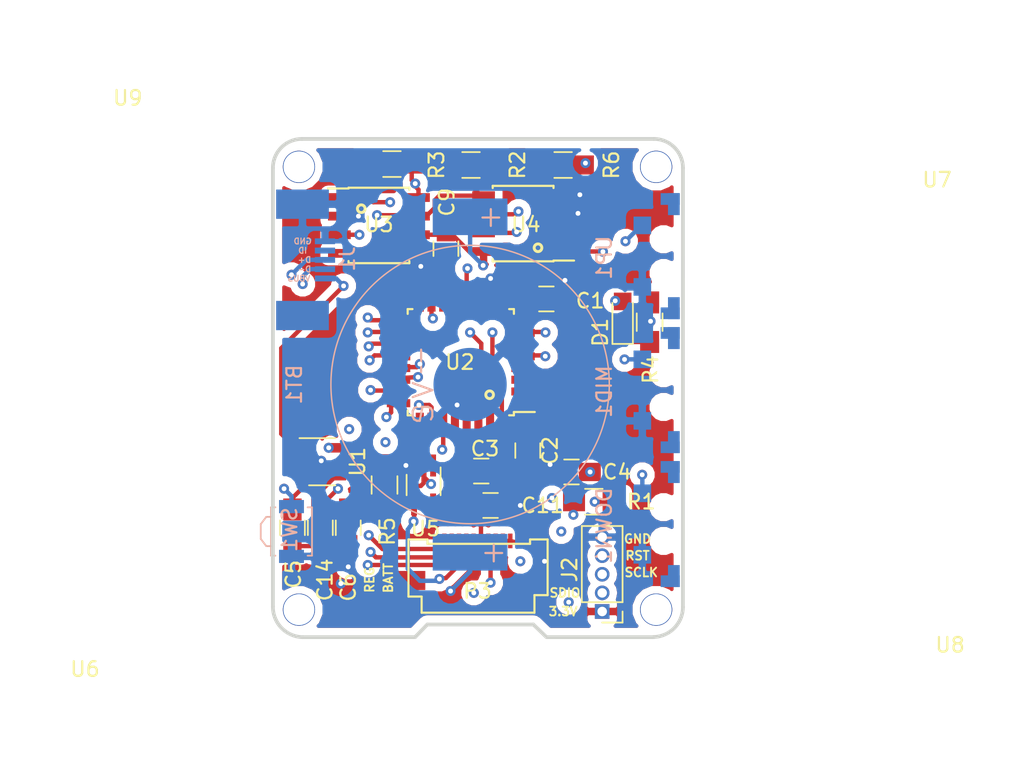
<source format=kicad_pcb>
(kicad_pcb (version 4) (host pcbnew 4.0.5)

  (general
    (links 81)
    (no_connects 0)
    (area 101.218844 54.355999 129.463801 88.620601)
    (thickness 1.6002)
    (drawings 22)
    (tracks 446)
    (zones 0)
    (modules 33)
    (nets 27)
  )

  (page A4)
  (layers
    (0 F.Cu signal)
    (1 In1.Cu signal)
    (2 In2.Cu signal)
    (31 B.Cu signal)
    (34 B.Paste user)
    (35 F.Paste user)
    (36 B.SilkS user)
    (37 F.SilkS user)
    (38 B.Mask user)
    (39 F.Mask user)
    (44 Edge.Cuts user)
    (49 F.Fab user)
  )

  (setup
    (last_trace_width 0.3)
    (user_trace_width 0.1524)
    (user_trace_width 0.2)
    (user_trace_width 0.3)
    (user_trace_width 0.4)
    (trace_clearance 0.1524)
    (zone_clearance 0.508)
    (zone_45_only no)
    (trace_min 0.1524)
    (segment_width 0.2)
    (edge_width 0.254)
    (via_size 0.6858)
    (via_drill 0.3302)
    (via_min_size 0.6858)
    (via_min_drill 0.3302)
    (uvia_size 0.762)
    (uvia_drill 0.508)
    (uvias_allowed no)
    (uvia_min_size 0.508)
    (uvia_min_drill 0.127)
    (pcb_text_width 0.3)
    (pcb_text_size 1.5 1.5)
    (mod_edge_width 0.15)
    (mod_text_size 1 1)
    (mod_text_width 0.15)
    (pad_size 2.2 2.2)
    (pad_drill 2.1)
    (pad_to_mask_clearance 0)
    (aux_axis_origin 0 0)
    (visible_elements 7FFFFFBF)
    (pcbplotparams
      (layerselection 0x010f0_80000007)
      (usegerberextensions true)
      (excludeedgelayer true)
      (linewidth 0.100000)
      (plotframeref false)
      (viasonmask false)
      (mode 1)
      (useauxorigin false)
      (hpglpennumber 1)
      (hpglpenspeed 20)
      (hpglpendiameter 15)
      (hpglpenoverlay 2)
      (psnegative false)
      (psa4output false)
      (plotreference true)
      (plotvalue true)
      (plotinvisibletext false)
      (padsonsilk false)
      (subtractmaskfromsilk false)
      (outputformat 1)
      (mirror false)
      (drillshape 0)
      (scaleselection 1)
      (outputdirectory ""))
  )

  (net 0 "")
  (net 1 "(+3.3)")
  (net 2 "(GND)")
  (net 3 "Net-(C3-Pad1)")
  (net 4 RESET)
  (net 5 "Net-(C5-Pad2)")
  (net 6 VCC)
  (net 7 USB_D+)
  (net 8 USB_D-)
  (net 9 VCOM)
  (net 10 SPI_CS)
  (net 11 SPI_SI)
  (net 12 SPI_CLK)
  (net 13 EXTMODE)
  (net 14 "Net-(R1-Pad1)")
  (net 15 SDA)
  (net 16 SCL)
  (net 17 "Net-(R5-Pad2)")
  (net 18 BUT_UP)
  (net 19 BUT_MID)
  (net 20 BUT_DWN)
  (net 21 INTC)
  (net 22 LED)
  (net 23 "Net-(D1-Pad1)")
  (net 24 32KHz)
  (net 25 SWDIO)
  (net 26 SWDCLK)

  (net_class Default "This is the default net class."
    (clearance 0.1524)
    (trace_width 0.1524)
    (via_dia 0.6858)
    (via_drill 0.3302)
    (uvia_dia 0.762)
    (uvia_drill 0.508)
    (add_net "(+3.3)")
    (add_net "(GND)")
    (add_net 32KHz)
    (add_net BUT_DWN)
    (add_net BUT_MID)
    (add_net BUT_UP)
    (add_net EXTMODE)
    (add_net INTC)
    (add_net LED)
    (add_net "Net-(C3-Pad1)")
    (add_net "Net-(C5-Pad2)")
    (add_net "Net-(D1-Pad1)")
    (add_net "Net-(R1-Pad1)")
    (add_net "Net-(R5-Pad2)")
    (add_net RESET)
    (add_net SCL)
    (add_net SDA)
    (add_net SPI_CLK)
    (add_net SPI_CS)
    (add_net SPI_SI)
    (add_net SWDCLK)
    (add_net SWDIO)
    (add_net USB_D+)
    (add_net USB_D-)
    (add_net VCC)
    (add_net VCOM)
  )

  (module my-fp-library:MOLEX_0.5MM_505278 (layer F.Cu) (tedit 590667AC) (tstamp 5904E295)
    (at 115.3 82.423)
    (path /58B48629)
    (fp_text reference P3 (at 0.016 2.921) (layer F.SilkS)
      (effects (font (size 1 1) (thickness 0.15)))
    )
    (fp_text value CONN_01X10 (at 18.161 13.589) (layer F.Fab)
      (effects (font (size 1 1) (thickness 0.15)))
    )
    (fp_line (start 2.5 -0.3) (end 3.6 -0.3) (layer F.SilkS) (width 0.15))
    (fp_line (start 3.6 -0.3) (end 3.6 -0.6) (layer F.SilkS) (width 0.15))
    (fp_line (start 3.6 -0.6) (end 4.8 -0.6) (layer F.SilkS) (width 0.15))
    (fp_line (start 4.8 -0.6) (end 4.8 3.2) (layer F.SilkS) (width 0.15))
    (fp_line (start 4.8 3.2) (end 3.9 3.2) (layer F.SilkS) (width 0.15))
    (fp_line (start 3.9 3.2) (end 3.9 4.4) (layer F.SilkS) (width 0.15))
    (fp_line (start 3.9 4.4) (end -3.8 4.4) (layer F.SilkS) (width 0.15))
    (fp_line (start -3.8 4.4) (end -3.8 3.3) (layer F.SilkS) (width 0.15))
    (fp_line (start -3.8 3.3) (end -4.7 3.3) (layer F.SilkS) (width 0.15))
    (fp_line (start -4.7 3.3) (end -4.7 -0.6) (layer F.SilkS) (width 0.15))
    (fp_line (start -4.7 -0.6) (end -3.4 -0.6) (layer F.SilkS) (width 0.15))
    (fp_line (start -3.4 -0.6) (end -3.4 -0.3) (layer F.SilkS) (width 0.15))
    (fp_line (start -3.4 -0.3) (end 2.5 -0.3) (layer F.SilkS) (width 0.15))
    (pad 5 smd rect (at -0.25 -0.5) (size 0.3 1) (layers F.Cu F.Paste F.Mask)
      (net 1 "(+3.3)"))
    (pad 4 smd rect (at -0.75 -0.5) (size 0.3 1) (layers F.Cu F.Paste F.Mask)
      (net 9 VCOM))
    (pad 3 smd rect (at -1.25 -0.5) (size 0.3 1) (layers F.Cu F.Paste F.Mask)
      (net 10 SPI_CS))
    (pad 2 smd rect (at -1.75 -0.5) (size 0.3 1) (layers F.Cu F.Paste F.Mask)
      (net 11 SPI_SI))
    (pad 1 smd rect (at -2.25 -0.5) (size 0.3 1) (layers F.Cu F.Paste F.Mask)
      (net 12 SPI_CLK))
    (pad 6 smd rect (at 0.25 -0.5) (size 0.3 1) (layers F.Cu F.Paste F.Mask)
      (net 1 "(+3.3)"))
    (pad 7 smd rect (at 0.75 -0.5) (size 0.3 1) (layers F.Cu F.Paste F.Mask)
      (net 1 "(+3.3)"))
    (pad 8 smd rect (at 1.25 -0.5) (size 0.3 1) (layers F.Cu F.Paste F.Mask)
      (net 13 EXTMODE))
    (pad 9 smd rect (at 1.75 -0.5) (size 0.3 1) (layers F.Cu F.Paste F.Mask)
      (net 2 "(GND)"))
    (pad 10 smd rect (at 2.25 -0.5) (size 0.3 1) (layers F.Cu F.Paste F.Mask)
      (net 2 "(GND)"))
    (pad 11 smd rect (at -4.55 2.2) (size 2 1.3) (layers F.Cu F.Paste F.Mask))
    (pad 12 smd rect (at 4.55 2.2) (size 2 1.3) (layers F.Cu F.Paste F.Mask))
  )

  (module Capacitors_SMD:C_0805_HandSoldering (layer F.Cu) (tedit 590D2A05) (tstamp 5904E235)
    (at 120.015 65.405)
    (descr "Capacitor SMD 0805, hand soldering")
    (tags "capacitor 0805")
    (path /58B39180)
    (attr smd)
    (fp_text reference C1 (at 2.9845 0.127) (layer F.SilkS)
      (effects (font (size 1 1) (thickness 0.15)))
    )
    (fp_text value 0.1uF (at 2.794 -19.304) (layer F.Fab)
      (effects (font (size 1 1) (thickness 0.15)))
    )
    (fp_text user %R (at 26.3525 -16.3195) (layer F.Fab)
      (effects (font (size 1 1) (thickness 0.15)))
    )
    (fp_line (start -1 0.62) (end -1 -0.62) (layer F.Fab) (width 0.1))
    (fp_line (start 1 0.62) (end -1 0.62) (layer F.Fab) (width 0.1))
    (fp_line (start 1 -0.62) (end 1 0.62) (layer F.Fab) (width 0.1))
    (fp_line (start -1 -0.62) (end 1 -0.62) (layer F.Fab) (width 0.1))
    (fp_line (start 0.5 -0.85) (end -0.5 -0.85) (layer F.SilkS) (width 0.12))
    (fp_line (start -0.5 0.85) (end 0.5 0.85) (layer F.SilkS) (width 0.12))
    (fp_line (start -2.25 -0.88) (end 2.25 -0.88) (layer F.CrtYd) (width 0.05))
    (fp_line (start -2.25 -0.88) (end -2.25 0.87) (layer F.CrtYd) (width 0.05))
    (fp_line (start 2.25 0.87) (end 2.25 -0.88) (layer F.CrtYd) (width 0.05))
    (fp_line (start 2.25 0.87) (end -2.25 0.87) (layer F.CrtYd) (width 0.05))
    (pad 1 smd rect (at -1.25 0) (size 1.5 1.25) (layers F.Cu F.Paste F.Mask)
      (net 1 "(+3.3)"))
    (pad 2 smd rect (at 1.25 0) (size 1.5 1.25) (layers F.Cu F.Paste F.Mask)
      (net 2 "(GND)"))
    (model Capacitors_SMD.3dshapes/C_0805.wrl
      (at (xyz 0 0 0))
      (scale (xyz 1 1 1))
      (rotate (xyz 0 0 0))
    )
  )

  (module Capacitors_SMD:C_0805_HandSoldering (layer F.Cu) (tedit 590E0E40) (tstamp 5904E23B)
    (at 118.745 75.7555 270)
    (descr "Capacitor SMD 0805, hand soldering")
    (tags "capacitor 0805")
    (path /58B38B3A)
    (attr smd)
    (fp_text reference C2 (at 0 -1.524 270) (layer F.SilkS)
      (effects (font (size 1 1) (thickness 0.15)))
    )
    (fp_text value 0.1uF (at 7.62 -19.2405 270) (layer F.Fab)
      (effects (font (size 1 1) (thickness 0.15)))
    )
    (fp_text user %R (at 7.3025 -24.5745 270) (layer F.Fab)
      (effects (font (size 1 1) (thickness 0.15)))
    )
    (fp_line (start -1 0.62) (end -1 -0.62) (layer F.Fab) (width 0.1))
    (fp_line (start 1 0.62) (end -1 0.62) (layer F.Fab) (width 0.1))
    (fp_line (start 1 -0.62) (end 1 0.62) (layer F.Fab) (width 0.1))
    (fp_line (start -1 -0.62) (end 1 -0.62) (layer F.Fab) (width 0.1))
    (fp_line (start 0.5 -0.85) (end -0.5 -0.85) (layer F.SilkS) (width 0.12))
    (fp_line (start -0.5 0.85) (end 0.5 0.85) (layer F.SilkS) (width 0.12))
    (fp_line (start -2.25 -0.88) (end 2.25 -0.88) (layer F.CrtYd) (width 0.05))
    (fp_line (start -2.25 -0.88) (end -2.25 0.87) (layer F.CrtYd) (width 0.05))
    (fp_line (start 2.25 0.87) (end 2.25 -0.88) (layer F.CrtYd) (width 0.05))
    (fp_line (start 2.25 0.87) (end -2.25 0.87) (layer F.CrtYd) (width 0.05))
    (pad 1 smd rect (at -1.25 0 270) (size 1.5 1.25) (layers F.Cu F.Paste F.Mask)
      (net 1 "(+3.3)"))
    (pad 2 smd rect (at 1.25 0 270) (size 1.5 1.25) (layers F.Cu F.Paste F.Mask)
      (net 2 "(GND)"))
    (model Capacitors_SMD.3dshapes/C_0805.wrl
      (at (xyz 0 0 0))
      (scale (xyz 1 1 1))
      (rotate (xyz 0 0 0))
    )
  )

  (module Capacitors_SMD:C_0805_HandSoldering (layer F.Cu) (tedit 590F84EB) (tstamp 5904E241)
    (at 115.57 77.1525)
    (descr "Capacitor SMD 0805, hand soldering")
    (tags "capacitor 0805")
    (path /58B38E2A)
    (attr smd)
    (fp_text reference C3 (at 0.254 -1.524) (layer F.SilkS)
      (effects (font (size 1 1) (thickness 0.15)))
    )
    (fp_text value 0.1uF (at 29.1465 2.0955) (layer F.Fab)
      (effects (font (size 1 1) (thickness 0.15)))
    )
    (fp_text user %R (at 25.5905 -7.1755) (layer F.Fab)
      (effects (font (size 1 1) (thickness 0.15)))
    )
    (fp_line (start -1 0.62) (end -1 -0.62) (layer F.Fab) (width 0.1))
    (fp_line (start 1 0.62) (end -1 0.62) (layer F.Fab) (width 0.1))
    (fp_line (start 1 -0.62) (end 1 0.62) (layer F.Fab) (width 0.1))
    (fp_line (start -1 -0.62) (end 1 -0.62) (layer F.Fab) (width 0.1))
    (fp_line (start 0.5 -0.85) (end -0.5 -0.85) (layer F.SilkS) (width 0.12))
    (fp_line (start -0.5 0.85) (end 0.5 0.85) (layer F.SilkS) (width 0.12))
    (fp_line (start -2.25 -0.88) (end 2.25 -0.88) (layer F.CrtYd) (width 0.05))
    (fp_line (start -2.25 -0.88) (end -2.25 0.87) (layer F.CrtYd) (width 0.05))
    (fp_line (start 2.25 0.87) (end 2.25 -0.88) (layer F.CrtYd) (width 0.05))
    (fp_line (start 2.25 0.87) (end -2.25 0.87) (layer F.CrtYd) (width 0.05))
    (pad 1 smd rect (at -1.25 0) (size 1.5 1.25) (layers F.Cu F.Paste F.Mask)
      (net 3 "Net-(C3-Pad1)"))
    (pad 2 smd rect (at 1.25 0) (size 1.5 1.25) (layers F.Cu F.Paste F.Mask)
      (net 2 "(GND)"))
    (model Capacitors_SMD.3dshapes/C_0805.wrl
      (at (xyz 0 0 0))
      (scale (xyz 1 1 1))
      (rotate (xyz 0 0 0))
    )
  )

  (module Capacitors_SMD:C_0805_HandSoldering (layer F.Cu) (tedit 5A9C95AC) (tstamp 5904E247)
    (at 121.7295 77.216 180)
    (descr "Capacitor SMD 0805, hand soldering")
    (tags "capacitor 0805")
    (path /58E704CE)
    (attr smd)
    (fp_text reference C4 (at -3.1115 0 180) (layer F.SilkS)
      (effects (font (size 1 1) (thickness 0.15)))
    )
    (fp_text value 0.1uF (at -26.289 22.5425 180) (layer F.Fab)
      (effects (font (size 1 1) (thickness 0.15)))
    )
    (fp_text user %R (at -21.3995 23.495 180) (layer F.Fab)
      (effects (font (size 1 1) (thickness 0.15)))
    )
    (fp_line (start -1 0.62) (end -1 -0.62) (layer F.Fab) (width 0.1))
    (fp_line (start 1 0.62) (end -1 0.62) (layer F.Fab) (width 0.1))
    (fp_line (start 1 -0.62) (end 1 0.62) (layer F.Fab) (width 0.1))
    (fp_line (start -1 -0.62) (end 1 -0.62) (layer F.Fab) (width 0.1))
    (fp_line (start 0.5 -0.85) (end -0.5 -0.85) (layer F.SilkS) (width 0.12))
    (fp_line (start -0.5 0.85) (end 0.5 0.85) (layer F.SilkS) (width 0.12))
    (fp_line (start -2.25 -0.88) (end 2.25 -0.88) (layer F.CrtYd) (width 0.05))
    (fp_line (start -2.25 -0.88) (end -2.25 0.87) (layer F.CrtYd) (width 0.05))
    (fp_line (start 2.25 0.87) (end 2.25 -0.88) (layer F.CrtYd) (width 0.05))
    (fp_line (start 2.25 0.87) (end -2.25 0.87) (layer F.CrtYd) (width 0.05))
    (pad 1 smd rect (at -1.25 0 180) (size 1.5 1.25) (layers F.Cu F.Paste F.Mask)
      (net 4 RESET))
    (pad 2 smd rect (at 1.25 0 180) (size 1.5 1.25) (layers F.Cu F.Paste F.Mask)
      (net 2 "(GND)"))
    (model Capacitors_SMD.3dshapes/C_0805.wrl
      (at (xyz 0 0 0))
      (scale (xyz 1 1 1))
      (rotate (xyz 0 0 0))
    )
  )

  (module Capacitors_SMD:C_0805_HandSoldering (layer F.Cu) (tedit 5906586C) (tstamp 5904E24D)
    (at 102.6795 81.026 90)
    (descr "Capacitor SMD 0805, hand soldering")
    (tags "capacitor 0805")
    (path /58B45103)
    (attr smd)
    (fp_text reference C5 (at -3.175 0.0635 90) (layer F.SilkS)
      (effects (font (size 1 1) (thickness 0.15)))
    )
    (fp_text value 470pF (at 6.604 -12.954 90) (layer F.Fab)
      (effects (font (size 1 1) (thickness 0.15)))
    )
    (fp_text user %R (at 1.7145 -14.986 90) (layer F.Fab)
      (effects (font (size 1 1) (thickness 0.15)))
    )
    (fp_line (start -1 0.62) (end -1 -0.62) (layer F.Fab) (width 0.1))
    (fp_line (start 1 0.62) (end -1 0.62) (layer F.Fab) (width 0.1))
    (fp_line (start 1 -0.62) (end 1 0.62) (layer F.Fab) (width 0.1))
    (fp_line (start -1 -0.62) (end 1 -0.62) (layer F.Fab) (width 0.1))
    (fp_line (start 0.5 -0.85) (end -0.5 -0.85) (layer F.SilkS) (width 0.12))
    (fp_line (start -0.5 0.85) (end 0.5 0.85) (layer F.SilkS) (width 0.12))
    (fp_line (start -2.25 -0.88) (end 2.25 -0.88) (layer F.CrtYd) (width 0.05))
    (fp_line (start -2.25 -0.88) (end -2.25 0.87) (layer F.CrtYd) (width 0.05))
    (fp_line (start 2.25 0.87) (end 2.25 -0.88) (layer F.CrtYd) (width 0.05))
    (fp_line (start 2.25 0.87) (end -2.25 0.87) (layer F.CrtYd) (width 0.05))
    (pad 1 smd rect (at -1.25 0 90) (size 1.5 1.25) (layers F.Cu F.Paste F.Mask)
      (net 2 "(GND)"))
    (pad 2 smd rect (at 1.25 0 90) (size 1.5 1.25) (layers F.Cu F.Paste F.Mask)
      (net 5 "Net-(C5-Pad2)"))
    (model Capacitors_SMD.3dshapes/C_0805.wrl
      (at (xyz 0 0 0))
      (scale (xyz 1 1 1))
      (rotate (xyz 0 0 0))
    )
  )

  (module Capacitors_SMD:C_0805_HandSoldering (layer F.Cu) (tedit 590FC089) (tstamp 5904E253)
    (at 106.4895 81.026 270)
    (descr "Capacitor SMD 0805, hand soldering")
    (tags "capacitor 0805")
    (path /58B45194)
    (attr smd)
    (fp_text reference C6 (at 4.064 0 270) (layer F.SilkS)
      (effects (font (size 1 1) (thickness 0.15)))
    )
    (fp_text value 4.7uF (at -2.921 -29.972 270) (layer F.Fab)
      (effects (font (size 1 1) (thickness 0.15)))
    )
    (fp_text user %R (at 6.858 -35.433 270) (layer F.Fab)
      (effects (font (size 1 1) (thickness 0.15)))
    )
    (fp_line (start -1 0.62) (end -1 -0.62) (layer F.Fab) (width 0.1))
    (fp_line (start 1 0.62) (end -1 0.62) (layer F.Fab) (width 0.1))
    (fp_line (start 1 -0.62) (end 1 0.62) (layer F.Fab) (width 0.1))
    (fp_line (start -1 -0.62) (end 1 -0.62) (layer F.Fab) (width 0.1))
    (fp_line (start 0.5 -0.85) (end -0.5 -0.85) (layer F.SilkS) (width 0.12))
    (fp_line (start -0.5 0.85) (end 0.5 0.85) (layer F.SilkS) (width 0.12))
    (fp_line (start -2.25 -0.88) (end 2.25 -0.88) (layer F.CrtYd) (width 0.05))
    (fp_line (start -2.25 -0.88) (end -2.25 0.87) (layer F.CrtYd) (width 0.05))
    (fp_line (start 2.25 0.87) (end 2.25 -0.88) (layer F.CrtYd) (width 0.05))
    (fp_line (start 2.25 0.87) (end -2.25 0.87) (layer F.CrtYd) (width 0.05))
    (pad 1 smd rect (at -1.25 0 270) (size 1.5 1.25) (layers F.Cu F.Paste F.Mask)
      (net 1 "(+3.3)"))
    (pad 2 smd rect (at 1.25 0 270) (size 1.5 1.25) (layers F.Cu F.Paste F.Mask)
      (net 2 "(GND)"))
    (model Capacitors_SMD.3dshapes/C_0805.wrl
      (at (xyz 0 0 0))
      (scale (xyz 1 1 1))
      (rotate (xyz 0 0 0))
    )
  )

  (module Capacitors_SMD:C_0805_HandSoldering (layer F.Cu) (tedit 590D28BE) (tstamp 5904E265)
    (at 113.157 61.976 90)
    (descr "Capacitor SMD 0805, hand soldering")
    (tags "capacitor 0805")
    (path /58E700BA)
    (attr smd)
    (fp_text reference C9 (at 3.175 0.0635 270) (layer F.SilkS)
      (effects (font (size 1 1) (thickness 0.15)))
    )
    (fp_text value 0.1uF (at -7.0485 -19.431 90) (layer F.Fab)
      (effects (font (size 1 1) (thickness 0.15)))
    )
    (fp_text user %R (at -9.2075 25.8445 90) (layer F.Fab)
      (effects (font (size 1 1) (thickness 0.15)))
    )
    (fp_line (start -1 0.62) (end -1 -0.62) (layer F.Fab) (width 0.1))
    (fp_line (start 1 0.62) (end -1 0.62) (layer F.Fab) (width 0.1))
    (fp_line (start 1 -0.62) (end 1 0.62) (layer F.Fab) (width 0.1))
    (fp_line (start -1 -0.62) (end 1 -0.62) (layer F.Fab) (width 0.1))
    (fp_line (start 0.5 -0.85) (end -0.5 -0.85) (layer F.SilkS) (width 0.12))
    (fp_line (start -0.5 0.85) (end 0.5 0.85) (layer F.SilkS) (width 0.12))
    (fp_line (start -2.25 -0.88) (end 2.25 -0.88) (layer F.CrtYd) (width 0.05))
    (fp_line (start -2.25 -0.88) (end -2.25 0.87) (layer F.CrtYd) (width 0.05))
    (fp_line (start 2.25 0.87) (end 2.25 -0.88) (layer F.CrtYd) (width 0.05))
    (fp_line (start 2.25 0.87) (end -2.25 0.87) (layer F.CrtYd) (width 0.05))
    (pad 1 smd rect (at -1.25 0 90) (size 1.5 1.25) (layers F.Cu F.Paste F.Mask)
      (net 2 "(GND)"))
    (pad 2 smd rect (at 1.25 0 90) (size 1.5 1.25) (layers F.Cu F.Paste F.Mask)
      (net 1 "(+3.3)"))
    (model Capacitors_SMD.3dshapes/C_0805.wrl
      (at (xyz 0 0 0))
      (scale (xyz 1 1 1))
      (rotate (xyz 0 0 0))
    )
  )

  (module Capacitors_SMD:C_0805_HandSoldering (layer F.Cu) (tedit 5A9C9549) (tstamp 5904E26B)
    (at 116.205 79.502)
    (descr "Capacitor SMD 0805, hand soldering")
    (tags "capacitor 0805")
    (path /58B4E5B2)
    (attr smd)
    (fp_text reference C11 (at 3.556 0) (layer F.SilkS)
      (effects (font (size 1 1) (thickness 0.15)))
    )
    (fp_text value 0.1uF (at -0.6985 16.764) (layer F.Fab)
      (effects (font (size 1 1) (thickness 0.15)))
    )
    (fp_text user %R (at -5.08 16.764) (layer F.Fab)
      (effects (font (size 1 1) (thickness 0.15)))
    )
    (fp_line (start -1 0.62) (end -1 -0.62) (layer F.Fab) (width 0.1))
    (fp_line (start 1 0.62) (end -1 0.62) (layer F.Fab) (width 0.1))
    (fp_line (start 1 -0.62) (end 1 0.62) (layer F.Fab) (width 0.1))
    (fp_line (start -1 -0.62) (end 1 -0.62) (layer F.Fab) (width 0.1))
    (fp_line (start 0.5 -0.85) (end -0.5 -0.85) (layer F.SilkS) (width 0.12))
    (fp_line (start -0.5 0.85) (end 0.5 0.85) (layer F.SilkS) (width 0.12))
    (fp_line (start -2.25 -0.88) (end 2.25 -0.88) (layer F.CrtYd) (width 0.05))
    (fp_line (start -2.25 -0.88) (end -2.25 0.87) (layer F.CrtYd) (width 0.05))
    (fp_line (start 2.25 0.87) (end 2.25 -0.88) (layer F.CrtYd) (width 0.05))
    (fp_line (start 2.25 0.87) (end -2.25 0.87) (layer F.CrtYd) (width 0.05))
    (pad 1 smd rect (at -1.25 0) (size 1.5 1.25) (layers F.Cu F.Paste F.Mask)
      (net 1 "(+3.3)"))
    (pad 2 smd rect (at 1.25 0) (size 1.5 1.25) (layers F.Cu F.Paste F.Mask)
      (net 2 "(GND)"))
    (model Capacitors_SMD.3dshapes/C_0805.wrl
      (at (xyz 0 0 0))
      (scale (xyz 1 1 1))
      (rotate (xyz 0 0 0))
    )
  )

  (module Capacitors_SMD:C_0805_HandSoldering (layer F.Cu) (tedit 590FC091) (tstamp 5904E271)
    (at 104.5845 81.026 270)
    (descr "Capacitor SMD 0805, hand soldering")
    (tags "capacitor 0805")
    (path /5901D88F)
    (attr smd)
    (fp_text reference C14 (at 3.556 -0.3175 270) (layer F.SilkS)
      (effects (font (size 1 1) (thickness 0.15)))
    )
    (fp_text value 0.1uF (at -2.921 -33.655 270) (layer F.Fab)
      (effects (font (size 1 1) (thickness 0.15)))
    )
    (fp_text user %R (at 10.16 -35.052 270) (layer F.Fab)
      (effects (font (size 1 1) (thickness 0.15)))
    )
    (fp_line (start -1 0.62) (end -1 -0.62) (layer F.Fab) (width 0.1))
    (fp_line (start 1 0.62) (end -1 0.62) (layer F.Fab) (width 0.1))
    (fp_line (start 1 -0.62) (end 1 0.62) (layer F.Fab) (width 0.1))
    (fp_line (start -1 -0.62) (end 1 -0.62) (layer F.Fab) (width 0.1))
    (fp_line (start 0.5 -0.85) (end -0.5 -0.85) (layer F.SilkS) (width 0.12))
    (fp_line (start -0.5 0.85) (end 0.5 0.85) (layer F.SilkS) (width 0.12))
    (fp_line (start -2.25 -0.88) (end 2.25 -0.88) (layer F.CrtYd) (width 0.05))
    (fp_line (start -2.25 -0.88) (end -2.25 0.87) (layer F.CrtYd) (width 0.05))
    (fp_line (start 2.25 0.87) (end 2.25 -0.88) (layer F.CrtYd) (width 0.05))
    (fp_line (start 2.25 0.87) (end -2.25 0.87) (layer F.CrtYd) (width 0.05))
    (pad 1 smd rect (at -1.25 0 270) (size 1.5 1.25) (layers F.Cu F.Paste F.Mask)
      (net 1 "(+3.3)"))
    (pad 2 smd rect (at 1.25 0 270) (size 1.5 1.25) (layers F.Cu F.Paste F.Mask)
      (net 2 "(GND)"))
    (model Capacitors_SMD.3dshapes/C_0805.wrl
      (at (xyz 0 0 0))
      (scale (xyz 1 1 1))
      (rotate (xyz 0 0 0))
    )
  )

  (module Connectors:USB-MICROB_LARGEPAD (layer B.Cu) (tedit 59065999) (tstamp 5904E27C)
    (at 104.267 62.738 90)
    (tags USB)
    (path /58F5A24A)
    (fp_text reference J1 (at 0.0635 2.159 90) (layer B.SilkS)
      (effects (font (size 1 1) (thickness 0.15)) (justify mirror))
    )
    (fp_text value USB_OTG (at 13.208 36.576 90) (layer B.Fab)
      (effects (font (size 1 1) (thickness 0.15)) (justify mirror))
    )
    (fp_text user GND (at 1.27 -0.889 360) (layer B.SilkS)
      (effects (font (size 0.4 0.4) (thickness 0.08)) (justify mirror))
    )
    (fp_text user ID (at 0.635 -0.889 360) (layer B.SilkS)
      (effects (font (size 0.4 0.4) (thickness 0.08)) (justify mirror))
    )
    (fp_text user D+ (at 0 -0.762 360) (layer B.SilkS)
      (effects (font (size 0.4 0.4) (thickness 0.08)) (justify mirror))
    )
    (fp_text user D- (at -0.635 -0.762 360) (layer B.SilkS)
      (effects (font (size 0.4 0.4) (thickness 0.08)) (justify mirror))
    )
    (fp_text user VBUS (at -1.27 -1.143 360) (layer B.SilkS)
      (effects (font (size 0.4 0.4) (thickness 0.08)) (justify mirror))
    )
    (fp_line (start 3.429 -3.175) (end 3.81 -3.81) (layer B.Fab) (width 0.1))
    (fp_line (start -3.429 -3.175) (end -3.81 -3.81) (layer B.Fab) (width 0.1))
    (fp_line (start -3.429 -3.175) (end -3.429 -3.683) (layer B.Fab) (width 0.1))
    (fp_line (start -3.429 -3.683) (end 3.429 -3.683) (layer B.Fab) (width 0.1))
    (fp_line (start 3.429 -3.683) (end 3.429 -3.175) (layer B.Fab) (width 0.1))
    (fp_line (start -3.81 1.27) (end -3.81 -3.175) (layer B.Fab) (width 0.1))
    (fp_line (start -3.81 -3.175) (end 3.81 -3.175) (layer B.Fab) (width 0.1))
    (fp_line (start 3.81 -3.175) (end 3.81 1.27) (layer B.Fab) (width 0.1))
    (fp_line (start -3.81 1.27) (end -2.54 1.27) (layer B.Fab) (width 0.1))
    (fp_line (start -2.54 1.27) (end -2.54 0) (layer B.Fab) (width 0.1))
    (fp_line (start -2.54 0) (end 2.54 0) (layer B.Fab) (width 0.1))
    (fp_line (start 2.54 0) (end 2.54 1.27) (layer B.Fab) (width 0.1))
    (fp_line (start 2.54 1.27) (end 3.81 1.27) (layer B.Fab) (width 0.1))
    (pad 7 smd rect (at -3.8 -0.9 90) (size 2 3.6) (layers B.Cu B.Paste B.Mask))
    (pad 6 smd rect (at 3.8 -0.9 90) (size 2 3.6) (layers B.Cu B.Paste B.Mask)
      (net 2 "(GND)"))
    (pad 1 smd rect (at -1.27 0.635 90) (size 0.4 1.38) (layers B.Cu B.Paste B.Mask)
      (net 6 VCC))
    (pad 3 smd rect (at 0 0.635 90) (size 0.4 1.38) (layers B.Cu B.Paste B.Mask)
      (net 7 USB_D+))
    (pad 5 smd rect (at 1.27 0.635 90) (size 0.4 1.38) (layers B.Cu B.Paste B.Mask)
      (net 2 "(GND)"))
    (pad 2 smd rect (at -0.635 0.635 90) (size 0.4 1.38) (layers B.Cu B.Paste B.Mask)
      (net 8 USB_D-))
    (pad 4 smd rect (at 0.635 0.635 90) (size 0.4 1.38) (layers B.Cu B.Paste B.Mask))
  )

  (module Pin_Headers:Pin_Header_Straight_1x05_Pitch1.27mm (layer F.Cu) (tedit 590659BF) (tstamp 5904E285)
    (at 123.825 86.741 180)
    (descr "Through hole straight pin header, 1x05, 1.27mm pitch, single row")
    (tags "Through hole pin header THT 1x05 1.27mm single row")
    (path /58FD226D)
    (fp_text reference J2 (at 2.2225 2.8575 270) (layer F.SilkS)
      (effects (font (size 1 1) (thickness 0.15)))
    )
    (fp_text value CONN_01X05 (at -16.51 27.432 180) (layer F.Fab)
      (effects (font (size 1 1) (thickness 0.15)))
    )
    (fp_line (start -1.27 -0.635) (end -1.27 5.715) (layer F.Fab) (width 0.1))
    (fp_line (start -1.27 5.715) (end 1.27 5.715) (layer F.Fab) (width 0.1))
    (fp_line (start 1.27 5.715) (end 1.27 -0.635) (layer F.Fab) (width 0.1))
    (fp_line (start 1.27 -0.635) (end -1.27 -0.635) (layer F.Fab) (width 0.1))
    (fp_line (start -1.39 0.635) (end -1.39 5.835) (layer F.SilkS) (width 0.12))
    (fp_line (start -1.39 5.835) (end 1.39 5.835) (layer F.SilkS) (width 0.12))
    (fp_line (start 1.39 5.835) (end 1.39 0.635) (layer F.SilkS) (width 0.12))
    (fp_line (start 1.39 0.635) (end -1.39 0.635) (layer F.SilkS) (width 0.12))
    (fp_line (start -1.39 0) (end -1.39 -0.755) (layer F.SilkS) (width 0.12))
    (fp_line (start -1.39 -0.755) (end 0 -0.755) (layer F.SilkS) (width 0.12))
    (fp_line (start -1.6 -0.9) (end -1.6 6) (layer F.CrtYd) (width 0.05))
    (fp_line (start -1.6 6) (end 1.6 6) (layer F.CrtYd) (width 0.05))
    (fp_line (start 1.6 6) (end 1.6 -0.9) (layer F.CrtYd) (width 0.05))
    (fp_line (start 1.6 -0.9) (end -1.6 -0.9) (layer F.CrtYd) (width 0.05))
    (pad 1 thru_hole rect (at 0 0 180) (size 1 1) (drill 0.65) (layers *.Cu *.Mask)
      (net 1 "(+3.3)"))
    (pad 2 thru_hole oval (at 0 1.27 180) (size 1 1) (drill 0.65) (layers *.Cu *.Mask)
      (net 25 SWDIO))
    (pad 3 thru_hole oval (at 0 2.54 180) (size 1 1) (drill 0.65) (layers *.Cu *.Mask)
      (net 26 SWDCLK))
    (pad 4 thru_hole oval (at 0 3.81 180) (size 1 1) (drill 0.65) (layers *.Cu *.Mask)
      (net 4 RESET))
    (pad 5 thru_hole oval (at 0 5.08 180) (size 1 1) (drill 0.65) (layers *.Cu *.Mask)
      (net 2 "(GND)"))
    (model Pin_Headers.3dshapes/Pin_Header_Straight_1x05_Pitch1.27mm.wrl
      (at (xyz 0 0 0))
      (scale (xyz 1 1 1))
      (rotate (xyz 0 0 0))
    )
  )

  (module Resistors_SMD:R_0805_HandSoldering (layer F.Cu) (tedit 5A9C9582) (tstamp 5904E29B)
    (at 123.2535 79.248 180)
    (descr "Resistor SMD 0805, hand soldering")
    (tags "resistor 0805")
    (path /58E705BE)
    (attr smd)
    (fp_text reference R1 (at -3.2385 0 180) (layer F.SilkS)
      (effects (font (size 1 1) (thickness 0.15)))
    )
    (fp_text value 249 (at 1.016 -15.5575 180) (layer F.Fab)
      (effects (font (size 1 1) (thickness 0.15)))
    )
    (fp_text user %R (at -18.3515 -15.24 180) (layer F.Fab)
      (effects (font (size 1 1) (thickness 0.15)))
    )
    (fp_line (start -1 0.62) (end -1 -0.62) (layer F.Fab) (width 0.1))
    (fp_line (start 1 0.62) (end -1 0.62) (layer F.Fab) (width 0.1))
    (fp_line (start 1 -0.62) (end 1 0.62) (layer F.Fab) (width 0.1))
    (fp_line (start -1 -0.62) (end 1 -0.62) (layer F.Fab) (width 0.1))
    (fp_line (start 0.6 0.88) (end -0.6 0.88) (layer F.SilkS) (width 0.12))
    (fp_line (start -0.6 -0.88) (end 0.6 -0.88) (layer F.SilkS) (width 0.12))
    (fp_line (start -2.35 -0.9) (end 2.35 -0.9) (layer F.CrtYd) (width 0.05))
    (fp_line (start -2.35 -0.9) (end -2.35 0.9) (layer F.CrtYd) (width 0.05))
    (fp_line (start 2.35 0.9) (end 2.35 -0.9) (layer F.CrtYd) (width 0.05))
    (fp_line (start 2.35 0.9) (end -2.35 0.9) (layer F.CrtYd) (width 0.05))
    (pad 1 smd rect (at -1.35 0 180) (size 1.5 1.3) (layers F.Cu F.Paste F.Mask)
      (net 14 "Net-(R1-Pad1)"))
    (pad 2 smd rect (at 1.35 0 180) (size 1.5 1.3) (layers F.Cu F.Paste F.Mask)
      (net 4 RESET))
    (model Resistors_SMD.3dshapes/R_0805.wrl
      (at (xyz 0 0 0))
      (scale (xyz 1 1 1))
      (rotate (xyz 0 0 0))
    )
  )

  (module Resistors_SMD:R_0805_HandSoldering (layer F.Cu) (tedit 590D2A02) (tstamp 5904E2A1)
    (at 114.8715 56.261 180)
    (descr "Resistor SMD 0805, hand soldering")
    (tags "resistor 0805")
    (path /58E7CB37)
    (attr smd)
    (fp_text reference R2 (at -3.175 0 450) (layer F.SilkS)
      (effects (font (size 1 1) (thickness 0.15)))
    )
    (fp_text value 4.7K (at -25.781 8.636 180) (layer F.Fab)
      (effects (font (size 1 1) (thickness 0.15)))
    )
    (fp_text user %R (at -24.3205 2.413 180) (layer F.Fab)
      (effects (font (size 1 1) (thickness 0.15)))
    )
    (fp_line (start -1 0.62) (end -1 -0.62) (layer F.Fab) (width 0.1))
    (fp_line (start 1 0.62) (end -1 0.62) (layer F.Fab) (width 0.1))
    (fp_line (start 1 -0.62) (end 1 0.62) (layer F.Fab) (width 0.1))
    (fp_line (start -1 -0.62) (end 1 -0.62) (layer F.Fab) (width 0.1))
    (fp_line (start 0.6 0.88) (end -0.6 0.88) (layer F.SilkS) (width 0.12))
    (fp_line (start -0.6 -0.88) (end 0.6 -0.88) (layer F.SilkS) (width 0.12))
    (fp_line (start -2.35 -0.9) (end 2.35 -0.9) (layer F.CrtYd) (width 0.05))
    (fp_line (start -2.35 -0.9) (end -2.35 0.9) (layer F.CrtYd) (width 0.05))
    (fp_line (start 2.35 0.9) (end 2.35 -0.9) (layer F.CrtYd) (width 0.05))
    (fp_line (start 2.35 0.9) (end -2.35 0.9) (layer F.CrtYd) (width 0.05))
    (pad 1 smd rect (at -1.35 0 180) (size 1.5 1.3) (layers F.Cu F.Paste F.Mask)
      (net 1 "(+3.3)"))
    (pad 2 smd rect (at 1.35 0 180) (size 1.5 1.3) (layers F.Cu F.Paste F.Mask)
      (net 15 SDA))
    (model Resistors_SMD.3dshapes/R_0805.wrl
      (at (xyz 0 0 0))
      (scale (xyz 1 1 1))
      (rotate (xyz 0 0 0))
    )
  )

  (module Resistors_SMD:R_0805_HandSoldering (layer F.Cu) (tedit 5A088107) (tstamp 5904E2A7)
    (at 109.474 56.1975)
    (descr "Resistor SMD 0805, hand soldering")
    (tags "resistor 0805")
    (path /58E7CAB8)
    (attr smd)
    (fp_text reference R3 (at 3.048 0.0635 270) (layer F.SilkS)
      (effects (font (size 1 1) (thickness 0.15)))
    )
    (fp_text value 4.7K (at -16.002 17.018) (layer F.Fab)
      (effects (font (size 1 1) (thickness 0.15)))
    )
    (fp_text user %R (at 36.703 15.0495) (layer F.Fab)
      (effects (font (size 1 1) (thickness 0.15)))
    )
    (fp_line (start -1 0.62) (end -1 -0.62) (layer F.Fab) (width 0.1))
    (fp_line (start 1 0.62) (end -1 0.62) (layer F.Fab) (width 0.1))
    (fp_line (start 1 -0.62) (end 1 0.62) (layer F.Fab) (width 0.1))
    (fp_line (start -1 -0.62) (end 1 -0.62) (layer F.Fab) (width 0.1))
    (fp_line (start 0.6 0.88) (end -0.6 0.88) (layer F.SilkS) (width 0.12))
    (fp_line (start -0.6 -0.88) (end 0.6 -0.88) (layer F.SilkS) (width 0.12))
    (fp_line (start -2.35 -0.9) (end 2.35 -0.9) (layer F.CrtYd) (width 0.05))
    (fp_line (start -2.35 -0.9) (end -2.35 0.9) (layer F.CrtYd) (width 0.05))
    (fp_line (start 2.35 0.9) (end 2.35 -0.9) (layer F.CrtYd) (width 0.05))
    (fp_line (start 2.35 0.9) (end -2.35 0.9) (layer F.CrtYd) (width 0.05))
    (pad 1 smd rect (at -1.35 0) (size 1.5 1.3) (layers F.Cu F.Paste F.Mask)
      (net 1 "(+3.3)"))
    (pad 2 smd rect (at 1.35 0) (size 1.5 1.3) (layers F.Cu F.Paste F.Mask)
      (net 16 SCL))
    (model Resistors_SMD.3dshapes/R_0805.wrl
      (at (xyz 0 0 0))
      (scale (xyz 1 1 1))
      (rotate (xyz 0 0 0))
    )
  )

  (module Resistors_SMD:R_0805_HandSoldering (layer F.Cu) (tedit 590FC0A5) (tstamp 5904E2AD)
    (at 108.966 78.105 90)
    (descr "Resistor SMD 0805, hand soldering")
    (tags "resistor 0805")
    (path /58BA5B73)
    (attr smd)
    (fp_text reference R5 (at -3.175 0.1905 90) (layer F.SilkS)
      (effects (font (size 1 1) (thickness 0.15)))
    )
    (fp_text value 1M (at 0 -25.146 90) (layer F.Fab)
      (effects (font (size 1 1) (thickness 0.15)))
    )
    (fp_text user %R (at -0.3175 -22.479 90) (layer F.Fab)
      (effects (font (size 1 1) (thickness 0.15)))
    )
    (fp_line (start -1 0.62) (end -1 -0.62) (layer F.Fab) (width 0.1))
    (fp_line (start 1 0.62) (end -1 0.62) (layer F.Fab) (width 0.1))
    (fp_line (start 1 -0.62) (end 1 0.62) (layer F.Fab) (width 0.1))
    (fp_line (start -1 -0.62) (end 1 -0.62) (layer F.Fab) (width 0.1))
    (fp_line (start 0.6 0.88) (end -0.6 0.88) (layer F.SilkS) (width 0.12))
    (fp_line (start -0.6 -0.88) (end 0.6 -0.88) (layer F.SilkS) (width 0.12))
    (fp_line (start -2.35 -0.9) (end 2.35 -0.9) (layer F.CrtYd) (width 0.05))
    (fp_line (start -2.35 -0.9) (end -2.35 0.9) (layer F.CrtYd) (width 0.05))
    (fp_line (start 2.35 0.9) (end 2.35 -0.9) (layer F.CrtYd) (width 0.05))
    (fp_line (start 2.35 0.9) (end -2.35 0.9) (layer F.CrtYd) (width 0.05))
    (pad 1 smd rect (at -1.35 0 90) (size 1.5 1.3) (layers F.Cu F.Paste F.Mask)
      (net 1 "(+3.3)"))
    (pad 2 smd rect (at 1.35 0 90) (size 1.5 1.3) (layers F.Cu F.Paste F.Mask)
      (net 17 "Net-(R5-Pad2)"))
    (model Resistors_SMD.3dshapes/R_0805.wrl
      (at (xyz 0 0 0))
      (scale (xyz 1 1 1))
      (rotate (xyz 0 0 0))
    )
  )

  (module TO_SOT_Packages_SMD:SOT-23-5 (layer F.Cu) (tedit 590FC09F) (tstamp 5904E2D2)
    (at 104.7115 76.5175)
    (descr "5-pin SOT23 package")
    (tags SOT-23-5)
    (path /58B434AA)
    (attr smd)
    (fp_text reference U1 (at 2.413 0 90) (layer F.SilkS)
      (effects (font (size 1 1) (thickness 0.15)))
    )
    (fp_text value MIC5219-3.3BM5 (at 18.288 18.9865) (layer F.Fab)
      (effects (font (size 1 1) (thickness 0.15)))
    )
    (fp_line (start -0.9 1.61) (end 0.9 1.61) (layer F.SilkS) (width 0.12))
    (fp_line (start 0.9 -1.61) (end -1.55 -1.61) (layer F.SilkS) (width 0.12))
    (fp_line (start -1.9 -1.8) (end 1.9 -1.8) (layer F.CrtYd) (width 0.05))
    (fp_line (start 1.9 -1.8) (end 1.9 1.8) (layer F.CrtYd) (width 0.05))
    (fp_line (start 1.9 1.8) (end -1.9 1.8) (layer F.CrtYd) (width 0.05))
    (fp_line (start -1.9 1.8) (end -1.9 -1.8) (layer F.CrtYd) (width 0.05))
    (fp_line (start -0.9 -0.9) (end -0.25 -1.55) (layer F.Fab) (width 0.1))
    (fp_line (start 0.9 -1.55) (end -0.25 -1.55) (layer F.Fab) (width 0.1))
    (fp_line (start -0.9 -0.9) (end -0.9 1.55) (layer F.Fab) (width 0.1))
    (fp_line (start 0.9 1.55) (end -0.9 1.55) (layer F.Fab) (width 0.1))
    (fp_line (start 0.9 -1.55) (end 0.9 1.55) (layer F.Fab) (width 0.1))
    (pad 1 smd rect (at -1.1 -0.95) (size 1.06 0.65) (layers F.Cu F.Paste F.Mask)
      (net 6 VCC))
    (pad 2 smd rect (at -1.1 0) (size 1.06 0.65) (layers F.Cu F.Paste F.Mask)
      (net 2 "(GND)"))
    (pad 3 smd rect (at -1.1 0.95) (size 1.06 0.65) (layers F.Cu F.Paste F.Mask)
      (net 6 VCC))
    (pad 4 smd rect (at 1.1 0.95) (size 1.06 0.65) (layers F.Cu F.Paste F.Mask)
      (net 5 "Net-(C5-Pad2)"))
    (pad 5 smd rect (at 1.1 -0.95) (size 1.06 0.65) (layers F.Cu F.Paste F.Mask)
      (net 1 "(+3.3)"))
    (model TO_SOT_Packages_SMD.3dshapes/SOT-23-5.wrl
      (at (xyz 0 0 0))
      (scale (xyz 1 1 1))
      (rotate (xyz 0 0 0))
    )
  )

  (module Housings_QFP:TQFP-32_7x7mm_Pitch0.8mm (layer F.Cu) (tedit 590D29B9) (tstamp 5904E2F6)
    (at 114.173 69.723 180)
    (descr "32-Lead Plastic Thin Quad Flatpack (PT) - 7x7x1.0 mm Body, 2.00 mm [TQFP] (see Microchip Packaging Specification 00000049BS.pdf)")
    (tags "QFP 0.8")
    (path /58B32F3F)
    (attr smd)
    (fp_text reference U2 (at 0.0635 0 180) (layer F.SilkS)
      (effects (font (size 1 1) (thickness 0.15)))
    )
    (fp_text value ATSAMD21Ennc-AU (at -31.242 7.3025 180) (layer F.Fab)
      (effects (font (size 1 1) (thickness 0.15)))
    )
    (fp_text user %R (at -22.733 12.319 180) (layer F.Fab)
      (effects (font (size 1 1) (thickness 0.15)))
    )
    (fp_line (start -2.5 -3.5) (end 3.5 -3.5) (layer F.Fab) (width 0.15))
    (fp_line (start 3.5 -3.5) (end 3.5 3.5) (layer F.Fab) (width 0.15))
    (fp_line (start 3.5 3.5) (end -3.5 3.5) (layer F.Fab) (width 0.15))
    (fp_line (start -3.5 3.5) (end -3.5 -2.5) (layer F.Fab) (width 0.15))
    (fp_line (start -3.5 -2.5) (end -2.5 -3.5) (layer F.Fab) (width 0.15))
    (fp_line (start -5.3 -5.3) (end -5.3 5.3) (layer F.CrtYd) (width 0.05))
    (fp_line (start 5.3 -5.3) (end 5.3 5.3) (layer F.CrtYd) (width 0.05))
    (fp_line (start -5.3 -5.3) (end 5.3 -5.3) (layer F.CrtYd) (width 0.05))
    (fp_line (start -5.3 5.3) (end 5.3 5.3) (layer F.CrtYd) (width 0.05))
    (fp_line (start -3.625 -3.625) (end -3.625 -3.4) (layer F.SilkS) (width 0.15))
    (fp_line (start 3.625 -3.625) (end 3.625 -3.3) (layer F.SilkS) (width 0.15))
    (fp_line (start 3.625 3.625) (end 3.625 3.3) (layer F.SilkS) (width 0.15))
    (fp_line (start -3.625 3.625) (end -3.625 3.3) (layer F.SilkS) (width 0.15))
    (fp_line (start -3.625 -3.625) (end -3.3 -3.625) (layer F.SilkS) (width 0.15))
    (fp_line (start -3.625 3.625) (end -3.3 3.625) (layer F.SilkS) (width 0.15))
    (fp_line (start 3.625 3.625) (end 3.3 3.625) (layer F.SilkS) (width 0.15))
    (fp_line (start 3.625 -3.625) (end 3.3 -3.625) (layer F.SilkS) (width 0.15))
    (fp_line (start -3.625 -3.4) (end -5.05 -3.4) (layer F.SilkS) (width 0.15))
    (pad 1 smd rect (at -4.25 -2.8 180) (size 1.6 0.55) (layers F.Cu F.Paste F.Mask))
    (pad 2 smd rect (at -4.25 -2 180) (size 1.6 0.55) (layers F.Cu F.Paste F.Mask))
    (pad 3 smd rect (at -4.25 -1.2 180) (size 1.6 0.55) (layers F.Cu F.Paste F.Mask))
    (pad 4 smd rect (at -4.25 -0.4 180) (size 1.6 0.55) (layers F.Cu F.Paste F.Mask))
    (pad 5 smd rect (at -4.25 0.4 180) (size 1.6 0.55) (layers F.Cu F.Paste F.Mask)
      (net 19 BUT_MID))
    (pad 6 smd rect (at -4.25 1.2 180) (size 1.6 0.55) (layers F.Cu F.Paste F.Mask))
    (pad 7 smd rect (at -4.25 2 180) (size 1.6 0.55) (layers F.Cu F.Paste F.Mask)
      (net 22 LED))
    (pad 8 smd rect (at -4.25 2.8 180) (size 1.6 0.55) (layers F.Cu F.Paste F.Mask))
    (pad 9 smd rect (at -2.8 4.25 270) (size 1.6 0.55) (layers F.Cu F.Paste F.Mask)
      (net 1 "(+3.3)"))
    (pad 10 smd rect (at -2 4.25 270) (size 1.6 0.55) (layers F.Cu F.Paste F.Mask)
      (net 2 "(GND)"))
    (pad 11 smd rect (at -1.2 4.25 270) (size 1.6 0.55) (layers F.Cu F.Paste F.Mask))
    (pad 12 smd rect (at -0.4 4.25 270) (size 1.6 0.55) (layers F.Cu F.Paste F.Mask)
      (net 21 INTC))
    (pad 13 smd rect (at 0.4 4.25 270) (size 1.6 0.55) (layers F.Cu F.Paste F.Mask))
    (pad 14 smd rect (at 1.2 4.25 270) (size 1.6 0.55) (layers F.Cu F.Paste F.Mask))
    (pad 15 smd rect (at 2 4.25 270) (size 1.6 0.55) (layers F.Cu F.Paste F.Mask)
      (net 18 BUT_UP))
    (pad 16 smd rect (at 2.8 4.25 270) (size 1.6 0.55) (layers F.Cu F.Paste F.Mask))
    (pad 17 smd rect (at 4.25 2.8 180) (size 1.6 0.55) (layers F.Cu F.Paste F.Mask)
      (net 15 SDA))
    (pad 18 smd rect (at 4.25 2 180) (size 1.6 0.55) (layers F.Cu F.Paste F.Mask)
      (net 16 SCL))
    (pad 19 smd rect (at 4.25 1.2 180) (size 1.6 0.55) (layers F.Cu F.Paste F.Mask)
      (net 11 SPI_SI))
    (pad 20 smd rect (at 4.25 0.4 180) (size 1.6 0.55) (layers F.Cu F.Paste F.Mask)
      (net 12 SPI_CLK))
    (pad 21 smd rect (at 4.25 -0.4 180) (size 1.6 0.55) (layers F.Cu F.Paste F.Mask)
      (net 20 BUT_DWN))
    (pad 22 smd rect (at 4.25 -1.2 180) (size 1.6 0.55) (layers F.Cu F.Paste F.Mask)
      (net 10 SPI_CS))
    (pad 23 smd rect (at 4.25 -2 180) (size 1.6 0.55) (layers F.Cu F.Paste F.Mask)
      (net 8 USB_D-))
    (pad 24 smd rect (at 4.25 -2.8 180) (size 1.6 0.55) (layers F.Cu F.Paste F.Mask)
      (net 7 USB_D+))
    (pad 25 smd rect (at 2.8 -4.25 270) (size 1.6 0.55) (layers F.Cu F.Paste F.Mask))
    (pad 26 smd rect (at 2 -4.25 270) (size 1.6 0.55) (layers F.Cu F.Paste F.Mask)
      (net 4 RESET))
    (pad 27 smd rect (at 1.2 -4.25 270) (size 1.6 0.55) (layers F.Cu F.Paste F.Mask)
      (net 13 EXTMODE))
    (pad 28 smd rect (at 0.4 -4.25 270) (size 1.6 0.55) (layers F.Cu F.Paste F.Mask)
      (net 2 "(GND)"))
    (pad 29 smd rect (at -0.4 -4.25 270) (size 1.6 0.55) (layers F.Cu F.Paste F.Mask)
      (net 3 "Net-(C3-Pad1)"))
    (pad 30 smd rect (at -1.2 -4.25 270) (size 1.6 0.55) (layers F.Cu F.Paste F.Mask)
      (net 1 "(+3.3)"))
    (pad 31 smd rect (at -2 -4.25 270) (size 1.6 0.55) (layers F.Cu F.Paste F.Mask)
      (net 26 SWDCLK))
    (pad 32 smd rect (at -2.8 -4.25 270) (size 1.6 0.55) (layers F.Cu F.Paste F.Mask)
      (net 25 SWDIO))
    (model Housings_QFP.3dshapes/TQFP-32_7x7mm_Pitch0.8mm.wrl
      (at (xyz 0 0 0))
      (scale (xyz 1 1 1))
      (rotate (xyz 0 0 0))
    )
  )

  (module Housings_SOIC:SOIC-8_3.9x4.9mm_Pitch1.27mm (layer F.Cu) (tedit 590D23AA) (tstamp 5904E302)
    (at 108.585 60.3885)
    (descr "8-Lead Plastic Small Outline (SN) - Narrow, 3.90 mm Body [SOIC] (see Microchip Packaging Specification 00000049BS.pdf)")
    (tags "SOIC 1.27")
    (path /58E6E35C)
    (attr smd)
    (fp_text reference U3 (at 0 -0.0635) (layer F.SilkS)
      (effects (font (size 1 1) (thickness 0.15)))
    )
    (fp_text value DS3231MZ (at 32.8295 5.0165) (layer F.Fab)
      (effects (font (size 1 1) (thickness 0.15)))
    )
    (fp_line (start -0.95 -2.45) (end 1.95 -2.45) (layer F.Fab) (width 0.15))
    (fp_line (start 1.95 -2.45) (end 1.95 2.45) (layer F.Fab) (width 0.15))
    (fp_line (start 1.95 2.45) (end -1.95 2.45) (layer F.Fab) (width 0.15))
    (fp_line (start -1.95 2.45) (end -1.95 -1.45) (layer F.Fab) (width 0.15))
    (fp_line (start -1.95 -1.45) (end -0.95 -2.45) (layer F.Fab) (width 0.15))
    (fp_line (start -3.75 -2.75) (end -3.75 2.75) (layer F.CrtYd) (width 0.05))
    (fp_line (start 3.75 -2.75) (end 3.75 2.75) (layer F.CrtYd) (width 0.05))
    (fp_line (start -3.75 -2.75) (end 3.75 -2.75) (layer F.CrtYd) (width 0.05))
    (fp_line (start -3.75 2.75) (end 3.75 2.75) (layer F.CrtYd) (width 0.05))
    (fp_line (start -2.075 -2.575) (end -2.075 -2.525) (layer F.SilkS) (width 0.15))
    (fp_line (start 2.075 -2.575) (end 2.075 -2.43) (layer F.SilkS) (width 0.15))
    (fp_line (start 2.075 2.575) (end 2.075 2.43) (layer F.SilkS) (width 0.15))
    (fp_line (start -2.075 2.575) (end -2.075 2.43) (layer F.SilkS) (width 0.15))
    (fp_line (start -2.075 -2.575) (end 2.075 -2.575) (layer F.SilkS) (width 0.15))
    (fp_line (start -2.075 2.575) (end 2.075 2.575) (layer F.SilkS) (width 0.15))
    (fp_line (start -2.075 -2.525) (end -3.475 -2.525) (layer F.SilkS) (width 0.15))
    (pad 1 smd rect (at -2.7 -1.905) (size 1.55 0.6) (layers F.Cu F.Paste F.Mask)
      (net 24 32KHz))
    (pad 2 smd rect (at -2.7 -0.635) (size 1.55 0.6) (layers F.Cu F.Paste F.Mask)
      (net 2 "(GND)"))
    (pad 3 smd rect (at -2.7 0.635) (size 1.55 0.6) (layers F.Cu F.Paste F.Mask)
      (net 21 INTC))
    (pad 4 smd rect (at -2.7 1.905) (size 1.55 0.6) (layers F.Cu F.Paste F.Mask))
    (pad 5 smd rect (at 2.7 1.905) (size 1.55 0.6) (layers F.Cu F.Paste F.Mask)
      (net 2 "(GND)"))
    (pad 6 smd rect (at 2.7 0.635) (size 1.55 0.6) (layers F.Cu F.Paste F.Mask)
      (net 1 "(+3.3)"))
    (pad 7 smd rect (at 2.7 -0.635) (size 1.55 0.6) (layers F.Cu F.Paste F.Mask)
      (net 15 SDA))
    (pad 8 smd rect (at 2.7 -1.905) (size 1.55 0.6) (layers F.Cu F.Paste F.Mask)
      (net 16 SCL))
    (model Housings_SOIC.3dshapes/SOIC-8_3.9x4.9mm_Pitch1.27mm.wrl
      (at (xyz 0 0 0))
      (scale (xyz 1 1 1))
      (rotate (xyz 0 0 0))
    )
  )

  (module Housings_SOIC:SOIC-8_3.9x4.9mm_Pitch1.27mm (layer F.Cu) (tedit 59065991) (tstamp 5904E30E)
    (at 118.4275 60.2615 180)
    (descr "8-Lead Plastic Small Outline (SN) - Narrow, 3.90 mm Body [SOIC] (see Microchip Packaging Specification 00000049BS.pdf)")
    (tags "SOIC 1.27")
    (path /59053176)
    (attr smd)
    (fp_text reference U4 (at -0.1905 -0.0635 180) (layer F.SilkS)
      (effects (font (size 1 1) (thickness 0.15)))
    )
    (fp_text value MCP7940N-I/SN (at -0.889 13.843 180) (layer F.Fab)
      (effects (font (size 1 1) (thickness 0.15)))
    )
    (fp_line (start -0.95 -2.45) (end 1.95 -2.45) (layer F.Fab) (width 0.15))
    (fp_line (start 1.95 -2.45) (end 1.95 2.45) (layer F.Fab) (width 0.15))
    (fp_line (start 1.95 2.45) (end -1.95 2.45) (layer F.Fab) (width 0.15))
    (fp_line (start -1.95 2.45) (end -1.95 -1.45) (layer F.Fab) (width 0.15))
    (fp_line (start -1.95 -1.45) (end -0.95 -2.45) (layer F.Fab) (width 0.15))
    (fp_line (start -3.75 -2.75) (end -3.75 2.75) (layer F.CrtYd) (width 0.05))
    (fp_line (start 3.75 -2.75) (end 3.75 2.75) (layer F.CrtYd) (width 0.05))
    (fp_line (start -3.75 -2.75) (end 3.75 -2.75) (layer F.CrtYd) (width 0.05))
    (fp_line (start -3.75 2.75) (end 3.75 2.75) (layer F.CrtYd) (width 0.05))
    (fp_line (start -2.075 -2.575) (end -2.075 -2.525) (layer F.SilkS) (width 0.15))
    (fp_line (start 2.075 -2.575) (end 2.075 -2.43) (layer F.SilkS) (width 0.15))
    (fp_line (start 2.075 2.575) (end 2.075 2.43) (layer F.SilkS) (width 0.15))
    (fp_line (start -2.075 2.575) (end -2.075 2.43) (layer F.SilkS) (width 0.15))
    (fp_line (start -2.075 -2.575) (end 2.075 -2.575) (layer F.SilkS) (width 0.15))
    (fp_line (start -2.075 2.575) (end 2.075 2.575) (layer F.SilkS) (width 0.15))
    (fp_line (start -2.075 -2.525) (end -3.475 -2.525) (layer F.SilkS) (width 0.15))
    (pad 1 smd rect (at -2.7 -1.905 180) (size 1.55 0.6) (layers F.Cu F.Paste F.Mask)
      (net 24 32KHz))
    (pad 2 smd rect (at -2.7 -0.635 180) (size 1.55 0.6) (layers F.Cu F.Paste F.Mask))
    (pad 3 smd rect (at -2.7 0.635 180) (size 1.55 0.6) (layers F.Cu F.Paste F.Mask)
      (net 2 "(GND)"))
    (pad 4 smd rect (at -2.7 1.905 180) (size 1.55 0.6) (layers F.Cu F.Paste F.Mask)
      (net 2 "(GND)"))
    (pad 5 smd rect (at 2.7 1.905 180) (size 1.55 0.6) (layers F.Cu F.Paste F.Mask)
      (net 15 SDA))
    (pad 6 smd rect (at 2.7 0.635 180) (size 1.55 0.6) (layers F.Cu F.Paste F.Mask)
      (net 16 SCL))
    (pad 7 smd rect (at 2.7 -0.635 180) (size 1.55 0.6) (layers F.Cu F.Paste F.Mask)
      (net 17 "Net-(R5-Pad2)"))
    (pad 8 smd rect (at 2.7 -1.905 180) (size 1.55 0.6) (layers F.Cu F.Paste F.Mask)
      (net 1 "(+3.3)"))
    (model Housings_SOIC.3dshapes/SOIC-8_3.9x4.9mm_Pitch1.27mm.wrl
      (at (xyz 0 0 0))
      (scale (xyz 1 1 1))
      (rotate (xyz 0 0 0))
    )
  )

  (module TO_SOT_Packages_SMD:SOT-353_SC-70-5_Handsoldering (layer F.Cu) (tedit 590FC062) (tstamp 5904E317)
    (at 111.633 78.105 270)
    (descr "SOT-353, SC-70-5, Handsoldering")
    (path /58BA524F)
    (attr smd)
    (fp_text reference U5 (at 2.9845 -0.127 360) (layer F.SilkS)
      (effects (font (size 1 1) (thickness 0.15)))
    )
    (fp_text value 74HC1G14GW (at 4.064 21.336 450) (layer F.Fab)
      (effects (font (size 1 1) (thickness 0.15)))
    )
    (fp_line (start 0.7 -1.16) (end -1.2 -1.16) (layer F.SilkS) (width 0.12))
    (fp_line (start -0.7 1.16) (end 0.7 1.16) (layer F.SilkS) (width 0.12))
    (fp_line (start 2.4 1.4) (end 2.4 -1.4) (layer F.CrtYd) (width 0.05))
    (fp_line (start -2.4 -1.4) (end -2.4 1.4) (layer F.CrtYd) (width 0.05))
    (fp_line (start -2.4 -1.4) (end 2.4 -1.4) (layer F.CrtYd) (width 0.05))
    (fp_line (start 0.675 -1.1) (end -0.175 -1.1) (layer F.Fab) (width 0.1))
    (fp_line (start -0.675 -0.6) (end -0.675 1.1) (layer F.Fab) (width 0.1))
    (fp_line (start -1.6 1.4) (end 1.6 1.4) (layer F.CrtYd) (width 0.05))
    (fp_line (start 0.675 -1.1) (end 0.675 1.1) (layer F.Fab) (width 0.1))
    (fp_line (start 0.675 1.1) (end -0.675 1.1) (layer F.Fab) (width 0.1))
    (fp_line (start -0.175 -1.1) (end -0.675 -0.6) (layer F.Fab) (width 0.1))
    (pad 1 smd rect (at -1.33 -0.65 270) (size 1.5 0.4) (layers F.Cu F.Paste F.Mask))
    (pad 2 smd rect (at -1.33 0 270) (size 1.5 0.4) (layers F.Cu F.Paste F.Mask)
      (net 17 "Net-(R5-Pad2)"))
    (pad 3 smd rect (at -1.33 0.65 270) (size 1.5 0.4) (layers F.Cu F.Paste F.Mask)
      (net 2 "(GND)"))
    (pad 4 smd rect (at 1.33 0.65 270) (size 1.5 0.4) (layers F.Cu F.Paste F.Mask)
      (net 9 VCOM))
    (pad 5 smd rect (at 1.33 -0.65 270) (size 1.5 0.4) (layers F.Cu F.Paste F.Mask)
      (net 1 "(+3.3)"))
    (model TO_SOT_Packages_SMD.3dshapes/SC-70-5.wrl
      (at (xyz 0 0 0))
      (scale (xyz 1 1 1))
      (rotate (xyz 0 0 0))
    )
  )

  (module Resistors_SMD:R_0805_HandSoldering (layer F.Cu) (tedit 5A9C958F) (tstamp 590BCE92)
    (at 127.0635 66.9925 90)
    (descr "Resistor SMD 0805, hand soldering")
    (tags "resistor 0805")
    (path /590BDF54)
    (attr smd)
    (fp_text reference R4 (at -3.2385 0.0635 90) (layer F.SilkS)
      (effects (font (size 1 1) (thickness 0.15)))
    )
    (fp_text value 499 (at -0.889 19.6215 90) (layer F.Fab)
      (effects (font (size 1 1) (thickness 0.15)))
    )
    (fp_text user %R (at -0.127 12.192 90) (layer F.Fab)
      (effects (font (size 1 1) (thickness 0.15)))
    )
    (fp_line (start -1 0.62) (end -1 -0.62) (layer F.Fab) (width 0.1))
    (fp_line (start 1 0.62) (end -1 0.62) (layer F.Fab) (width 0.1))
    (fp_line (start 1 -0.62) (end 1 0.62) (layer F.Fab) (width 0.1))
    (fp_line (start -1 -0.62) (end 1 -0.62) (layer F.Fab) (width 0.1))
    (fp_line (start 0.6 0.88) (end -0.6 0.88) (layer F.SilkS) (width 0.12))
    (fp_line (start -0.6 -0.88) (end 0.6 -0.88) (layer F.SilkS) (width 0.12))
    (fp_line (start -2.35 -0.9) (end 2.35 -0.9) (layer F.CrtYd) (width 0.05))
    (fp_line (start -2.35 -0.9) (end -2.35 0.9) (layer F.CrtYd) (width 0.05))
    (fp_line (start 2.35 0.9) (end 2.35 -0.9) (layer F.CrtYd) (width 0.05))
    (fp_line (start 2.35 0.9) (end -2.35 0.9) (layer F.CrtYd) (width 0.05))
    (pad 1 smd rect (at -1.35 0 90) (size 1.5 1.3) (layers F.Cu F.Paste F.Mask)
      (net 23 "Net-(D1-Pad1)"))
    (pad 2 smd rect (at 1.35 0 90) (size 1.5 1.3) (layers F.Cu F.Paste F.Mask)
      (net 2 "(GND)"))
    (model Resistors_SMD.3dshapes/R_0805.wrl
      (at (xyz 0 0 0))
      (scale (xyz 1 1 1))
      (rotate (xyz 0 0 0))
    )
  )

  (module Connectors:CR2032-001 (layer B.Cu) (tedit 590FBD5C) (tstamp 590FF460)
    (at 114.808 71.247 90)
    (path /59058B73)
    (fp_text reference BT1 (at 0 -12 90) (layer B.SilkS)
      (effects (font (size 1 1) (thickness 0.15)) (justify mirror))
    )
    (fp_text value Battery_Cell (at 0.1 12.1 90) (layer B.Fab)
      (effects (font (size 1 1) (thickness 0.15)) (justify mirror))
    )
    (fp_line (start 10 -4.5) (end 7.5 -7) (layer B.Fab) (width 0.1))
    (fp_line (start 7.5 -7) (end 0 -6) (layer B.Fab) (width 0.1))
    (fp_line (start 0 -6) (end -7.5 -7) (layer B.Fab) (width 0.1))
    (fp_line (start -7.5 -7) (end -10 -4.5) (layer B.Fab) (width 0.1))
    (fp_line (start -10 3.5) (end -8.5 5.5) (layer B.Fab) (width 0.1))
    (fp_line (start -8.5 5.5) (end 8.5 5.5) (layer B.Fab) (width 0.1))
    (fp_line (start 8.5 5.5) (end 10 3.5) (layer B.Fab) (width 0.1))
    (fp_line (start 10 3.5) (end 10 -4.5) (layer B.Fab) (width 0.1))
    (fp_line (start -10 3.5) (end -10 -4.5) (layer B.Fab) (width 0.1))
    (fp_circle (center 0 0) (end 7.2 6.2) (layer B.SilkS) (width 0.1))
    (fp_text user -ve (at 0 -3.5 90) (layer B.SilkS)
      (effects (font (size 2 2) (thickness 0.15)) (justify mirror))
    )
    (fp_text user + (at -11.5 1.5 90) (layer B.SilkS)
      (effects (font (size 1.5 1.5) (thickness 0.15)) (justify mirror))
    )
    (fp_text user + (at 11.4 1.3 90) (layer B.SilkS)
      (effects (font (size 1.5 1.5) (thickness 0.15)) (justify mirror))
    )
    (pad 1 smd rect (at -11.45 0 90) (size 2.5 5.1) (layers B.Cu B.Paste B.Mask)
      (net 1 "(+3.3)"))
    (pad 1 smd rect (at 11.45 0 90) (size 2.5 5.1) (layers B.Cu B.Paste B.Mask)
      (net 1 "(+3.3)"))
    (pad 2 smd circle (at 0 0 90) (size 5 5) (layers B.Cu B.Paste B.Mask)
      (net 2 "(GND)"))
  )

  (module Buttons_Switches_SMD:SW_SPST_B3U-3000P (layer B.Cu) (tedit 59124D97) (tstamp 59126477)
    (at 102.616 81.28 270)
    (descr "Ultra-small-sized Tactile Switch with High Contact Reliability, Side-actuated Model, without Ground Terminal, without Boss")
    (tags "Tactile Switch")
    (path /58B4D010)
    (attr smd)
    (fp_text reference SW1 (at -0.127 0.127 270) (layer B.SilkS)
      (effects (font (size 1 1) (thickness 0.15)) (justify mirror))
    )
    (fp_text value SW_Reset (at -5.715 13.462 270) (layer B.Fab)
      (effects (font (size 1 1) (thickness 0.15)) (justify mirror))
    )
    (fp_text user %R (at -6.0325 19.05 270) (layer B.Fab)
      (effects (font (size 1 1) (thickness 0.15)) (justify mirror))
    )
    (fp_line (start -1.25 1.65) (end -1.25 2.35) (layer B.CrtYd) (width 0.05))
    (fp_line (start -1.25 2.35) (end 1.25 2.35) (layer B.CrtYd) (width 0.05))
    (fp_line (start 1.25 2.35) (end 1.25 1.65) (layer B.CrtYd) (width 0.05))
    (fp_line (start 1.25 1.65) (end 2.4 1.65) (layer B.CrtYd) (width 0.05))
    (fp_line (start -0.5 2.1) (end -1 1.72) (layer B.SilkS) (width 0.12))
    (fp_line (start -1 1.72) (end -1 1.4) (layer B.SilkS) (width 0.12))
    (fp_line (start -0.5 2.1) (end 0.5 2.1) (layer B.SilkS) (width 0.12))
    (fp_line (start 0.5 2.1) (end 1 1.72) (layer B.SilkS) (width 0.12))
    (fp_line (start 1 1.72) (end 1 1.4) (layer B.SilkS) (width 0.12))
    (fp_line (start -0.85 1.25) (end -0.85 1.65) (layer B.Fab) (width 0.1))
    (fp_line (start -0.85 1.65) (end -0.45 1.95) (layer B.Fab) (width 0.1))
    (fp_line (start -0.45 1.95) (end 0.45 1.95) (layer B.Fab) (width 0.1))
    (fp_line (start 0.45 1.95) (end 0.85 1.65) (layer B.Fab) (width 0.1))
    (fp_line (start 0.85 1.65) (end 0.85 1.25) (layer B.Fab) (width 0.1))
    (fp_line (start -1.65 -1.4) (end 1.65 -1.4) (layer B.SilkS) (width 0.12))
    (fp_line (start -2.4 -1.65) (end 2.4 -1.65) (layer B.CrtYd) (width 0.05))
    (fp_line (start 2.4 -1.65) (end 2.4 1.65) (layer B.CrtYd) (width 0.05))
    (fp_line (start -1.25 1.65) (end -2.4 1.65) (layer B.CrtYd) (width 0.05))
    (fp_line (start -2.4 1.65) (end -2.4 -1.65) (layer B.CrtYd) (width 0.05))
    (fp_line (start -1.65 -1.1) (end -1.65 -1.4) (layer B.SilkS) (width 0.12))
    (fp_line (start 1.65 -1.4) (end 1.65 -1.1) (layer B.SilkS) (width 0.12))
    (fp_line (start -1.65 1.1) (end -1.65 1.4) (layer B.SilkS) (width 0.12))
    (fp_line (start -1.65 1.4) (end 1.65 1.4) (layer B.SilkS) (width 0.12))
    (fp_line (start 1.65 1.4) (end 1.65 1.1) (layer B.SilkS) (width 0.12))
    (fp_line (start -1.5 1.25) (end 1.5 1.25) (layer B.Fab) (width 0.1))
    (fp_line (start 1.5 1.25) (end 1.5 -1.25) (layer B.Fab) (width 0.1))
    (fp_line (start 1.5 -1.25) (end -1.5 -1.25) (layer B.Fab) (width 0.1))
    (fp_line (start -1.5 -1.25) (end -1.5 1.25) (layer B.Fab) (width 0.1))
    (pad 1 smd rect (at -1.7 0 270) (size 0.9 1.7) (layers B.Cu B.Paste B.Mask)
      (net 14 "Net-(R1-Pad1)"))
    (pad 2 smd rect (at 1.7 0 270) (size 0.9 1.7) (layers B.Cu B.Paste B.Mask)
      (net 2 "(GND)"))
  )

  (module Resistors_SMD:R_0805_HandSoldering (layer F.Cu) (tedit 599B8394) (tstamp 599B81A8)
    (at 121.158 56.261)
    (descr "Resistor SMD 0805, hand soldering")
    (tags "resistor 0805")
    (path /599BA606)
    (attr smd)
    (fp_text reference R6 (at 3.302 0 90) (layer F.SilkS)
      (effects (font (size 1 1) (thickness 0.15)))
    )
    (fp_text value 1M (at 14.859 -1.27) (layer F.Fab)
      (effects (font (size 1 1) (thickness 0.15)))
    )
    (fp_text user %R (at 14.351 -2.921) (layer F.Fab)
      (effects (font (size 1 1) (thickness 0.15)))
    )
    (fp_line (start -1 0.62) (end -1 -0.62) (layer F.Fab) (width 0.1))
    (fp_line (start 1 0.62) (end -1 0.62) (layer F.Fab) (width 0.1))
    (fp_line (start 1 -0.62) (end 1 0.62) (layer F.Fab) (width 0.1))
    (fp_line (start -1 -0.62) (end 1 -0.62) (layer F.Fab) (width 0.1))
    (fp_line (start 0.6 0.88) (end -0.6 0.88) (layer F.SilkS) (width 0.12))
    (fp_line (start -0.6 -0.88) (end 0.6 -0.88) (layer F.SilkS) (width 0.12))
    (fp_line (start -2.35 -0.9) (end 2.35 -0.9) (layer F.CrtYd) (width 0.05))
    (fp_line (start -2.35 -0.9) (end -2.35 0.9) (layer F.CrtYd) (width 0.05))
    (fp_line (start 2.35 0.9) (end 2.35 -0.9) (layer F.CrtYd) (width 0.05))
    (fp_line (start 2.35 0.9) (end -2.35 0.9) (layer F.CrtYd) (width 0.05))
    (pad 1 smd rect (at -1.35 0) (size 1.5 1.3) (layers F.Cu F.Paste F.Mask)
      (net 1 "(+3.3)"))
    (pad 2 smd rect (at 1.35 0) (size 1.5 1.3) (layers F.Cu F.Paste F.Mask)
      (net 24 32KHz))
    (model Resistors_SMD.3dshapes/R_0805.wrl
      (at (xyz 0 0 0))
      (scale (xyz 1 1 1))
      (rotate (xyz 0 0 0))
    )
  )

  (module my-fp-library:MH2mm (layer F.Cu) (tedit 59C83FD0) (tstamp 59C4653E)
    (at 103.124 86.614)
    (path /59C46AF5)
    (fp_text reference U6 (at -14.605 4.064) (layer F.SilkS)
      (effects (font (size 1 1) (thickness 0.15)))
    )
    (fp_text value MH2mm (at -14.732 -20.955) (layer F.Fab)
      (effects (font (size 1 1) (thickness 0.15)))
    )
    (pad 1 thru_hole circle (at 0 0) (size 2.2 2.2) (drill 2.1) (layers *.Cu *.Mask))
  )

  (module my-fp-library:MH2mm (layer F.Cu) (tedit 59C83FF8) (tstamp 59C46543)
    (at 127.381 56.388)
    (path /59C46D36)
    (fp_text reference U7 (at 19.304 0.889) (layer F.SilkS)
      (effects (font (size 1 1) (thickness 0.15)))
    )
    (fp_text value MH2mm (at 2.667 -9.652) (layer F.Fab)
      (effects (font (size 1 1) (thickness 0.15)))
    )
    (pad 1 thru_hole circle (at 0.127 0) (size 2.2 2.2) (drill 2.1) (layers *.Cu *.Mask))
  )

  (module my-fp-library:MH2mm (layer F.Cu) (tedit 59C83FDF) (tstamp 59C46548)
    (at 127.508 86.741)
    (path /59C46DAD)
    (fp_text reference U8 (at 20.066 2.286) (layer F.SilkS)
      (effects (font (size 1 1) (thickness 0.15)))
    )
    (fp_text value MH2mm (at 13.97 -11.938) (layer F.Fab)
      (effects (font (size 1 1) (thickness 0.15)))
    )
    (pad 1 thru_hole circle (at 0 -0.127) (size 2.2 2.2) (drill 2.1) (layers *.Cu *.Mask))
  )

  (module my-fp-library:MH2mm (layer F.Cu) (tedit 59C83FF0) (tstamp 59C4654D)
    (at 103.251 56.134)
    (path /59C46E3F)
    (fp_text reference U9 (at -11.811 -4.445) (layer F.SilkS)
      (effects (font (size 1 1) (thickness 0.15)))
    )
    (fp_text value MH2mm (at -1.651 -10.287) (layer F.Fab)
      (effects (font (size 1 1) (thickness 0.15)))
    )
    (pad 1 thru_hole circle (at -0.127 0.254) (size 2.2 2.2) (drill 2.1) (layers *.Cu *.Mask))
  )

  (module LEDs:LED_0805 (layer F.Cu) (tedit 5A9C9595) (tstamp 59C5C130)
    (at 125.222 66.675 90)
    (descr "LED 0805 smd package")
    (tags "LED led 0805 SMD smd SMT smt smdled SMDLED smtled SMTLED")
    (path /590BD6CB)
    (attr smd)
    (fp_text reference D1 (at -1.016 -1.524 90) (layer F.SilkS)
      (effects (font (size 1 1) (thickness 0.15)))
    )
    (fp_text value LED (at -0.127 11.43 90) (layer F.Fab)
      (effects (font (size 1 1) (thickness 0.15)))
    )
    (fp_line (start -1.8 -0.7) (end -1.8 0.7) (layer F.SilkS) (width 0.12))
    (fp_line (start -0.4 -0.4) (end -0.4 0.4) (layer F.Fab) (width 0.1))
    (fp_line (start -0.4 0) (end 0.2 -0.4) (layer F.Fab) (width 0.1))
    (fp_line (start 0.2 0.4) (end -0.4 0) (layer F.Fab) (width 0.1))
    (fp_line (start 0.2 -0.4) (end 0.2 0.4) (layer F.Fab) (width 0.1))
    (fp_line (start 1 0.6) (end -1 0.6) (layer F.Fab) (width 0.1))
    (fp_line (start 1 -0.6) (end 1 0.6) (layer F.Fab) (width 0.1))
    (fp_line (start -1 -0.6) (end 1 -0.6) (layer F.Fab) (width 0.1))
    (fp_line (start -1 0.6) (end -1 -0.6) (layer F.Fab) (width 0.1))
    (fp_line (start -1.8 0.7) (end 1 0.7) (layer F.SilkS) (width 0.12))
    (fp_line (start -1.8 -0.7) (end 1 -0.7) (layer F.SilkS) (width 0.12))
    (fp_line (start 1.95 -0.85) (end 1.95 0.85) (layer F.CrtYd) (width 0.05))
    (fp_line (start 1.95 0.85) (end -1.95 0.85) (layer F.CrtYd) (width 0.05))
    (fp_line (start -1.95 0.85) (end -1.95 -0.85) (layer F.CrtYd) (width 0.05))
    (fp_line (start -1.95 -0.85) (end 1.95 -0.85) (layer F.CrtYd) (width 0.05))
    (pad 2 smd rect (at 1.1 0 270) (size 1.2 1.2) (layers F.Cu F.Paste F.Mask)
      (net 22 LED))
    (pad 1 smd rect (at -1.1 0 270) (size 1.2 1.2) (layers F.Cu F.Paste F.Mask)
      (net 23 "Net-(D1-Pad1)"))
    (model LEDs.3dshapes/LED_0805.wrl
      (at (xyz 0 0 0))
      (scale (xyz 1 1 1))
      (rotate (xyz 0 0 180))
    )
  )

  (module my-fp-library:Tact_SW_3x6x3.5 (layer B.Cu) (tedit 5AE12628) (tstamp 5AE12F05)
    (at 128.016 80.772 90)
    (tags "Tact Switch")
    (path /5AE1426F)
    (fp_text reference DOWN1 (at -0.1 -4.05 90) (layer B.SilkS)
      (effects (font (size 1 1) (thickness 0.15)) (justify mirror))
    )
    (fp_text value Tact_SW_3x6x33.5 (at -0.05 4.15 90) (layer B.Fab)
      (effects (font (size 1 1) (thickness 0.15)) (justify mirror))
    )
    (fp_line (start 3.5 -1.25) (end 3.5 1.25) (layer B.Fab) (width 0.1))
    (fp_line (start 3.5 1.25) (end 1.5 1.25) (layer B.Fab) (width 0.1))
    (fp_line (start -3.5 -1.25) (end -3.5 1.25) (layer B.Fab) (width 0.1))
    (fp_line (start -3.5 1.25) (end -1.5 1.25) (layer B.Fab) (width 0.1))
    (fp_line (start 2.05 -1.4) (end 2.05 -1.25) (layer B.Fab) (width 0.1))
    (fp_line (start -2.15 -1.4) (end -2.15 -1.25) (layer B.Fab) (width 0.1))
    (fp_line (start 2.05 -1.25) (end 3.5 -1.25) (layer B.Fab) (width 0.1))
    (fp_line (start -2.15 -1.25) (end -3.5 -1.25) (layer B.Fab) (width 0.1))
    (fp_line (start 0 -1.4) (end 2.05 -1.4) (layer B.Fab) (width 0.1))
    (fp_line (start 0 -1.4) (end -2.15 -1.4) (layer B.Fab) (width 0.1))
    (fp_line (start -1.5 2.05) (end 1.5 2.05) (layer B.Fab) (width 0.1))
    (fp_line (start 1.5 2.05) (end 1.5 1.25) (layer B.Fab) (width 0.1))
    (fp_line (start 1.5 1.25) (end -1.5 1.25) (layer B.Fab) (width 0.1))
    (fp_line (start -1.5 1.25) (end -1.5 2.05) (layer B.Fab) (width 0.1))
    (pad "" np_thru_hole circle (at 1.15 0 90) (size 0.9 0.9) (drill 0.9) (layers *.Cu *.Mask))
    (pad "" np_thru_hole circle (at -1.15 0 90) (size 0.9 0.9) (drill 0.9) (layers *.Cu *.Mask))
    (pad "" smd rect (at -3.9 0.45 90) (size 0.8 1.3) (layers B.Cu B.Paste B.Mask))
    (pad "" smd rect (at 3.9 0.45 90) (size 0.8 1.3) (layers B.Cu B.Paste B.Mask))
    (pad "" smd rect (at -3.55 0.7 90) (size 1.5 0.8) (layers B.Cu B.Paste B.Mask))
    (pad "" smd rect (at 3.55 0.7 90) (size 1.5 0.8) (layers B.Cu B.Paste B.Mask))
    (pad 1 smd rect (at -2.1 -1.45 90) (size 1.2 1.2) (layers B.Cu B.Paste B.Mask)
      (net 2 "(GND)"))
    (pad 2 smd rect (at 2.1 -1.45 90) (size 1.2 1.2) (layers B.Cu B.Paste B.Mask)
      (net 20 BUT_DWN))
  )

  (module my-fp-library:Tact_SW_3x6x3.5 (layer B.Cu) (tedit 5AE12628) (tstamp 5AE12F11)
    (at 128.016 71.628 90)
    (tags "Tact Switch")
    (path /5AE141FA)
    (fp_text reference MID1 (at -0.1 -4.05 90) (layer B.SilkS)
      (effects (font (size 1 1) (thickness 0.15)) (justify mirror))
    )
    (fp_text value Tact_SW_3x6x33.5 (at -0.05 4.15 90) (layer B.Fab)
      (effects (font (size 1 1) (thickness 0.15)) (justify mirror))
    )
    (fp_line (start 3.5 -1.25) (end 3.5 1.25) (layer B.Fab) (width 0.1))
    (fp_line (start 3.5 1.25) (end 1.5 1.25) (layer B.Fab) (width 0.1))
    (fp_line (start -3.5 -1.25) (end -3.5 1.25) (layer B.Fab) (width 0.1))
    (fp_line (start -3.5 1.25) (end -1.5 1.25) (layer B.Fab) (width 0.1))
    (fp_line (start 2.05 -1.4) (end 2.05 -1.25) (layer B.Fab) (width 0.1))
    (fp_line (start -2.15 -1.4) (end -2.15 -1.25) (layer B.Fab) (width 0.1))
    (fp_line (start 2.05 -1.25) (end 3.5 -1.25) (layer B.Fab) (width 0.1))
    (fp_line (start -2.15 -1.25) (end -3.5 -1.25) (layer B.Fab) (width 0.1))
    (fp_line (start 0 -1.4) (end 2.05 -1.4) (layer B.Fab) (width 0.1))
    (fp_line (start 0 -1.4) (end -2.15 -1.4) (layer B.Fab) (width 0.1))
    (fp_line (start -1.5 2.05) (end 1.5 2.05) (layer B.Fab) (width 0.1))
    (fp_line (start 1.5 2.05) (end 1.5 1.25) (layer B.Fab) (width 0.1))
    (fp_line (start 1.5 1.25) (end -1.5 1.25) (layer B.Fab) (width 0.1))
    (fp_line (start -1.5 1.25) (end -1.5 2.05) (layer B.Fab) (width 0.1))
    (pad "" np_thru_hole circle (at 1.15 0 90) (size 0.9 0.9) (drill 0.9) (layers *.Cu *.Mask))
    (pad "" np_thru_hole circle (at -1.15 0 90) (size 0.9 0.9) (drill 0.9) (layers *.Cu *.Mask))
    (pad "" smd rect (at -3.9 0.45 90) (size 0.8 1.3) (layers B.Cu B.Paste B.Mask))
    (pad "" smd rect (at 3.9 0.45 90) (size 0.8 1.3) (layers B.Cu B.Paste B.Mask))
    (pad "" smd rect (at -3.55 0.7 90) (size 1.5 0.8) (layers B.Cu B.Paste B.Mask))
    (pad "" smd rect (at 3.55 0.7 90) (size 1.5 0.8) (layers B.Cu B.Paste B.Mask))
    (pad 1 smd rect (at -2.1 -1.45 90) (size 1.2 1.2) (layers B.Cu B.Paste B.Mask)
      (net 2 "(GND)"))
    (pad 2 smd rect (at 2.1 -1.45 90) (size 1.2 1.2) (layers B.Cu B.Paste B.Mask)
      (net 19 BUT_MID))
  )

  (module my-fp-library:Tact_SW_3x6x3.5 (layer B.Cu) (tedit 5AE3AE8D) (tstamp 5AE12F1D)
    (at 128.016 62.484 90)
    (tags "Tact Switch")
    (path /5AE140F2)
    (fp_text reference UP1 (at -0.1 -4.05 90) (layer B.SilkS)
      (effects (font (size 1 1) (thickness 0.15)) (justify mirror))
    )
    (fp_text value Tact_SW_3x6x33.5 (at -0.05 4.15 90) (layer B.Fab)
      (effects (font (size 1 1) (thickness 0.15)) (justify mirror))
    )
    (fp_line (start 3.5 -1.25) (end 3.5 1.25) (layer B.Fab) (width 0.1))
    (fp_line (start 3.5 1.25) (end 1.5 1.25) (layer B.Fab) (width 0.1))
    (fp_line (start -3.5 -1.25) (end -3.5 1.25) (layer B.Fab) (width 0.1))
    (fp_line (start -3.5 1.25) (end -1.5 1.25) (layer B.Fab) (width 0.1))
    (fp_line (start 2.05 -1.4) (end 2.05 -1.25) (layer B.Fab) (width 0.1))
    (fp_line (start -2.15 -1.4) (end -2.15 -1.25) (layer B.Fab) (width 0.1))
    (fp_line (start 2.05 -1.25) (end 3.5 -1.25) (layer B.Fab) (width 0.1))
    (fp_line (start -2.15 -1.25) (end -3.5 -1.25) (layer B.Fab) (width 0.1))
    (fp_line (start 0 -1.4) (end 2.05 -1.4) (layer B.Fab) (width 0.1))
    (fp_line (start 0 -1.4) (end -2.15 -1.4) (layer B.Fab) (width 0.1))
    (fp_line (start -1.5 2.05) (end 1.5 2.05) (layer B.Fab) (width 0.1))
    (fp_line (start 1.5 2.05) (end 1.5 1.25) (layer B.Fab) (width 0.1))
    (fp_line (start 1.5 1.25) (end -1.5 1.25) (layer B.Fab) (width 0.1))
    (fp_line (start -1.5 1.25) (end -1.5 2.05) (layer B.Fab) (width 0.1))
    (pad "" np_thru_hole circle (at 1.15 0 90) (size 0.9 0.9) (drill 0.9) (layers *.Cu *.Mask))
    (pad "" np_thru_hole circle (at -1.15 0 90) (size 0.9 0.9) (drill 0.9) (layers *.Cu *.Mask)
      (zone_connect 0))
    (pad "" smd rect (at -3.9 0.45 90) (size 0.8 1.3) (layers B.Cu B.Paste B.Mask))
    (pad "" smd rect (at 3.9 0.45 90) (size 0.8 1.3) (layers B.Cu B.Paste B.Mask))
    (pad "" smd rect (at -3.55 0.7 90) (size 1.5 0.8) (layers B.Cu B.Paste B.Mask))
    (pad "" smd rect (at 3.55 0.7 90) (size 1.5 0.8) (layers B.Cu B.Paste B.Mask))
    (pad 1 smd rect (at -2.1 -1.45 90) (size 1.2 1.2) (layers B.Cu B.Paste B.Mask)
      (net 2 "(GND)"))
    (pad 2 smd rect (at 2.1 -1.45 90) (size 1.2 1.2) (layers B.Cu B.Paste B.Mask)
      (net 18 BUT_UP))
  )

  (gr_text BATT (at 109.22 84.455 90) (layer F.SilkS)
    (effects (font (size 0.6 0.6) (thickness 0.125)))
  )
  (gr_text REG (at 107.95 84.582 90) (layer F.SilkS)
    (effects (font (size 0.6 0.6) (thickness 0.125)))
  )
  (gr_circle (center 116.1415 71.9455) (end 116.078 71.6915) (layer F.SilkS) (width 0.2) (tstamp 591266A4))
  (gr_circle (center 119.4435 61.9125) (end 119.38 61.6585) (layer F.SilkS) (width 0.2) (tstamp 591266A0))
  (gr_arc (start 103.4288 86.4108) (end 103.4034 88.4936) (angle 89.30130562) (layer Edge.Cuts) (width 0.254))
  (gr_arc (start 127.28194 86.42858) (end 129.3368 86.44636) (angle 88.09506312) (layer Edge.Cuts) (width 0.254))
  (gr_arc (start 127.3556 56.4642) (end 127.3556 54.483) (angle 90) (layer Edge.Cuts) (width 0.254))
  (gr_line (start 101.346 56.4642) (end 101.346 86.4108) (angle 90) (layer Edge.Cuts) (width 0.254))
  (gr_arc (start 103.3272 56.4642) (end 101.346 56.4642) (angle 90) (layer Edge.Cuts) (width 0.254))
  (gr_line (start 120.0404 88.4936) (end 127.33274 88.4936) (angle 90) (layer Edge.Cuts) (width 0.254))
  (gr_line (start 119.126 87.63) (end 120.015 88.483) (angle 90) (layer Edge.Cuts) (width 0.254))
  (gr_line (start 111.9124 87.63) (end 119.126 87.63) (angle 90) (layer Edge.Cuts) (width 0.254))
  (gr_line (start 111.0615 88.483) (end 111.887 87.63) (angle 90) (layer Edge.Cuts) (width 0.254))
  (gr_line (start 103.4034 88.4936) (end 111.0488 88.4936) (angle 90) (layer Edge.Cuts) (width 0.254))
  (gr_text 3.3V (at 121.158 86.741) (layer F.SilkS)
    (effects (font (size 0.6 0.6) (thickness 0.125)))
  )
  (gr_text SDIO (at 121.285 85.471) (layer F.SilkS)
    (effects (font (size 0.6 0.6) (thickness 0.125)))
  )
  (gr_text SCLK (at 126.492 84.074) (layer F.SilkS)
    (effects (font (size 0.6 0.6) (thickness 0.125)))
  )
  (gr_text RST (at 126.238 82.931) (layer F.SilkS)
    (effects (font (size 0.6 0.6) (thickness 0.125)))
  )
  (gr_text GND (at 126.238 81.788) (layer F.SilkS)
    (effects (font (size 0.6 0.6) (thickness 0.125)))
  )
  (gr_circle (center 107.3785 59.2455) (end 107.315 58.9915) (layer F.SilkS) (width 0.2))
  (gr_line (start 103.3272 54.483) (end 127.3556 54.483) (angle 90) (layer Edge.Cuts) (width 0.254))
  (gr_line (start 129.33426 86.44382) (end 129.3368 56.4642) (angle 90) (layer Edge.Cuts) (width 0.254))

  (segment (start 114.808 82.697) (end 114.808 84.0105) (width 0.3) (layer B.Cu) (net 1))
  (via (at 113.4745 85.344) (size 0.6858) (drill 0.3302) (layers F.Cu B.Cu) (net 1))
  (segment (start 114.808 84.0105) (end 113.4745 85.344) (width 0.3) (layer B.Cu) (net 1) (tstamp 5BBFF662))
  (segment (start 105.791 78.359) (end 105.791 84.6455) (width 0.3) (layer In1.Cu) (net 1))
  (via (at 105.9815 84.836) (size 0.6858) (drill 0.3302) (layers F.Cu B.Cu) (net 1))
  (segment (start 105.791 84.6455) (end 105.9815 84.836) (width 0.3) (layer In1.Cu) (net 1) (tstamp 5BBFF080))
  (segment (start 114.808 59.797) (end 114.808 62.23) (width 0.3) (layer B.Cu) (net 1))
  (via (at 115.697 63.119) (size 0.6858) (drill 0.3302) (layers F.Cu B.Cu) (net 1))
  (segment (start 114.808 62.23) (end 115.697 63.119) (width 0.3) (layer B.Cu) (net 1) (tstamp 5BBFEF5F))
  (segment (start 118.745 74.5055) (end 118.5345 74.5055) (width 0.3) (layer F.Cu) (net 1))
  (segment (start 118.5345 74.5055) (end 117.475 75.565) (width 0.3) (layer F.Cu) (net 1) (tstamp 5A84EE95))
  (segment (start 115.373 75.495) (end 115.373 73.973) (width 0.3) (layer F.Cu) (net 1) (tstamp 5A84EEA4))
  (segment (start 115.443 75.565) (end 115.373 75.495) (width 0.3) (layer F.Cu) (net 1) (tstamp 5A84EE9D))
  (segment (start 117.475 75.565) (end 115.443 75.565) (width 0.3) (layer F.Cu) (net 1) (tstamp 5A84EE99))
  (segment (start 116.973 65.473) (end 118.697 65.473) (width 0.3) (layer F.Cu) (net 1))
  (segment (start 118.697 65.473) (end 118.765 65.405) (width 0.3) (layer F.Cu) (net 1) (tstamp 5A84E570))
  (segment (start 114.955 79.502) (end 114.955 79.903) (width 0.3) (layer F.Cu) (net 1))
  (segment (start 114.955 79.903) (end 115.55 80.498) (width 0.3) (layer F.Cu) (net 1) (tstamp 59C593CE))
  (segment (start 115.55 80.498) (end 115.55 81.923) (width 0.3) (layer F.Cu) (net 1) (tstamp 59C593D5) (status 20))
  (segment (start 108.966 79.455) (end 108.919 79.455) (width 0.3) (layer F.Cu) (net 1))
  (segment (start 118.745 74.5055) (end 119.781 74.5055) (width 0.3) (layer F.Cu) (net 1))
  (segment (start 119.781 74.5055) (end 120.269 74.9935) (width 0.3) (layer F.Cu) (net 1) (tstamp 590FA062))
  (segment (start 115.7275 62.1665) (end 114.7445 62.1665) (width 0.3) (layer F.Cu) (net 1))
  (segment (start 114.7445 62.1665) (end 113.304 60.726) (width 0.3) (layer F.Cu) (net 1) (tstamp 590F95C1))
  (segment (start 113.304 60.726) (end 113.157 60.726) (width 0.3) (layer F.Cu) (net 1) (tstamp 590F95C4))
  (segment (start 111.0945 61.0235) (end 112.669 61.0235) (width 0.3) (layer F.Cu) (net 1))
  (segment (start 112.669 61.0235) (end 112.9665 60.726) (width 0.3) (layer F.Cu) (net 1) (tstamp 590F85E5))
  (segment (start 116.05 81.923) (end 115.55 81.923) (width 0.3) (layer F.Cu) (net 1) (status 30))
  (segment (start 115.05 81.923) (end 115.55 81.923) (width 0.3) (layer F.Cu) (net 1) (status 30))
  (segment (start 108.124 56.1975) (end 108.124 57.07) (width 0.3) (layer F.Cu) (net 1))
  (segment (start 108.458 57.404) (end 108.458 58.039) (width 0.3) (layer F.Cu) (net 1) (tstamp 59B5B0BF))
  (segment (start 108.124 57.07) (end 108.458 57.404) (width 0.3) (layer F.Cu) (net 1) (tstamp 59B5B0B8))
  (segment (start 108.458 58.039) (end 108.5215 58.1025) (width 0.3) (layer F.Cu) (net 1) (tstamp 590F8EE9))
  (segment (start 108.458 58.039) (end 109.601 58.039) (width 0.3) (layer F.Cu) (net 1))
  (segment (start 114.808 82.697) (end 114.808 83.566) (width 0.3) (layer B.Cu) (net 1))
  (segment (start 105.8115 75.5675) (end 105.1585 75.5675) (width 0.3) (layer F.Cu) (net 1))
  (segment (start 105.791 78.359) (end 104.5845 79.5655) (width 0.3) (layer F.Cu) (net 1) (tstamp 59C5C52C))
  (via (at 105.791 78.359) (size 0.6858) (drill 0.3302) (layers F.Cu B.Cu) (net 1))
  (segment (start 105.791 76.2) (end 105.791 78.359) (width 0.3) (layer In1.Cu) (net 1) (tstamp 59C5C517))
  (segment (start 105.156 75.565) (end 105.791 76.2) (width 0.3) (layer In1.Cu) (net 1) (tstamp 59C5C516))
  (via (at 105.156 75.565) (size 0.6858) (drill 0.3302) (layers F.Cu B.Cu) (net 1))
  (segment (start 105.1585 75.5675) (end 105.156 75.565) (width 0.3) (layer F.Cu) (net 1) (tstamp 59C5C4F9))
  (segment (start 104.5845 79.5655) (end 104.5845 79.776) (width 0.3) (layer F.Cu) (net 1) (tstamp 59C5C52D))
  (segment (start 104.5845 79.776) (end 104.882 79.776) (width 0.3) (layer F.Cu) (net 1))
  (segment (start 104.5845 79.776) (end 106.4895 79.776) (width 0.3) (layer F.Cu) (net 1))
  (segment (start 106.4895 79.776) (end 106.4895 79.4385) (width 0.3) (layer F.Cu) (net 1))
  (segment (start 106.8105 79.455) (end 106.4895 79.776) (width 0.3) (layer F.Cu) (net 1) (tstamp 590E0D4B))
  (segment (start 121.1275 59.6265) (end 122.1105 59.6265) (width 0.3) (layer F.Cu) (net 2))
  (via (at 122.174 59.563) (size 0.6858) (drill 0.3302) (layers F.Cu B.Cu) (net 2))
  (segment (start 122.1105 59.6265) (end 122.174 59.563) (width 0.3) (layer F.Cu) (net 2) (tstamp 5A863459))
  (segment (start 121.1275 58.3565) (end 122.2375 58.3565) (width 0.3) (layer F.Cu) (net 2))
  (via (at 122.301 58.293) (size 0.6858) (drill 0.3302) (layers F.Cu B.Cu) (net 2))
  (segment (start 122.2375 58.3565) (end 122.301 58.293) (width 0.3) (layer F.Cu) (net 2) (tstamp 5A86343C))
  (segment (start 117.455 79.502) (end 118.237 79.502) (width 0.3) (layer F.Cu) (net 2))
  (via (at 118.237 79.502) (size 0.6858) (drill 0.3302) (layers F.Cu B.Cu) (net 2))
  (segment (start 117.455 79.502) (end 117.729 79.502) (width 0.3) (layer F.Cu) (net 2))
  (segment (start 117.55 81.923) (end 118.491 82.169) (width 0.3) (layer F.Cu) (net 2))
  (via (at 119.888 83.312) (size 0.6858) (drill 0.3302) (layers F.Cu B.Cu) (net 2))
  (segment (start 118.491 82.169) (end 119.888 83.312) (width 0.3) (layer F.Cu) (net 2) (tstamp 5A862F80))
  (segment (start 117.455 79.502) (end 117.983 79.502) (width 0.3) (layer F.Cu) (net 2))
  (segment (start 114.681 69.596) (end 113.157 69.596) (width 0.3) (layer B.Cu) (net 2))
  (segment (start 113.157 69.596) (end 111.76 68.199) (width 0.4) (layer B.Cu) (net 2) (tstamp 5A84EFC6))
  (segment (start 104.902 61.468) (end 106.299 61.468) (width 0.3) (layer B.Cu) (net 2))
  (segment (start 113.773 73.973) (end 113.9 72.663) (width 0.3) (layer F.Cu) (net 2))
  (segment (start 113.919 72.644) (end 114.681 71.755) (width 0.3) (layer B.Cu) (net 2) (tstamp 5A84E614))
  (via (at 113.919 72.644) (size 0.6858) (drill 0.3302) (layers F.Cu B.Cu) (net 2))
  (segment (start 113.9 72.663) (end 113.919 72.644) (width 0.3) (layer F.Cu) (net 2) (tstamp 5A84E5F6))
  (segment (start 114.681 71.755) (end 114.681 69.596) (width 0.3) (layer B.Cu) (net 2) (tstamp 5A84E615))
  (segment (start 116.173 65.473) (end 116.173 64.04) (width 0.3) (layer F.Cu) (net 2))
  (via (at 116.205 64.008) (size 0.6858) (drill 0.3302) (layers F.Cu B.Cu) (net 2))
  (segment (start 116.173 64.04) (end 116.205 64.008) (width 0.3) (layer F.Cu) (net 2) (tstamp 5A84E525))
  (segment (start 121.265 65.405) (end 121.265 64.155) (width 0.3) (layer F.Cu) (net 2))
  (via (at 121.285 64.135) (size 0.6858) (drill 0.3302) (layers F.Cu B.Cu) (net 2))
  (segment (start 121.265 64.155) (end 121.285 64.135) (width 0.3) (layer F.Cu) (net 2) (tstamp 5A84E4E2))
  (via (at 107.188 59.7535) (size 0.6858) (drill 0.3302) (layers F.Cu B.Cu) (net 2))
  (segment (start 127.0635 65.6425) (end 127.0635 66.8655) (width 0.3) (layer F.Cu) (net 2))
  (via (at 127.127 66.929) (size 0.6858) (drill 0.3302) (layers F.Cu B.Cu) (net 2))
  (segment (start 127.0635 66.8655) (end 127.127 66.929) (width 0.3) (layer F.Cu) (net 2) (tstamp 59173EEE))
  (segment (start 120.2255 76.7515) (end 120.269 76.708) (width 0.3) (layer F.Cu) (net 2) (tstamp 590E0C92))
  (via (at 120.269 76.708) (size 0.6858) (drill 0.3302) (layers F.Cu B.Cu) (net 2))
  (segment (start 120.2255 76.7515) (end 118.745 77.0055) (width 0.3) (layer F.Cu) (net 2))
  (segment (start 103.6115 76.5175) (end 104.5845 76.5175) (width 0.3) (layer F.Cu) (net 2))
  (segment (start 104.648 76.454) (end 104.648 76.5175) (width 0.3) (layer In1.Cu) (net 2) (tstamp 590F9334))
  (via (at 104.648 76.454) (size 0.6858) (drill 0.3302) (layers F.Cu B.Cu) (net 2))
  (segment (start 104.5845 76.5175) (end 104.648 76.454) (width 0.3) (layer F.Cu) (net 2) (tstamp 590F932D))
  (segment (start 110.983 76.775) (end 110.4115 76.7565) (width 0.3) (layer F.Cu) (net 2))
  (via (at 110.4265 76.7715) (size 0.6858) (drill 0.3302) (layers F.Cu B.Cu) (net 2))
  (segment (start 110.4115 76.7565) (end 110.4265 76.7715) (width 0.3) (layer F.Cu) (net 2) (tstamp 590F886F))
  (segment (start 114.554 71.247) (end 114.554 71.12) (width 0.3) (layer B.Cu) (net 2) (tstamp 590E0D15))
  (segment (start 116.82 77.1525) (end 118.598 77.1525) (width 0.3) (layer F.Cu) (net 2))
  (segment (start 118.598 77.1525) (end 118.745 77.0055) (width 0.3) (layer F.Cu) (net 2) (tstamp 590E0C8B))
  (segment (start 117.05 81.923) (end 117.55 81.923) (width 0.3) (layer F.Cu) (net 2) (status 30))
  (segment (start 111.0945 62.2935) (end 111.0945 62.8345) (width 0.3) (layer F.Cu) (net 2))
  (segment (start 111.486 63.226) (end 111.4425 63.1825) (width 0.3) (layer F.Cu) (net 2) (tstamp 590E0BDC))
  (via (at 111.4425 63.1825) (size 0.6858) (drill 0.3302) (layers F.Cu B.Cu) (net 2))
  (segment (start 111.486 63.226) (end 112.9665 63.226) (width 0.3) (layer F.Cu) (net 2))
  (segment (start 111.0945 62.8345) (end 111.4425 63.1825) (width 0.3) (layer F.Cu) (net 2) (tstamp 590E0BF7))
  (segment (start 105.6945 59.7535) (end 107.188 59.7535) (width 0.3) (layer F.Cu) (net 2))
  (segment (start 102.6795 82.276) (end 104.5845 82.276) (width 0.3) (layer F.Cu) (net 2))
  (segment (start 104.5845 82.276) (end 106.4895 82.276) (width 0.3) (layer F.Cu) (net 2) (tstamp 590D25B7))
  (segment (start 106.4895 82.276) (end 106.4895 83.693) (width 0.3) (layer F.Cu) (net 2) (tstamp 590D25B8))
  (via (at 106.4895 83.693) (size 0.6858) (drill 0.3302) (layers F.Cu B.Cu) (net 2))
  (segment (start 114.573 73.973) (end 114.573 75.292) (width 0.3) (layer F.Cu) (net 3))
  (segment (start 114.32 75.545) (end 114.32 77.1525) (width 0.3) (layer F.Cu) (net 3) (tstamp 5A84E82B))
  (segment (start 114.573 75.292) (end 114.32 75.545) (width 0.3) (layer F.Cu) (net 3) (tstamp 5A84E826))
  (segment (start 114.065 76.8975) (end 114.32 77.1525) (width 0.3) (layer F.Cu) (net 3) (tstamp 590F96CB))
  (segment (start 112.173 73.973) (end 112.173 72.803) (width 0.3) (layer F.Cu) (net 4))
  (segment (start 112.014 72.644) (end 111.3155 72.644) (width 0.3) (layer F.Cu) (net 4) (tstamp 5A84E6F6))
  (segment (start 112.173 72.803) (end 112.014 72.644) (width 0.3) (layer F.Cu) (net 4) (tstamp 5A84E6F0))
  (segment (start 111.3155 72.644) (end 111.3155 75.8825) (width 0.3) (layer In2.Cu) (net 4))
  (segment (start 111.3155 75.8825) (end 112.903 77.47) (width 0.3) (layer In2.Cu) (net 4) (tstamp 59126654))
  (segment (start 112.903 77.47) (end 122.7455 77.47) (width 0.3) (layer In2.Cu) (net 4) (tstamp 59126656))
  (segment (start 122.7455 77.47) (end 122.9995 77.216) (width 0.3) (layer In2.Cu) (net 4) (tstamp 59126658))
  (via (at 122.9995 77.216) (size 0.6858) (drill 0.3302) (layers F.Cu B.Cu) (net 4))
  (segment (start 122.9995 77.216) (end 122.9795 77.216) (width 0.3) (layer F.Cu) (net 4) (tstamp 5912665A))
  (segment (start 121.8565 80.137) (end 121.8565 82.296) (width 0.3) (layer In2.Cu) (net 4))
  (segment (start 121.8565 82.296) (end 121.539 82.6135) (width 0.3) (layer In2.Cu) (net 4) (tstamp 59126626))
  (segment (start 121.9035 79.248) (end 121.9035 80.09) (width 0.3) (layer F.Cu) (net 4))
  (via (at 121.8565 80.137) (size 0.6858) (drill 0.3302) (layers F.Cu B.Cu) (net 4))
  (segment (start 121.9035 80.09) (end 121.8565 80.137) (width 0.3) (layer F.Cu) (net 4) (tstamp 5912661B))
  (via (at 111.3155 72.644) (size 0.6858) (drill 0.3302) (layers F.Cu B.Cu) (net 4))
  (segment (start 111.3155 72.644) (end 111.3155 75.438) (width 0.3) (layer In1.Cu) (net 4) (tstamp 590FA49A))
  (segment (start 111.3155 75.438) (end 112.903 77.0255) (width 0.3) (layer In1.Cu) (net 4) (tstamp 590FA49B))
  (segment (start 112.903 77.0255) (end 112.903 80.645) (width 0.3) (layer In1.Cu) (net 4) (tstamp 590FA4A3))
  (segment (start 112.903 80.645) (end 114.173 81.915) (width 0.3) (layer In1.Cu) (net 4) (tstamp 590FA4AD))
  (segment (start 114.173 81.915) (end 115.1255 82.931) (width 0.3) (layer In1.Cu) (net 4) (tstamp 590FA4C1))
  (segment (start 115.1255 82.931) (end 115.062 85.471) (width 0.3) (layer In1.Cu) (net 4) (tstamp 590FA4CF))
  (via (at 115.062 85.471) (size 0.6858) (drill 0.3302) (layers F.Cu B.Cu) (net 4))
  (segment (start 115.062 85.471) (end 115.062 83.947) (width 0.3) (layer In2.Cu) (net 4) (tstamp 590FA4DD))
  (segment (start 115.062 83.947) (end 115.951 83.185) (width 0.3) (layer In2.Cu) (net 4) (tstamp 590FA4DE))
  (segment (start 115.951 83.185) (end 116.6495 82.6135) (width 0.3) (layer In2.Cu) (net 4) (tstamp 590FA4ED))
  (segment (start 116.6495 82.6135) (end 121.539 82.6135) (width 0.3) (layer In2.Cu) (net 4) (tstamp 590FA4F1))
  (segment (start 121.539 82.6135) (end 121.8565 82.6135) (width 0.3) (layer In2.Cu) (net 4) (tstamp 59126629))
  (segment (start 122.3645 82.931) (end 123.825 82.931) (width 0.3) (layer In2.Cu) (net 4) (tstamp 590FA500))
  (segment (start 122.047 82.6135) (end 122.3645 82.931) (width 0.3) (layer In2.Cu) (net 4) (tstamp 590FA4FF))
  (segment (start 121.8565 82.6135) (end 122.047 82.6135) (width 0.3) (layer In2.Cu) (net 4) (tstamp 59126621))
  (segment (start 105.8115 77.4675) (end 105.6665 77.4675) (width 0.3) (layer F.Cu) (net 5))
  (segment (start 105.6665 77.4675) (end 104.775 78.359) (width 0.3) (layer F.Cu) (net 5) (tstamp 590F960E))
  (segment (start 104.775 78.359) (end 103.3145 78.359) (width 0.3) (layer F.Cu) (net 5) (tstamp 590F9611))
  (segment (start 103.3145 78.359) (end 102.6795 78.994) (width 0.3) (layer F.Cu) (net 5) (tstamp 590F9617))
  (segment (start 102.6795 78.994) (end 102.6795 79.776) (width 0.3) (layer F.Cu) (net 5) (tstamp 590F961C))
  (segment (start 104.902 64.008) (end 105.664 64.008) (width 0.3) (layer B.Cu) (net 6))
  (segment (start 101.9175 74.6125) (end 102.489 75.184) (width 0.3) (layer F.Cu) (net 6) (tstamp 590F9466))
  (segment (start 102.489 75.184) (end 102.489 75.7555) (width 0.3) (layer F.Cu) (net 6) (tstamp 590F9467))
  (segment (start 101.9175 68.7705) (end 101.9175 74.6125) (width 0.3) (layer F.Cu) (net 6) (tstamp 5A84ED66))
  (segment (start 106.172 64.516) (end 101.9175 68.7705) (width 0.3) (layer F.Cu) (net 6) (tstamp 5A84ED65))
  (via (at 106.172 64.516) (size 0.6858) (drill 0.3302) (layers F.Cu B.Cu) (net 6))
  (segment (start 105.664 64.008) (end 106.172 64.516) (width 0.3) (layer B.Cu) (net 6) (tstamp 5A84ED4F))
  (segment (start 103.6115 75.5675) (end 102.677 75.5675) (width 0.3) (layer F.Cu) (net 6))
  (segment (start 102.677 77.4675) (end 103.6115 77.4675) (width 0.3) (layer F.Cu) (net 6) (tstamp 590F930F))
  (segment (start 102.489 77.2795) (end 102.677 77.4675) (width 0.3) (layer F.Cu) (net 6) (tstamp 590F930D))
  (segment (start 102.489 75.7555) (end 102.489 77.2795) (width 0.3) (layer F.Cu) (net 6) (tstamp 590F930B))
  (segment (start 102.677 75.5675) (end 102.489 75.7555) (width 0.3) (layer F.Cu) (net 6) (tstamp 590F9309))
  (segment (start 103.8225 69.596) (end 103.8225 68.2625) (width 0.3) (layer In1.Cu) (net 7))
  (segment (start 109.415 73.1475) (end 109.093 73.4695) (width 0.3) (layer F.Cu) (net 7) (tstamp 590F9138))
  (via (at 109.093 73.4695) (size 0.6858) (drill 0.3302) (layers F.Cu B.Cu) (net 7))
  (segment (start 109.093 73.4695) (end 109.0295 73.406) (width 0.3) (layer In1.Cu) (net 7) (tstamp 590F914B))
  (segment (start 109.0295 73.406) (end 104.521 73.406) (width 0.3) (layer In1.Cu) (net 7) (tstamp 590F914C))
  (segment (start 104.521 73.406) (end 103.8225 72.771) (width 0.3) (layer In1.Cu) (net 7) (tstamp 590F9153))
  (segment (start 103.8225 72.771) (end 103.8225 69.596) (width 0.3) (layer In1.Cu) (net 7) (tstamp 590F9157))
  (segment (start 109.415 72.4595) (end 109.415 73.1475) (width 0.3) (layer F.Cu) (net 7))
  (segment (start 103.632 62.738) (end 104.902 62.738) (width 0.3) (layer B.Cu) (net 7) (tstamp 5A84EBED))
  (segment (start 102.616 63.754) (end 103.632 62.738) (width 0.3) (layer B.Cu) (net 7) (tstamp 5A84EBEC))
  (via (at 102.616 63.754) (size 0.6858) (drill 0.3302) (layers F.Cu B.Cu) (net 7))
  (segment (start 102.616 67.056) (end 102.616 63.754) (width 0.3) (layer In1.Cu) (net 7) (tstamp 5A84EBD5))
  (segment (start 103.8225 68.2625) (end 102.616 67.056) (width 0.3) (layer In1.Cu) (net 7) (tstamp 5A84EBC6))
  (segment (start 104.521 69.7865) (end 104.521 68.072) (width 0.3) (layer In1.Cu) (net 8))
  (segment (start 108.045 71.6595) (end 108.0135 71.628) (width 0.3) (layer F.Cu) (net 8) (tstamp 590F91EC))
  (via (at 108.0135 71.628) (size 0.6858) (drill 0.3302) (layers F.Cu B.Cu) (net 8))
  (segment (start 108.0135 71.628) (end 106.934 72.7075) (width 0.3) (layer In1.Cu) (net 8) (tstamp 590F91FD))
  (segment (start 106.934 72.7075) (end 104.902 72.7075) (width 0.3) (layer In1.Cu) (net 8) (tstamp 590F91FE))
  (segment (start 104.902 72.7075) (end 104.521 72.3265) (width 0.3) (layer In1.Cu) (net 8) (tstamp 590F9204))
  (segment (start 104.521 72.3265) (end 104.521 69.7865) (width 0.3) (layer In1.Cu) (net 8) (tstamp 590F9207))
  (segment (start 109.415 71.6595) (end 108.045 71.6595) (width 0.3) (layer F.Cu) (net 8))
  (segment (start 103.886 63.373) (end 104.902 63.373) (width 0.3) (layer B.Cu) (net 8) (tstamp 5A84EB9D))
  (segment (start 103.378 63.881) (end 103.886 63.373) (width 0.3) (layer B.Cu) (net 8) (tstamp 5A84EB99))
  (segment (start 103.378 64.389) (end 103.378 63.881) (width 0.3) (layer B.Cu) (net 8) (tstamp 5A84EB98))
  (via (at 103.378 64.389) (size 0.6858) (drill 0.3302) (layers F.Cu B.Cu) (net 8))
  (segment (start 103.378 66.929) (end 103.378 64.389) (width 0.3) (layer In1.Cu) (net 8) (tstamp 5A84EB85))
  (segment (start 104.521 68.072) (end 103.378 66.929) (width 0.3) (layer In1.Cu) (net 8) (tstamp 5A84EB7E))
  (segment (start 114.55 82.681) (end 114.427 83.185) (width 0.3) (layer F.Cu) (net 9))
  (segment (start 110.983 79.435) (end 110.9957 80.5457) (width 0.3) (layer F.Cu) (net 9) (tstamp 590F89E6))
  (segment (start 110.9472 80.5942) (end 110.9957 80.5457) (width 0.3) (layer F.Cu) (net 9) (tstamp 590F89E5))
  (via (at 110.9472 80.5942) (size 0.6858) (drill 0.3302) (layers F.Cu B.Cu) (net 9))
  (segment (start 110.5535 81.153) (end 110.9472 80.5942) (width 0.3) (layer B.Cu) (net 9) (tstamp 590F89DB))
  (segment (start 110.5535 83.82) (end 110.5535 81.153) (width 0.3) (layer B.Cu) (net 9) (tstamp 590F89D6))
  (segment (start 111.379 84.6455) (end 110.5535 83.82) (width 0.3) (layer B.Cu) (net 9) (tstamp 590F89D0))
  (segment (start 112.5855 84.6455) (end 111.379 84.6455) (width 0.3) (layer B.Cu) (net 9) (tstamp 590F89C3))
  (segment (start 112.7125 84.5185) (end 112.5855 84.6455) (width 0.3) (layer B.Cu) (net 9) (tstamp 590F89C2))
  (via (at 112.7125 84.5185) (size 0.6858) (drill 0.3302) (layers F.Cu B.Cu) (net 9))
  (segment (start 114.55 82.681) (end 114.55 81.923) (width 0.3) (layer F.Cu) (net 9) (status 20))
  (segment (start 113.157 84.455) (end 112.7125 84.5185) (width 0.3) (layer F.Cu) (net 9) (tstamp 591795B7))
  (segment (start 114.427 83.185) (end 113.157 84.455) (width 0.3) (layer F.Cu) (net 9) (tstamp 591795AE))
  (segment (start 114.05 81.923) (end 114.05 82.7365) (width 0.3) (layer F.Cu) (net 10) (status 10))
  (segment (start 111.2455 70.7325) (end 109.415 70.8595) (width 0.3) (layer F.Cu) (net 10) (tstamp 590FA5C8))
  (segment (start 111.252 70.739) (end 111.2455 70.7325) (width 0.3) (layer F.Cu) (net 10) (tstamp 590FA5C7))
  (via (at 111.252 70.739) (size 0.6858) (drill 0.3302) (layers F.Cu B.Cu) (net 10))
  (segment (start 107.188 70.739) (end 111.252 70.739) (width 0.3) (layer In2.Cu) (net 10) (tstamp 590FA5B9))
  (segment (start 106.553 71.374) (end 107.188 70.739) (width 0.3) (layer In2.Cu) (net 10) (tstamp 590FA5AE))
  (segment (start 106.553 74.295) (end 106.553 71.374) (width 0.3) (layer In2.Cu) (net 10) (tstamp 590FA5AD))
  (via (at 106.553 74.295) (size 0.6858) (drill 0.3302) (layers F.Cu B.Cu) (net 10))
  (segment (start 106.553 82.296) (end 106.553 74.295) (width 0.3) (layer In1.Cu) (net 10) (tstamp 590FA582))
  (segment (start 107.823 83.566) (end 106.553 82.296) (width 0.3) (layer In1.Cu) (net 10) (tstamp 590FA581))
  (via (at 107.823 83.566) (size 0.6858) (drill 0.3302) (layers F.Cu B.Cu) (net 10))
  (segment (start 113.2205 83.566) (end 107.823 83.566) (width 0.3) (layer F.Cu) (net 10) (tstamp 590FA560))
  (segment (start 114.05 82.7365) (end 113.2205 83.566) (width 0.3) (layer F.Cu) (net 10) (tstamp 590FA556))
  (segment (start 109.0295 75.184) (end 107.6325 75.184) (width 0.3) (layer In1.Cu) (net 11))
  (segment (start 107.6325 75.184) (end 107.1245 75.692) (width 0.3) (layer In1.Cu) (net 11) (tstamp 591266BD))
  (segment (start 107.1245 75.692) (end 107.1245 81.788) (width 0.3) (layer In1.Cu) (net 11) (tstamp 591266BE))
  (segment (start 113.55 82.5888) (end 113.55 81.923) (width 0.3) (layer F.Cu) (net 11) (status 20))
  (segment (start 108.0135 82.677) (end 107.1245 81.788) (width 0.3) (layer In1.Cu) (net 11) (tstamp 590FA61E))
  (via (at 108.0135 82.677) (size 0.6858) (drill 0.3302) (layers F.Cu B.Cu) (net 11))
  (segment (start 108.3818 83.0453) (end 108.0135 82.677) (width 0.3) (layer F.Cu) (net 11) (tstamp 590FA612))
  (segment (start 113.0935 83.0453) (end 108.3818 83.0453) (width 0.3) (layer F.Cu) (net 11) (tstamp 590FA60A))
  (segment (start 113.55 82.5888) (end 113.0935 83.0453) (width 0.3) (layer F.Cu) (net 11) (tstamp 590FA600))
  (segment (start 108.0705 68.4595) (end 109.415 68.4595) (width 0.3) (layer F.Cu) (net 11) (tstamp 590FA674))
  (via (at 109.0295 75.184) (size 0.6858) (drill 0.3302) (layers F.Cu B.Cu) (net 11))
  (segment (start 109.0295 75.184) (end 108.712 75.057) (width 0.3) (layer In2.Cu) (net 11) (tstamp 590FA648))
  (segment (start 108.712 75.057) (end 105.9815 75.057) (width 0.3) (layer In2.Cu) (net 11) (tstamp 590FA649))
  (segment (start 105.9815 75.057) (end 105.156 74.2315) (width 0.3) (layer In2.Cu) (net 11) (tstamp 590FA64F))
  (segment (start 105.156 74.2315) (end 105.156 69.2785) (width 0.3) (layer In2.Cu) (net 11) (tstamp 590FA655))
  (segment (start 105.156 69.2785) (end 105.791 68.6435) (width 0.3) (layer In2.Cu) (net 11) (tstamp 590FA65B))
  (segment (start 105.791 68.6435) (end 107.8865 68.6435) (width 0.3) (layer In2.Cu) (net 11) (tstamp 590FA660))
  (via (at 107.8865 68.6435) (size 0.6858) (drill 0.3302) (layers F.Cu B.Cu) (net 11))
  (segment (start 107.8865 68.6435) (end 108.0705 68.4595) (width 0.3) (layer F.Cu) (net 11) (tstamp 590FA673))
  (segment (start 108.9025 75.311) (end 109.0295 75.184) (width 0.1524) (layer In1.Cu) (net 11) (tstamp 590FA63E))
  (segment (start 113.05 81.923) (end 113.05 82.0728) (width 0.3) (layer F.Cu) (net 12) (status 30))
  (segment (start 113.05 82.0728) (end 112.649 82.4738) (width 0.3) (layer F.Cu) (net 12) (tstamp 5917953E) (status 10))
  (segment (start 112.649 82.4738) (end 108.8263 82.4738) (width 0.3) (layer F.Cu) (net 12) (tstamp 59179547))
  (segment (start 107.8865 81.534) (end 107.8865 76.454) (width 0.3) (layer In1.Cu) (net 12))
  (segment (start 107.8865 76.454) (end 108.204 76.1365) (width 0.3) (layer In1.Cu) (net 12) (tstamp 591266C6))
  (segment (start 108.204 76.1365) (end 109.474 76.1365) (width 0.3) (layer In1.Cu) (net 12) (tstamp 591266C7))
  (segment (start 109.474 76.1365) (end 109.9185 75.692) (width 0.3) (layer In1.Cu) (net 12) (tstamp 591266C8))
  (segment (start 108.2865 69.2595) (end 109.415 69.2595) (width 0.3) (layer F.Cu) (net 12))
  (segment (start 109.9185 74.6125) (end 109.9185 75.692) (width 0.3) (layer In1.Cu) (net 12) (tstamp 590FA7A9))
  (segment (start 109.9185 74.295) (end 109.9185 74.6125) (width 0.3) (layer In1.Cu) (net 12) (tstamp 590FA7A2))
  (segment (start 109.9185 73.8505) (end 109.9185 74.295) (width 0.3) (layer In1.Cu) (net 12) (tstamp 590FA79F))
  (segment (start 109.9185 71.5645) (end 109.9185 73.8505) (width 0.3) (layer In1.Cu) (net 12) (tstamp 590FA790))
  (segment (start 107.95 69.596) (end 109.9185 71.5645) (width 0.3) (layer In1.Cu) (net 12) (tstamp 590FA78F))
  (via (at 107.95 69.596) (size 0.6858) (drill 0.3302) (layers F.Cu B.Cu) (net 12))
  (segment (start 108.2865 69.2595) (end 107.95 69.596) (width 0.3) (layer F.Cu) (net 12) (tstamp 590FA786))
  (via (at 107.8865 81.534) (size 0.6858) (drill 0.3302) (layers F.Cu B.Cu) (net 12))
  (segment (start 108.8263 82.4738) (end 107.8865 81.534) (width 0.3) (layer F.Cu) (net 12) (tstamp 590FA69D))
  (segment (start 107.8865 81.534) (end 107.95 81.4705) (width 0.1524) (layer In1.Cu) (net 12) (tstamp 590FA6B4))
  (segment (start 112.903 75.946) (end 112.903 75.692) (width 0.3) (layer In1.Cu) (net 13))
  (segment (start 116.55 81.923) (end 116.55 82.586) (width 0.3) (layer F.Cu) (net 13) (status 10))
  (segment (start 116.55 82.586) (end 116.205 82.931) (width 0.3) (layer F.Cu) (net 13) (tstamp 590FA3CD))
  (segment (start 116.205 82.931) (end 116.205 84.7725) (width 0.3) (layer F.Cu) (net 13) (tstamp 590FA3E8))
  (via (at 116.205 84.7725) (size 0.6858) (drill 0.3302) (layers F.Cu B.Cu) (net 13))
  (segment (start 116.205 84.7725) (end 115.7605 84.328) (width 0.3) (layer In1.Cu) (net 13) (tstamp 590FA402))
  (segment (start 115.7605 84.328) (end 115.7605 82.804) (width 0.3) (layer In1.Cu) (net 13) (tstamp 590FA403))
  (segment (start 115.7605 82.804) (end 113.6015 80.645) (width 0.3) (layer In1.Cu) (net 13) (tstamp 590FA423))
  (segment (start 113.6015 80.645) (end 113.6015 76.708) (width 0.3) (layer In1.Cu) (net 13) (tstamp 590FA432))
  (segment (start 113.6015 76.708) (end 112.903 75.946) (width 0.3) (layer In1.Cu) (net 13) (tstamp 590FA439))
  (segment (start 112.973 75.622) (end 112.973 73.973) (width 0.3) (layer F.Cu) (net 13) (tstamp 5A862AF7))
  (segment (start 112.903 75.692) (end 112.973 75.622) (width 0.3) (layer F.Cu) (net 13) (tstamp 5A862AF6))
  (via (at 112.903 75.692) (size 0.6858) (drill 0.3302) (layers F.Cu B.Cu) (net 13))
  (segment (start 102.616 79.58) (end 102.616 78.867) (width 0.3) (layer B.Cu) (net 14))
  (segment (start 109.093 78.74) (end 118.491 78.74) (width 0.3) (layer In2.Cu) (net 14) (tstamp 59173F50))
  (segment (start 118.491 78.74) (end 120.777 81.28) (width 0.3) (layer In2.Cu) (net 14) (tstamp 59173F52))
  (segment (start 120.777 81.28) (end 121.031 81.28) (width 0.3) (layer In2.Cu) (net 14) (tstamp 59173F54))
  (via (at 121.031 81.28) (size 0.6858) (drill 0.3302) (layers F.Cu B.Cu) (net 14))
  (segment (start 121.031 81.28) (end 122.428 81.28) (width 0.3) (layer In1.Cu) (net 14) (tstamp 59173F56))
  (segment (start 122.428 81.28) (end 123.317 80.391) (width 0.3) (layer In1.Cu) (net 14) (tstamp 59173F57))
  (segment (start 123.317 80.391) (end 123.317 79.248) (width 0.3) (layer In1.Cu) (net 14) (tstamp 59173F58))
  (via (at 123.317 79.248) (size 0.6858) (drill 0.3302) (layers F.Cu B.Cu) (net 14))
  (segment (start 123.317 79.248) (end 124.6035 79.248) (width 0.3) (layer F.Cu) (net 14) (tstamp 59173F5A))
  (segment (start 102.997 79.248) (end 107.569 79.248) (width 0.3) (layer In2.Cu) (net 14) (tstamp 59C45ACB))
  (segment (start 107.569 79.248) (end 109.093 78.74) (width 0.3) (layer In2.Cu) (net 14) (tstamp 5A86316C))
  (segment (start 102.108 78.359) (end 102.997 79.248) (width 0.3) (layer In2.Cu) (net 14) (tstamp 59C45ACA))
  (via (at 102.108 78.359) (size 0.6858) (drill 0.3302) (layers F.Cu B.Cu) (net 14))
  (segment (start 102.616 78.867) (end 102.108 78.359) (width 0.3) (layer B.Cu) (net 14) (tstamp 59C45AC3))
  (segment (start 107.823 66.675) (end 105.156 66.675) (width 0.3) (layer In1.Cu) (net 15))
  (segment (start 111.031 59.69) (end 108.839 59.69) (width 0.3) (layer F.Cu) (net 15) (tstamp 590F8FB1))
  (segment (start 108.458 59.69) (end 108.839 59.69) (width 0.3) (layer F.Cu) (net 15) (tstamp 590F8FB0))
  (via (at 108.458 59.69) (size 0.6858) (drill 0.3302) (layers F.Cu B.Cu) (net 15))
  (segment (start 108.0135 58.9915) (end 108.458 59.69) (width 0.3) (layer In1.Cu) (net 15) (tstamp 590F8FA4))
  (segment (start 106.044492 59.025903) (end 108.0135 58.9915) (width 0.3) (layer In1.Cu) (net 15) (tstamp 590F8FA0))
  (segment (start 104.8385 60.1345) (end 106.044492 59.025903) (width 0.3) (layer In1.Cu) (net 15) (tstamp 590F8F9B))
  (segment (start 104.8385 63.4365) (end 104.8385 60.1345) (width 0.3) (layer In1.Cu) (net 15) (tstamp 590F8F94))
  (via (at 107.823 66.675) (size 0.6858) (drill 0.3302) (layers F.Cu B.Cu) (net 15))
  (segment (start 108.0075 66.8595) (end 107.823 66.675) (width 0.3) (layer F.Cu) (net 15) (tstamp 590F8F85))
  (segment (start 108.0075 66.8595) (end 109.415 66.8595) (width 0.3) (layer F.Cu) (net 15))
  (segment (start 104.8385 66.3575) (end 104.8385 63.4365) (width 0.3) (layer In1.Cu) (net 15) (tstamp 59173FFF))
  (segment (start 105.156 66.675) (end 104.8385 66.3575) (width 0.3) (layer In1.Cu) (net 15) (tstamp 59173FFE))
  (segment (start 111.031 59.69) (end 111.0945 59.7535) (width 0.1524) (layer F.Cu) (net 15) (tstamp 590F8FB3))
  (segment (start 109.415 66.8595) (end 108.833 66.8595) (width 0.1524) (layer F.Cu) (net 15))
  (segment (start 110.9675 59.8805) (end 111.0945 59.7535) (width 0.1524) (layer F.Cu) (net 15) (tstamp 590F8D8F))
  (segment (start 111.0945 59.7535) (end 111.8235 59.7535) (width 0.1524) (layer F.Cu) (net 15))
  (segment (start 111.8235 59.7535) (end 112.395 59.182) (width 0.3) (layer F.Cu) (net 15) (tstamp 590F8660))
  (segment (start 112.7125 58.3565) (end 115.7275 58.3565) (width 0.3) (layer F.Cu) (net 15) (tstamp 590F8673))
  (segment (start 112.395 58.674) (end 112.7125 58.3565) (width 0.3) (layer F.Cu) (net 15) (tstamp 590F8669))
  (segment (start 112.395 59.182) (end 112.395 58.674) (width 0.3) (layer F.Cu) (net 15) (tstamp 590F8665))
  (segment (start 115.7275 58.3565) (end 115.7275 58.5394) (width 0.1524) (layer F.Cu) (net 15))
  (segment (start 115.7275 58.5394) (end 114.935 57.7469) (width 0.3) (layer F.Cu) (net 15) (tstamp 590F859C))
  (segment (start 114.935 57.7469) (end 114.935 56.642) (width 0.3) (layer F.Cu) (net 15) (tstamp 590F85A1))
  (segment (start 114.935 56.642) (end 114.554 56.261) (width 0.3) (layer F.Cu) (net 15) (tstamp 590F85A4))
  (segment (start 114.554 56.261) (end 113.5215 56.261) (width 0.3) (layer F.Cu) (net 15) (tstamp 590F85A6))
  (segment (start 115.7275 59.6265) (end 117.9195 59.6265) (width 0.3) (layer F.Cu) (net 16))
  (segment (start 116.967 57.531) (end 111.0615 57.531) (width 0.3) (layer In2.Cu) (net 16) (tstamp 5A862A1F))
  (segment (start 118.364 58.928) (end 116.967 57.531) (width 0.3) (layer In2.Cu) (net 16) (tstamp 5A862A1D))
  (segment (start 118.364 59.182) (end 118.364 58.928) (width 0.3) (layer In2.Cu) (net 16) (tstamp 5A862A1A))
  (segment (start 118.11 59.436) (end 118.364 59.182) (width 0.3) (layer In2.Cu) (net 16) (tstamp 5A862A19))
  (via (at 118.11 59.436) (size 0.6858) (drill 0.3302) (layers F.Cu B.Cu) (net 16))
  (segment (start 117.9195 59.6265) (end 118.11 59.436) (width 0.3) (layer F.Cu) (net 16) (tstamp 5A862A0B))
  (segment (start 109.415 67.6595) (end 107.8545 67.6595) (width 0.3) (layer F.Cu) (net 16))
  (segment (start 106.426 57.531) (end 111.0615 57.531) (width 0.3) (layer In1.Cu) (net 16) (tstamp 59C58EE6))
  (segment (start 104.14 59.817) (end 106.426 57.531) (width 0.3) (layer In1.Cu) (net 16) (tstamp 59C58ED2))
  (segment (start 104.14 66.675) (end 104.14 59.817) (width 0.3) (layer In1.Cu) (net 16) (tstamp 59C58EC9))
  (segment (start 105.156 67.691) (end 104.14 66.675) (width 0.3) (layer In1.Cu) (net 16) (tstamp 59C58EC3))
  (segment (start 107.823 67.691) (end 105.156 67.691) (width 0.3) (layer In1.Cu) (net 16) (tstamp 59C58EC2))
  (via (at 107.823 67.691) (size 0.6858) (drill 0.3302) (layers F.Cu B.Cu) (net 16))
  (segment (start 107.8545 67.6595) (end 107.823 67.691) (width 0.3) (layer F.Cu) (net 16) (tstamp 59C58EBB))
  (segment (start 110.824 56.1975) (end 110.824 57.2935) (width 0.3) (layer F.Cu) (net 16))
  (segment (start 110.824 57.2935) (end 111.0615 57.531) (width 0.3) (layer F.Cu) (net 16) (tstamp 59C58D99))
  (segment (start 110.824 56.1975) (end 111.1885 56.1975) (width 0.3) (layer F.Cu) (net 16))
  (segment (start 111.285 58.4835) (end 111.285 57.9425) (width 0.3) (layer F.Cu) (net 16))
  (segment (start 111.285 57.9425) (end 111.0615 57.719) (width 0.3) (layer F.Cu) (net 16) (tstamp 59126637))
  (segment (start 111.0615 57.719) (end 111.0615 57.531) (width 0.3) (layer F.Cu) (net 16) (tstamp 59126638))
  (via (at 111.0615 57.531) (size 0.6858) (drill 0.3302) (layers F.Cu B.Cu) (net 16))
  (segment (start 115.7275 60.8965) (end 117.9195 60.8965) (width 0.3) (layer F.Cu) (net 17))
  (segment (start 118.8085 78.0415) (end 112.141 78.0415) (width 0.3) (layer In2.Cu) (net 17) (tstamp 590FA91D))
  (via (at 112.141 78.0415) (size 0.6858) (drill 0.3302) (layers F.Cu B.Cu) (net 17))
  (segment (start 112.141 78.0415) (end 111.633 77.5335) (width 0.3) (layer F.Cu) (net 17) (tstamp 590FA93E))
  (segment (start 111.633 77.5335) (end 111.633 76.775) (width 0.3) (layer F.Cu) (net 17) (tstamp 590FA93F))
  (segment (start 119.4435 78.0415) (end 118.8085 78.0415) (width 0.3) (layer In2.Cu) (net 17) (tstamp 5A8633AD))
  (segment (start 120.396 78.994) (end 119.4435 78.0415) (width 0.3) (layer In2.Cu) (net 17) (tstamp 5A8633AC))
  (via (at 120.396 78.994) (size 0.6858) (drill 0.3302) (layers F.Cu B.Cu) (net 17))
  (segment (start 118.872 77.47) (end 120.396 78.994) (width 0.3) (layer In1.Cu) (net 17) (tstamp 5A863399))
  (segment (start 118.872 61.722) (end 118.872 77.47) (width 0.3) (layer In1.Cu) (net 17) (tstamp 5A863383))
  (segment (start 117.983 60.833) (end 118.872 61.722) (width 0.3) (layer In1.Cu) (net 17) (tstamp 5A863382))
  (via (at 117.983 60.833) (size 0.6858) (drill 0.3302) (layers F.Cu B.Cu) (net 17))
  (segment (start 117.9195 60.8965) (end 117.983 60.833) (width 0.3) (layer F.Cu) (net 17) (tstamp 5A86337B))
  (segment (start 108.966 76.755) (end 108.966 77.978) (width 0.3) (layer F.Cu) (net 17))
  (segment (start 108.966 77.978) (end 109.1565 78.1685) (width 0.3) (layer F.Cu) (net 17) (tstamp 590F88F0))
  (segment (start 109.1565 78.1685) (end 111.4425 78.1685) (width 0.3) (layer F.Cu) (net 17) (tstamp 590F88F7))
  (segment (start 111.4425 78.1685) (end 111.633 77.978) (width 0.3) (layer F.Cu) (net 17) (tstamp 590F88FD))
  (segment (start 111.633 77.978) (end 111.633 76.775) (width 0.3) (layer F.Cu) (net 17) (tstamp 590F8903))
  (segment (start 126.566 60.384) (end 126.4965 60.384) (width 0.3) (layer B.Cu) (net 18))
  (segment (start 126.4965 60.384) (end 125.4125 61.468) (width 0.3) (layer B.Cu) (net 18) (tstamp 5AE3B62D))
  (via (at 125.4125 61.468) (size 0.6858) (drill 0.3302) (layers F.Cu B.Cu) (net 18))
  (segment (start 125.4252 63.119) (end 125.4125 61.468) (width 0.3) (layer In2.Cu) (net 18) (tstamp 59839F0F))
  (segment (start 125.349 61.4045) (end 125.4125 61.468) (width 0.3) (layer In2.Cu) (net 18) (tstamp 59173EE0))
  (segment (start 122.7582 65.786) (end 125.4252 63.119) (width 0.3) (layer In2.Cu) (net 18) (tstamp 59839F07))
  (segment (start 114.2746 65.786) (end 122.7582 65.786) (width 0.3) (layer In2.Cu) (net 18) (tstamp 59839F00))
  (segment (start 113.3221 66.7385) (end 114.2746 65.786) (width 0.3) (layer In2.Cu) (net 18) (tstamp 59839EF5))
  (segment (start 112.268 66.7385) (end 113.3221 66.7385) (width 0.3) (layer In2.Cu) (net 18))
  (via (at 112.268 66.7385) (size 0.6858) (drill 0.3302) (layers F.Cu B.Cu) (net 18))
  (segment (start 112.173 66.6435) (end 112.268 66.7385) (width 0.3) (layer F.Cu) (net 18) (tstamp 5A84E3F2))
  (segment (start 112.173 66.6435) (end 112.268 66.7385) (width 0.3) (layer F.Cu) (net 18) (tstamp 590FBB2A))
  (segment (start 112.173 65.473) (end 112.173 66.6435) (width 0.3) (layer F.Cu) (net 18))
  (segment (start 126.566 69.528) (end 125.3535 69.528) (width 0.3) (layer B.Cu) (net 19))
  (segment (start 120.396 69.4055) (end 119.9388 69.3166) (width 0.3) (layer In2.Cu) (net 19) (tstamp 59826609))
  (segment (start 120.9675 69.4055) (end 120.65 69.4055) (width 0.3) (layer In2.Cu) (net 19) (tstamp 598265A5))
  (segment (start 121.7295 69.4055) (end 120.9675 69.4055) (width 0.3) (layer In2.Cu) (net 19) (tstamp 5982659D))
  (segment (start 125.222 69.4055) (end 121.7295 69.4055) (width 0.3) (layer In2.Cu) (net 19) (tstamp 59826590))
  (segment (start 125.349 69.5325) (end 125.222 69.4055) (width 0.3) (layer In2.Cu) (net 19) (tstamp 5982658F))
  (via (at 125.349 69.5325) (size 0.6858) (drill 0.3302) (layers F.Cu B.Cu) (net 19))
  (segment (start 120.65 69.4055) (end 120.396 69.4055) (width 0.3) (layer In2.Cu) (net 19))
  (segment (start 125.3535 69.528) (end 125.349 69.5325) (width 0.3) (layer B.Cu) (net 19) (tstamp 5AE3B6E3))
  (segment (start 117.915 69.2595) (end 119.8817 69.2595) (width 0.3) (layer F.Cu) (net 19))
  (segment (start 119.8817 69.2595) (end 119.9388 69.3166) (width 0.3) (layer F.Cu) (net 19) (tstamp 59826669))
  (segment (start 119.9388 69.3166) (end 119.888 69.2658) (width 0.3) (layer B.Cu) (net 19) (tstamp 5982661F))
  (via (at 119.9388 69.3166) (size 0.6858) (drill 0.3302) (layers F.Cu B.Cu) (net 19))
  (segment (start 126.566 78.672) (end 126.566 77.417) (width 0.3) (layer B.Cu) (net 20))
  (segment (start 111.1695 70.0595) (end 111.379 69.85) (width 0.3) (layer F.Cu) (net 20) (tstamp 590FBBC0))
  (via (at 111.379 69.85) (size 0.6858) (drill 0.3302) (layers F.Cu B.Cu) (net 20))
  (segment (start 111.1695 70.0595) (end 109.415 70.0595) (width 0.3) (layer F.Cu) (net 20))
  (via (at 126.5555 77.4065) (size 0.6858) (drill 0.3302) (layers F.Cu B.Cu) (net 20))
  (segment (start 126.5555 77.4065) (end 126.5555 75.7555) (width 0.3) (layer In2.Cu) (net 20))
  (segment (start 126.5555 75.7555) (end 125.73 74.9935) (width 0.3) (layer In2.Cu) (net 20) (tstamp 5982649C))
  (segment (start 125.73 74.9935) (end 120.9802 74.9808) (width 0.3) (layer In2.Cu) (net 20) (tstamp 598264A3))
  (segment (start 120.9802 74.9808) (end 119.9134 73.914) (width 0.3) (layer In2.Cu) (net 20) (tstamp 598264AA))
  (segment (start 119.9134 73.914) (end 119.9134 70.9422) (width 0.3) (layer In2.Cu) (net 20) (tstamp 598264AE))
  (segment (start 119.9134 70.9422) (end 118.8212 69.85) (width 0.3) (layer In2.Cu) (net 20) (tstamp 598264BE))
  (segment (start 118.8212 69.85) (end 111.379 69.85) (width 0.3) (layer In2.Cu) (net 20) (tstamp 598264C8))
  (segment (start 126.566 77.417) (end 126.5555 77.4065) (width 0.3) (layer B.Cu) (net 20) (tstamp 5AE3B74E))
  (segment (start 114.573 65.473) (end 114.573 63.3794) (width 0.3) (layer F.Cu) (net 21))
  (segment (start 114.573 63.3794) (end 114.6302 63.3222) (width 0.3) (layer F.Cu) (net 21) (tstamp 5A84E425))
  (segment (start 110.363 63.881) (end 114.0714 63.881) (width 0.3) (layer In1.Cu) (net 21))
  (segment (start 110.363 63.881) (end 107.569 61.087) (width 0.3) (layer In1.Cu) (net 21) (tstamp 590F9683))
  (segment (start 107.569 61.087) (end 107.315 61.087) (width 0.3) (layer In1.Cu) (net 21) (tstamp 590F9684))
  (segment (start 107.315 61.087) (end 107.2515 61.0235) (width 0.3) (layer In1.Cu) (net 21) (tstamp 590F968E))
  (via (at 107.2515 61.0235) (size 0.6858) (drill 0.3302) (layers F.Cu B.Cu) (net 21))
  (segment (start 105.885 61.0235) (end 107.2515 61.0235) (width 0.3) (layer F.Cu) (net 21) (tstamp 590F969A))
  (segment (start 114.6302 63.3222) (end 114.5794 63.373) (width 0.3) (layer F.Cu) (net 21) (tstamp 59839F6E))
  (via (at 114.6302 63.3222) (size 0.6858) (drill 0.3302) (layers F.Cu B.Cu) (net 21))
  (segment (start 114.0714 63.881) (end 114.6302 63.3222) (width 0.3) (layer In1.Cu) (net 21) (tstamp 59839F5A))
  (segment (start 117.915 67.6595) (end 119.92 67.6595) (width 0.3) (layer F.Cu) (net 22))
  (segment (start 119.92 67.6595) (end 119.9515 67.691) (width 0.3) (layer F.Cu) (net 22) (tstamp 590FA966))
  (via (at 119.9515 67.691) (size 0.6858) (drill 0.3302) (layers F.Cu B.Cu) (net 22))
  (segment (start 119.9515 67.691) (end 120.015 67.6275) (width 0.3) (layer In1.Cu) (net 22) (tstamp 590FA975))
  (segment (start 120.015 67.6275) (end 121.92 67.6275) (width 0.3) (layer In1.Cu) (net 22) (tstamp 590FA976))
  (segment (start 121.92 67.6275) (end 124.0155 65.532) (width 0.3) (layer In1.Cu) (net 22) (tstamp 590FA97C))
  (segment (start 124.0155 65.532) (end 124.714 65.532) (width 0.3) (layer In1.Cu) (net 22) (tstamp 590FA982))
  (via (at 124.714 65.532) (size 0.6858) (drill 0.3302) (layers F.Cu B.Cu) (net 22))
  (segment (start 124.714 65.532) (end 124.7345 65.5115) (width 0.3) (layer F.Cu) (net 22) (tstamp 590FA996))
  (segment (start 124.7345 65.5115) (end 124.7775 65.5115) (width 0.1524) (layer F.Cu) (net 22) (tstamp 590FA997))
  (segment (start 125.1585 67.7115) (end 125.306 67.7115) (width 0.3) (layer F.Cu) (net 23))
  (segment (start 125.306 67.7115) (end 125.937 68.3425) (width 0.3) (layer F.Cu) (net 23) (tstamp 590E0B53))
  (segment (start 125.937 68.3425) (end 127.0635 68.3425) (width 0.3) (layer F.Cu) (net 23) (tstamp 590E0B56))
  (segment (start 123.8758 56.9468) (end 122.682 56.134) (width 0.3) (layer In2.Cu) (net 24) (tstamp 599B8317))
  (segment (start 123.8758 62.1792) (end 123.8758 56.9468) (width 0.3) (layer In2.Cu) (net 24))
  (via (at 123.8758 62.1792) (size 0.6858) (drill 0.3302) (layers F.Cu B.Cu) (net 24))
  (segment (start 109.347 58.801) (end 109.347 57.15) (width 0.3) (layer In2.Cu) (net 24))
  (segment (start 107.8865 58.4835) (end 108.204 58.801) (width 0.3) (layer F.Cu) (net 24) (tstamp 59C58C4B))
  (segment (start 108.204 58.801) (end 109.347 58.801) (width 0.3) (layer F.Cu) (net 24) (tstamp 59C58C54))
  (via (at 109.347 58.801) (size 0.6858) (drill 0.3302) (layers F.Cu B.Cu) (net 24))
  (segment (start 105.885 58.4835) (end 107.8865 58.4835) (width 0.3) (layer F.Cu) (net 24))
  (segment (start 110.871 55.118) (end 121.793 55.118) (width 0.3) (layer In2.Cu) (net 24) (tstamp 59C58C95))
  (segment (start 121.793 55.118) (end 122.682 56.134) (width 0.3) (layer In2.Cu) (net 24) (tstamp 59C58DF2))
  (segment (start 109.347 57.15) (end 110.871 55.118) (width 0.3) (layer In2.Cu) (net 24) (tstamp 59C58C94))
  (segment (start 122.682 56.134) (end 122.635 56.134) (width 0.3) (layer F.Cu) (net 24) (tstamp 599B832A))
  (via (at 122.682 56.134) (size 0.6858) (drill 0.3302) (layers F.Cu B.Cu) (net 24))
  (segment (start 123.8631 62.1665) (end 121.1275 62.1665) (width 0.3) (layer F.Cu) (net 24) (tstamp 599B8273))
  (segment (start 123.8758 62.1792) (end 123.8631 62.1665) (width 0.3) (layer F.Cu) (net 24) (tstamp 599B8272))
  (segment (start 116.973 73.973) (end 116.973 71.634) (width 0.3) (layer F.Cu) (net 25))
  (segment (start 122.174 85.471) (end 123.825 85.471) (width 0.3) (layer In1.Cu) (net 25) (tstamp 5A862918))
  (segment (start 121.539 86.106) (end 122.174 85.471) (width 0.3) (layer In1.Cu) (net 25) (tstamp 5A862917))
  (via (at 121.539 86.106) (size 0.6858) (drill 0.3302) (layers F.Cu B.Cu) (net 25))
  (segment (start 121.412 86.233) (end 121.539 86.106) (width 0.3) (layer In2.Cu) (net 25) (tstamp 5A86290D))
  (segment (start 118.618 86.233) (end 121.412 86.233) (width 0.3) (layer In2.Cu) (net 25) (tstamp 5A86290B))
  (segment (start 118.237 85.852) (end 118.618 86.233) (width 0.3) (layer In2.Cu) (net 25) (tstamp 5A862905))
  (segment (start 118.237 83.312) (end 118.237 85.852) (width 0.3) (layer In2.Cu) (net 25) (tstamp 5A862904))
  (via (at 118.237 83.312) (size 0.6858) (drill 0.3302) (layers F.Cu B.Cu) (net 25))
  (segment (start 117.348 83.312) (end 118.237 83.312) (width 0.3) (layer In1.Cu) (net 25) (tstamp 5A8628FC))
  (segment (start 117.094 83.058) (end 117.348 83.312) (width 0.3) (layer In1.Cu) (net 25) (tstamp 5A8628F9))
  (segment (start 117.094 79.756) (end 117.094 83.058) (width 0.3) (layer In1.Cu) (net 25) (tstamp 5A8628F2))
  (segment (start 115.57 78.232) (end 117.094 79.756) (width 0.3) (layer In1.Cu) (net 25) (tstamp 5A8628E7))
  (segment (start 115.57 68.453) (end 115.57 78.232) (width 0.3) (layer In1.Cu) (net 25) (tstamp 5A8628DB))
  (segment (start 116.332 67.691) (end 115.57 68.453) (width 0.3) (layer In1.Cu) (net 25) (tstamp 5A8628DA))
  (via (at 116.332 67.691) (size 0.6858) (drill 0.3302) (layers F.Cu B.Cu) (net 25))
  (segment (start 116.332 70.993) (end 116.332 67.691) (width 0.3) (layer F.Cu) (net 25) (tstamp 5A8628CE))
  (segment (start 116.973 71.634) (end 116.332 70.993) (width 0.3) (layer F.Cu) (net 25) (tstamp 5A8628C2))
  (segment (start 116.2685 80.137) (end 116.205 80.137) (width 0.3) (layer In1.Cu) (net 26))
  (segment (start 116.173 72.104) (end 116.173 73.973) (width 0.3) (layer F.Cu) (net 26) (tstamp 5A8627A9))
  (segment (start 115.57 71.501) (end 116.173 72.104) (width 0.3) (layer F.Cu) (net 26) (tstamp 5A8627A5))
  (segment (start 115.57 68.453) (end 115.57 71.501) (width 0.3) (layer F.Cu) (net 26) (tstamp 5A86279E))
  (segment (start 114.808 67.691) (end 115.57 68.453) (width 0.3) (layer F.Cu) (net 26) (tstamp 5A86279D))
  (via (at 114.808 67.691) (size 0.6858) (drill 0.3302) (layers F.Cu B.Cu) (net 26))
  (segment (start 114.808 78.74) (end 114.808 67.691) (width 0.3) (layer In1.Cu) (net 26) (tstamp 5A86278B))
  (segment (start 116.205 80.137) (end 114.808 78.74) (width 0.3) (layer In1.Cu) (net 26) (tstamp 5A862787))
  (segment (start 116.9035 84.201) (end 123.825 84.201) (width 0.3) (layer In1.Cu) (net 26) (tstamp 590FA352))
  (segment (start 116.2685 83.566) (end 116.9035 84.201) (width 0.3) (layer In1.Cu) (net 26) (tstamp 590FA34B))
  (segment (start 116.2685 80.0735) (end 116.2685 80.137) (width 0.3) (layer In1.Cu) (net 26) (tstamp 59C5C4C2))
  (segment (start 116.2685 80.137) (end 116.2685 83.566) (width 0.3) (layer In1.Cu) (net 26) (tstamp 5A862785))

  (zone (net 1) (net_name "(+3.3)") (layer F.Cu) (tstamp 590629B6) (hatch edge 0.508)
    (connect_pads (clearance 0.508))
    (min_thickness 0.254)
    (fill yes (arc_segments 16) (thermal_gap 0.508) (thermal_bridge_width 0.508))
    (polygon
      (pts
        (xy 132.08 91.44) (xy 99.06 91.44) (xy 99.06 50.8) (xy 132.08 50.8)
      )
    )
    (filled_polygon
      (pts
        (xy 118.519673 55.251301) (xy 118.423 55.48469) (xy 118.423 55.97525) (xy 118.58175 56.134) (xy 119.681 56.134)
        (xy 119.681 56.114) (xy 119.935 56.114) (xy 119.935 56.134) (xy 119.955 56.134) (xy 119.955 56.388)
        (xy 119.935 56.388) (xy 119.935 57.38725) (xy 120.046543 57.498793) (xy 119.901059 57.59241) (xy 119.756069 57.80461)
        (xy 119.70506 58.0565) (xy 119.70506 58.6565) (xy 119.749338 58.891817) (xy 119.813178 58.991028) (xy 119.756069 59.07461)
        (xy 119.70506 59.3265) (xy 119.70506 59.9265) (xy 119.749338 60.161817) (xy 119.813178 60.261028) (xy 119.756069 60.34461)
        (xy 119.70506 60.5965) (xy 119.70506 61.1965) (xy 119.749338 61.431817) (xy 119.813178 61.531028) (xy 119.756069 61.61461)
        (xy 119.70506 61.8665) (xy 119.70506 62.4665) (xy 119.749338 62.701817) (xy 119.88841 62.917941) (xy 120.10061 63.062931)
        (xy 120.3525 63.11394) (xy 121.9025 63.11394) (xy 122.137817 63.069662) (xy 122.321446 62.9515) (xy 123.264999 62.9515)
        (xy 123.321141 63.00774) (xy 123.68043 63.15693) (xy 124.069463 63.157269) (xy 124.429012 63.008707) (xy 124.70434 62.733859)
        (xy 124.85353 62.37457) (xy 124.853602 62.292293) (xy 124.857841 62.29654) (xy 125.21713 62.44573) (xy 125.606163 62.446069)
        (xy 125.965712 62.297507) (xy 126.24104 62.022659) (xy 126.39023 61.66337) (xy 126.390569 61.274337) (xy 126.242007 60.914788)
        (xy 125.967159 60.63946) (xy 125.60787 60.49027) (xy 125.218837 60.489931) (xy 124.859288 60.638493) (xy 124.58396 60.913341)
        (xy 124.43477 61.27263) (xy 124.434698 61.354907) (xy 124.430459 61.35066) (xy 124.07117 61.20147) (xy 123.682137 61.201131)
        (xy 123.322588 61.349693) (xy 123.290725 61.3815) (xy 122.512477 61.3815) (xy 122.54994 61.1965) (xy 122.54994 60.5965)
        (xy 122.527113 60.475186) (xy 122.727212 60.392507) (xy 123.00254 60.117659) (xy 123.15173 59.75837) (xy 123.152069 59.369337)
        (xy 123.003507 59.009788) (xy 122.985349 58.991598) (xy 123.12954 58.847659) (xy 123.27873 58.48837) (xy 123.279069 58.099337)
        (xy 123.130507 57.739788) (xy 122.949475 57.55844) (xy 123.258 57.55844) (xy 123.493317 57.514162) (xy 123.709441 57.37509)
        (xy 123.854431 57.16289) (xy 123.90544 56.911) (xy 123.90544 55.611) (xy 123.861162 55.375683) (xy 123.77707 55.245)
        (xy 126.197192 55.245) (xy 126.037996 55.403918) (xy 125.773301 56.041373) (xy 125.772699 56.731599) (xy 126.036281 57.369515)
        (xy 126.523918 57.858004) (xy 127.161373 58.122699) (xy 127.851599 58.123301) (xy 128.489515 57.859719) (xy 128.574689 57.774694)
        (xy 128.574467 60.391075) (xy 128.232767 60.249189) (xy 127.801127 60.248812) (xy 127.4022 60.413646) (xy 127.096718 60.718595)
        (xy 126.931189 61.117233) (xy 126.930812 61.548873) (xy 127.095646 61.9478) (xy 127.400595 62.253282) (xy 127.799233 62.418811)
        (xy 128.230873 62.419188) (xy 128.574307 62.277283) (xy 128.574272 62.690994) (xy 128.232767 62.549189) (xy 127.801127 62.548812)
        (xy 127.4022 62.713646) (xy 127.096718 63.018595) (xy 126.931189 63.417233) (xy 126.930812 63.848873) (xy 127.094514 64.24506)
        (xy 126.4135 64.24506) (xy 126.178183 64.289338) (xy 126.047743 64.373274) (xy 125.822 64.32756) (xy 124.622 64.32756)
        (xy 124.386683 64.371838) (xy 124.170559 64.51091) (xy 124.025569 64.72311) (xy 123.996541 64.866453) (xy 123.88546 64.977341)
        (xy 123.73627 65.33663) (xy 123.735931 65.725663) (xy 123.884493 66.085212) (xy 123.974661 66.175538) (xy 124.018838 66.410317)
        (xy 124.15791 66.626441) (xy 124.227711 66.674134) (xy 124.170559 66.71091) (xy 124.025569 66.92311) (xy 123.97456 67.175)
        (xy 123.97456 68.375) (xy 124.018838 68.610317) (xy 124.15791 68.826441) (xy 124.37011 68.971431) (xy 124.511253 69.000013)
        (xy 124.37127 69.33713) (xy 124.370931 69.726163) (xy 124.519493 70.085712) (xy 124.794341 70.36104) (xy 125.15363 70.51023)
        (xy 125.542663 70.510569) (xy 125.902212 70.362007) (xy 126.17754 70.087159) (xy 126.32673 69.72787) (xy 126.326735 69.72237)
        (xy 126.4135 69.73994) (xy 127.219587 69.73994) (xy 127.096718 69.862595) (xy 126.931189 70.261233) (xy 126.930812 70.692873)
        (xy 127.095646 71.0918) (xy 127.400595 71.397282) (xy 127.799233 71.562811) (xy 128.230873 71.563188) (xy 128.573533 71.421603)
        (xy 128.573498 71.834673) (xy 128.232767 71.693189) (xy 127.801127 71.692812) (xy 127.4022 71.857646) (xy 127.096718 72.162595)
        (xy 126.931189 72.561233) (xy 126.930812 72.992873) (xy 127.095646 73.3918) (xy 127.400595 73.697282) (xy 127.799233 73.862811)
        (xy 128.230873 73.863188) (xy 128.573338 73.721684) (xy 128.572918 78.678432) (xy 128.232767 78.537189) (xy 127.801127 78.536812)
        (xy 127.4022 78.701646) (xy 127.096718 79.006595) (xy 126.931189 79.405233) (xy 126.930812 79.836873) (xy 127.095646 80.2358)
        (xy 127.400595 80.541282) (xy 127.799233 80.706811) (xy 128.230873 80.707188) (xy 128.572758 80.565923) (xy 128.572723 80.978351)
        (xy 128.232767 80.837189) (xy 127.801127 80.836812) (xy 127.4022 81.001646) (xy 127.096718 81.306595) (xy 126.931189 81.705233)
        (xy 126.930812 82.136873) (xy 127.095646 82.5358) (xy 127.400595 82.841282) (xy 127.799233 83.006811) (xy 128.230873 83.007188)
        (xy 128.572563 82.866004) (xy 128.572363 85.224418) (xy 128.492082 85.143996) (xy 127.854627 84.879301) (xy 127.164401 84.878699)
        (xy 126.526485 85.142281) (xy 126.037996 85.629918) (xy 125.773301 86.267373) (xy 125.772699 86.957599) (xy 126.036281 87.595515)
        (xy 126.172129 87.7316) (xy 124.732425 87.7316) (xy 124.863327 87.600699) (xy 124.96 87.36731) (xy 124.96 87.02675)
        (xy 124.80125 86.868) (xy 123.952 86.868) (xy 123.952 86.888) (xy 123.698 86.888) (xy 123.698 86.868)
        (xy 122.84875 86.868) (xy 122.69 87.02675) (xy 122.69 87.36731) (xy 122.786673 87.600699) (xy 122.917575 87.7316)
        (xy 120.332494 87.7316) (xy 119.653568 87.080167) (xy 119.534774 87.004294) (xy 119.417605 86.926004) (xy 119.409749 86.924441)
        (xy 119.402997 86.920129) (xy 119.26423 86.895496) (xy 119.126 86.868) (xy 111.9124 86.868) (xy 111.894033 86.871654)
        (xy 111.874517 86.868103) (xy 111.583902 86.930875) (xy 111.33943 87.100084) (xy 110.728274 87.7316) (xy 104.460253 87.7316)
        (xy 104.594004 87.598082) (xy 104.858699 86.960627) (xy 104.859301 86.270401) (xy 104.595719 85.632485) (xy 104.108082 85.143996)
        (xy 103.470627 84.879301) (xy 102.780401 84.878699) (xy 102.142485 85.142281) (xy 102.108 85.176706) (xy 102.108 83.67344)
        (xy 103.3045 83.67344) (xy 103.539817 83.629162) (xy 103.631303 83.570293) (xy 103.70761 83.622431) (xy 103.9595 83.67344)
        (xy 105.2095 83.67344) (xy 105.444817 83.629162) (xy 105.511693 83.586129) (xy 105.511431 83.886663) (xy 105.659993 84.246212)
        (xy 105.934841 84.52154) (xy 106.29413 84.67073) (xy 106.683163 84.671069) (xy 107.042712 84.522507) (xy 107.219707 84.345821)
        (xy 107.268341 84.39454) (xy 107.62763 84.54373) (xy 108.016663 84.544069) (xy 108.376212 84.395507) (xy 108.420797 84.351)
        (xy 109.10256 84.351) (xy 109.10256 85.273) (xy 109.146838 85.508317) (xy 109.28591 85.724441) (xy 109.49811 85.869431)
        (xy 109.75 85.92044) (xy 111.75 85.92044) (xy 111.985317 85.876162) (xy 112.201441 85.73709) (xy 112.346431 85.52489)
        (xy 112.365025 85.43307) (xy 112.51713 85.49623) (xy 112.906163 85.496569) (xy 113.265712 85.348007) (xy 113.427884 85.186117)
        (xy 113.457407 85.180245) (xy 113.504044 85.149083) (xy 113.556952 85.130472) (xy 113.630234 85.064766) (xy 113.712079 85.010079)
        (xy 114.982079 83.740079) (xy 115.015723 83.689727) (xy 115.060344 83.648789) (xy 115.100019 83.563568) (xy 115.152245 83.485407)
        (xy 115.164059 83.426015) (xy 115.189618 83.371115) (xy 115.266736 83.055119) (xy 115.273691 83.058) (xy 115.326309 83.058)
        (xy 115.42 83.019192) (xy 115.42 84.174377) (xy 115.37646 84.217841) (xy 115.261397 84.494942) (xy 115.25737 84.49327)
        (xy 114.868337 84.492931) (xy 114.508788 84.641493) (xy 114.23346 84.916341) (xy 114.08427 85.27563) (xy 114.083931 85.664663)
        (xy 114.232493 86.024212) (xy 114.507341 86.29954) (xy 114.86663 86.44873) (xy 115.255663 86.449069) (xy 115.615212 86.300507)
        (xy 115.89054 86.025659) (xy 116.005603 85.748558) (xy 116.00963 85.75023) (xy 116.398663 85.750569) (xy 116.758212 85.602007)
        (xy 117.03354 85.327159) (xy 117.18273 84.96787) (xy 117.183069 84.578837) (xy 117.034507 84.219288) (xy 116.99 84.174703)
        (xy 116.99 83.256158) (xy 117.105079 83.141079) (xy 117.152278 83.07044) (xy 117.2 83.07044) (xy 117.285099 83.054428)
        (xy 117.25927 83.11663) (xy 117.258931 83.505663) (xy 117.407493 83.865212) (xy 117.682341 84.14054) (xy 118.04163 84.28973)
        (xy 118.20256 84.28987) (xy 118.20256 85.273) (xy 118.246838 85.508317) (xy 118.38591 85.724441) (xy 118.59811 85.869431)
        (xy 118.85 85.92044) (xy 120.561261 85.92044) (xy 120.560931 86.299663) (xy 120.709493 86.659212) (xy 120.984341 86.93454)
        (xy 121.34363 87.08373) (xy 121.732663 87.084069) (xy 122.092212 86.935507) (xy 122.36754 86.660659) (xy 122.51673 86.30137)
        (xy 122.517069 85.912337) (xy 122.368507 85.552788) (xy 122.093659 85.27746) (xy 121.73437 85.12827) (xy 121.49744 85.128064)
        (xy 121.49744 83.973) (xy 121.453162 83.737683) (xy 121.31409 83.521559) (xy 121.10189 83.376569) (xy 120.865886 83.328777)
        (xy 120.866069 83.118337) (xy 120.717507 82.758788) (xy 120.442659 82.48346) (xy 120.08337 82.33427) (xy 119.932497 82.334139)
        (xy 118.988092 81.561444) (xy 118.974953 81.554446) (xy 118.965071 81.543316) (xy 118.840229 81.482694) (xy 118.717751 81.417463)
        (xy 118.702939 81.416026) (xy 118.689546 81.409523) (xy 118.327074 81.314764) (xy 118.303162 81.187683) (xy 118.16409 80.971559)
        (xy 117.95189 80.826569) (xy 117.7 80.77556) (xy 117.4 80.77556) (xy 117.296329 80.795067) (xy 117.2 80.77556)
        (xy 116.9 80.77556) (xy 116.796329 80.795067) (xy 116.7 80.77556) (xy 116.4 80.77556) (xy 116.328676 80.788981)
        (xy 116.326309 80.788) (xy 116.28375 80.788) (xy 116.272129 80.799621) (xy 116.164683 80.819838) (xy 116.061354 80.886329)
        (xy 116.059698 80.884673) (xy 115.826309 80.788) (xy 115.773691 80.788) (xy 115.55 80.880656) (xy 115.326309 80.788)
        (xy 115.273691 80.788) (xy 115.040302 80.884673) (xy 115.038932 80.886043) (xy 114.95189 80.826569) (xy 114.83017 80.80192)
        (xy 114.81625 80.788) (xy 114.773691 80.788) (xy 114.769665 80.789668) (xy 114.7 80.77556) (xy 114.4 80.77556)
        (xy 114.296329 80.795067) (xy 114.2 80.77556) (xy 113.9 80.77556) (xy 113.796329 80.795067) (xy 113.7 80.77556)
        (xy 113.4 80.77556) (xy 113.296329 80.795067) (xy 113.2 80.77556) (xy 112.9 80.77556) (xy 112.664683 80.819838)
        (xy 112.448559 80.95891) (xy 112.303569 81.17111) (xy 112.25256 81.423) (xy 112.25256 81.6888) (xy 109.151458 81.6888)
        (xy 108.864515 81.401857) (xy 108.864569 81.340337) (xy 108.716007 80.980788) (xy 108.575464 80.84) (xy 108.68025 80.84)
        (xy 108.839 80.68125) (xy 108.839 79.582) (xy 108.819 79.582) (xy 108.819 79.328) (xy 108.839 79.328)
        (xy 108.839 79.308) (xy 109.093 79.308) (xy 109.093 79.328) (xy 109.113 79.328) (xy 109.113 79.582)
        (xy 109.093 79.582) (xy 109.093 80.68125) (xy 109.25175 80.84) (xy 109.74231 80.84) (xy 109.969167 80.746032)
        (xy 109.969131 80.787863) (xy 110.117693 81.147412) (xy 110.392541 81.42274) (xy 110.75183 81.57193) (xy 111.140863 81.572269)
        (xy 111.500412 81.423707) (xy 111.77574 81.148859) (xy 111.91881 80.804309) (xy 111.95669 80.82) (xy 112.02425 80.82)
        (xy 112.183 80.66125) (xy 112.183 79.562) (xy 112.383 79.562) (xy 112.383 80.66125) (xy 112.54175 80.82)
        (xy 112.60931 80.82) (xy 112.842699 80.723327) (xy 113.021327 80.544698) (xy 113.118 80.311309) (xy 113.118 79.78775)
        (xy 113.57 79.78775) (xy 113.57 80.25331) (xy 113.666673 80.486699) (xy 113.845302 80.665327) (xy 114.078691 80.762)
        (xy 114.66925 80.762) (xy 114.828 80.60325) (xy 114.828 79.629) (xy 113.72875 79.629) (xy 113.57 79.78775)
        (xy 113.118 79.78775) (xy 113.118 79.72075) (xy 112.95925 79.562) (xy 112.383 79.562) (xy 112.183 79.562)
        (xy 112.136 79.562) (xy 112.136 79.308) (xy 112.183 79.308) (xy 112.183 79.288) (xy 112.383 79.288)
        (xy 112.383 79.308) (xy 112.95925 79.308) (xy 113.118 79.14925) (xy 113.118 78.558691) (xy 113.051631 78.398462)
        (xy 113.118461 78.237517) (xy 113.31811 78.373931) (xy 113.57 78.42494) (xy 113.759035 78.42494) (xy 113.666673 78.517301)
        (xy 113.57 78.75069) (xy 113.57 79.21625) (xy 113.72875 79.375) (xy 114.828 79.375) (xy 114.828 79.355)
        (xy 115.082 79.355) (xy 115.082 79.375) (xy 115.102 79.375) (xy 115.102 79.629) (xy 115.082 79.629)
        (xy 115.082 80.60325) (xy 115.24075 80.762) (xy 115.831309 80.762) (xy 116.064698 80.665327) (xy 116.205936 80.52409)
        (xy 116.24091 80.578441) (xy 116.45311 80.723431) (xy 116.705 80.77444) (xy 118.205 80.77444) (xy 118.440317 80.730162)
        (xy 118.656441 80.59109) (xy 118.801431 80.37889) (xy 118.8163 80.305464) (xy 119.06554 80.056659) (xy 119.21473 79.69737)
        (xy 119.215069 79.308337) (xy 119.066507 78.948788) (xy 118.819363 78.701213) (xy 118.808162 78.641683) (xy 118.66909 78.425559)
        (xy 118.635986 78.40294) (xy 119.37 78.40294) (xy 119.414795 78.394511) (xy 119.47761 78.437431) (xy 119.561222 78.454363)
        (xy 119.41827 78.79863) (xy 119.417931 79.187663) (xy 119.566493 79.547212) (xy 119.841341 79.82254) (xy 120.20063 79.97173)
        (xy 120.519986 79.972008) (xy 120.550338 80.133317) (xy 120.68941 80.349441) (xy 120.701824 80.357923) (xy 120.477788 80.450493)
        (xy 120.20246 80.725341) (xy 120.05327 81.08463) (xy 120.052931 81.473663) (xy 120.201493 81.833212) (xy 120.476341 82.10854)
        (xy 120.83563 82.25773) (xy 121.224663 82.258069) (xy 121.584212 82.109507) (xy 121.85954 81.834659) (xy 122.00873 81.47537)
        (xy 122.009044 81.115033) (xy 122.050163 81.115069) (xy 122.409712 80.966507) (xy 122.68504 80.691659) (xy 122.753575 80.52661)
        (xy 122.888817 80.501162) (xy 123.104941 80.36209) (xy 123.198066 80.225797) (xy 123.30991 80.225894) (xy 123.38941 80.349441)
        (xy 123.60161 80.494431) (xy 123.779931 80.530542) (xy 123.368418 80.612397) (xy 123.000198 80.858434) (xy 122.754161 81.226654)
        (xy 122.667764 81.661) (xy 122.754161 82.095346) (xy 122.888234 82.296) (xy 122.754161 82.496654) (xy 122.667764 82.931)
        (xy 122.754161 83.365346) (xy 122.888234 83.566) (xy 122.754161 83.766654) (xy 122.667764 84.201) (xy 122.754161 84.635346)
        (xy 122.888234 84.836) (xy 122.754161 85.036654) (xy 122.667764 85.471) (xy 122.754161 85.905346) (xy 122.768083 85.926182)
        (xy 122.69 86.11469) (xy 122.69 86.45525) (xy 122.84875 86.614) (xy 123.698 86.614) (xy 123.698 86.594)
        (xy 123.742436 86.594) (xy 123.802764 86.606) (xy 123.847236 86.606) (xy 123.907564 86.594) (xy 123.952 86.594)
        (xy 123.952 86.614) (xy 124.80125 86.614) (xy 124.96 86.45525) (xy 124.96 86.11469) (xy 124.881917 85.926182)
        (xy 124.895839 85.905346) (xy 124.982236 85.471) (xy 124.895839 85.036654) (xy 124.761766 84.836) (xy 124.895839 84.635346)
        (xy 124.982236 84.201) (xy 124.895839 83.766654) (xy 124.761766 83.566) (xy 124.895839 83.365346) (xy 124.982236 82.931)
        (xy 124.895839 82.496654) (xy 124.761766 82.296) (xy 124.895839 82.095346) (xy 124.982236 81.661) (xy 124.895839 81.226654)
        (xy 124.649802 80.858434) (xy 124.281582 80.612397) (xy 123.944967 80.54544) (xy 125.3535 80.54544) (xy 125.588817 80.501162)
        (xy 125.804941 80.36209) (xy 125.949931 80.14989) (xy 126.00094 79.898) (xy 126.00094 78.598) (xy 125.956662 78.362683)
        (xy 125.81759 78.146559) (xy 125.60539 78.001569) (xy 125.3535 77.95056) (xy 124.354754 77.95056) (xy 124.37694 77.841)
        (xy 124.37694 77.600163) (xy 125.577431 77.600163) (xy 125.725993 77.959712) (xy 126.000841 78.23504) (xy 126.36013 78.38423)
        (xy 126.749163 78.384569) (xy 127.108712 78.236007) (xy 127.38404 77.961159) (xy 127.53323 77.60187) (xy 127.533569 77.212837)
        (xy 127.385007 76.853288) (xy 127.110159 76.57796) (xy 126.75087 76.42877) (xy 126.361837 76.428431) (xy 126.002288 76.576993)
        (xy 125.72696 76.851841) (xy 125.57777 77.21113) (xy 125.577431 77.600163) (xy 124.37694 77.600163) (xy 124.37694 76.591)
        (xy 124.332662 76.355683) (xy 124.19359 76.139559) (xy 123.98139 75.994569) (xy 123.7295 75.94356) (xy 122.2295 75.94356)
        (xy 121.994183 75.987838) (xy 121.778059 76.12691) (xy 121.730366 76.196711) (xy 121.69359 76.139559) (xy 121.48139 75.994569)
        (xy 121.2295 75.94356) (xy 120.887647 75.94356) (xy 120.823659 75.87946) (xy 120.46437 75.73027) (xy 120.075337 75.729931)
        (xy 119.847079 75.824245) (xy 119.83409 75.804059) (xy 119.765994 75.757531) (xy 119.908327 75.615198) (xy 120.005 75.381809)
        (xy 120.005 74.79125) (xy 119.84625 74.6325) (xy 118.872 74.6325) (xy 118.872 74.6525) (xy 118.618 74.6525)
        (xy 118.618 74.6325) (xy 118.598 74.6325) (xy 118.598 74.3785) (xy 118.618 74.3785) (xy 118.618 74.3585)
        (xy 118.872 74.3585) (xy 118.872 74.3785) (xy 119.84625 74.3785) (xy 120.005 74.21975) (xy 120.005 73.629191)
        (xy 119.908327 73.395802) (xy 119.729699 73.217173) (xy 119.710551 73.209242) (xy 119.819431 73.04989) (xy 119.87044 72.798)
        (xy 119.87044 72.248) (xy 119.846056 72.118411) (xy 119.87044 71.998) (xy 119.87044 71.448) (xy 119.846056 71.318411)
        (xy 119.87044 71.198) (xy 119.87044 70.648) (xy 119.846056 70.518411) (xy 119.87044 70.398) (xy 119.87044 70.294441)
        (xy 120.132463 70.294669) (xy 120.492012 70.146107) (xy 120.76734 69.871259) (xy 120.91653 69.51197) (xy 120.916869 69.122937)
        (xy 120.768307 68.763388) (xy 120.515299 68.509938) (xy 120.78004 68.245659) (xy 120.92923 67.88637) (xy 120.929569 67.497337)
        (xy 120.781007 67.137788) (xy 120.506159 66.86246) (xy 120.14687 66.71327) (xy 119.87044 66.713029) (xy 119.87044 66.648)
        (xy 119.85684 66.575724) (xy 119.874698 66.568327) (xy 120.015936 66.42709) (xy 120.05091 66.481441) (xy 120.26311 66.626431)
        (xy 120.515 66.67744) (xy 122.015 66.67744) (xy 122.250317 66.633162) (xy 122.466441 66.49409) (xy 122.611431 66.28189)
        (xy 122.66244 66.03) (xy 122.66244 64.78) (xy 122.618162 64.544683) (xy 122.47909 64.328559) (xy 122.26689 64.183569)
        (xy 122.262859 64.182753) (xy 122.263069 63.941337) (xy 122.114507 63.581788) (xy 121.839659 63.30646) (xy 121.48037 63.15727)
        (xy 121.091337 63.156931) (xy 120.731788 63.305493) (xy 120.45646 63.580341) (xy 120.30727 63.93963) (xy 120.307068 64.171685)
        (xy 120.279683 64.176838) (xy 120.063559 64.31591) (xy 120.017031 64.384006) (xy 119.874698 64.241673) (xy 119.641309 64.145)
        (xy 119.05075 64.145) (xy 118.892 64.30375) (xy 118.892 65.278) (xy 118.912 65.278) (xy 118.912 65.532)
        (xy 118.892 65.532) (xy 118.892 65.552) (xy 118.638 65.552) (xy 118.638 65.532) (xy 117.53875 65.532)
        (xy 117.47075 65.6) (xy 117.1 65.6) (xy 117.1 65.62) (xy 117.09544 65.62) (xy 117.09544 65.326)
        (xy 117.1 65.326) (xy 117.1 65.346) (xy 117.72425 65.346) (xy 117.79225 65.278) (xy 118.638 65.278)
        (xy 118.638 64.30375) (xy 118.47925 64.145) (xy 117.888691 64.145) (xy 117.697302 64.224276) (xy 117.607699 64.134673)
        (xy 117.37431 64.038) (xy 117.25875 64.038) (xy 117.182808 64.113942) (xy 117.183069 63.814337) (xy 117.034507 63.454788)
        (xy 116.759659 63.17946) (xy 116.571911 63.1015) (xy 116.628809 63.1015) (xy 116.862198 63.004827) (xy 117.040827 62.826199)
        (xy 117.1375 62.59281) (xy 117.1375 62.45225) (xy 116.97875 62.2935) (xy 115.8545 62.2935) (xy 115.8545 62.94275)
        (xy 115.962047 63.050297) (xy 115.651788 63.178493) (xy 115.608188 63.222017) (xy 115.608269 63.128537) (xy 115.551677 62.991573)
        (xy 115.6005 62.94275) (xy 115.6005 62.2935) (xy 115.5805 62.2935) (xy 115.5805 62.0395) (xy 115.6005 62.0395)
        (xy 115.6005 62.0195) (xy 115.8545 62.0195) (xy 115.8545 62.0395) (xy 116.97875 62.0395) (xy 117.1375 61.88075)
        (xy 117.1375 61.74019) (xy 117.11319 61.6815) (xy 117.47641 61.6815) (xy 117.78763 61.81073) (xy 118.176663 61.811069)
        (xy 118.536212 61.662507) (xy 118.81154 61.387659) (xy 118.96073 61.02837) (xy 118.961069 60.639337) (xy 118.812507 60.279788)
        (xy 118.730849 60.197988) (xy 118.93854 59.990659) (xy 119.08773 59.63137) (xy 119.088069 59.242337) (xy 118.939507 58.882788)
        (xy 118.664659 58.60746) (xy 118.30537 58.45827) (xy 117.916337 58.457931) (xy 117.556788 58.606493) (xy 117.321371 58.8415)
        (xy 117.112477 58.8415) (xy 117.14994 58.6565) (xy 117.14994 58.0565) (xy 117.105662 57.821183) (xy 116.96659 57.605059)
        (xy 116.880154 57.546) (xy 117.097809 57.546) (xy 117.331198 57.449327) (xy 117.509827 57.270699) (xy 117.6065 57.03731)
        (xy 117.6065 56.54675) (xy 118.423 56.54675) (xy 118.423 57.03731) (xy 118.519673 57.270699) (xy 118.698302 57.449327)
        (xy 118.931691 57.546) (xy 119.52225 57.546) (xy 119.681 57.38725) (xy 119.681 56.388) (xy 118.58175 56.388)
        (xy 118.423 56.54675) (xy 117.6065 56.54675) (xy 117.44775 56.388) (xy 116.3485 56.388) (xy 116.3485 56.408)
        (xy 116.0945 56.408) (xy 116.0945 56.388) (xy 116.0745 56.388) (xy 116.0745 56.134) (xy 116.0945 56.134)
        (xy 116.0945 56.114) (xy 116.3485 56.114) (xy 116.3485 56.134) (xy 117.44775 56.134) (xy 117.6065 55.97525)
        (xy 117.6065 55.48469) (xy 117.509827 55.251301) (xy 117.503526 55.245) (xy 118.525974 55.245)
      )
    )
    (filled_polygon
      (pts
        (xy 104.7115 79.649) (xy 106.3625 79.649) (xy 106.3625 79.629) (xy 106.6165 79.629) (xy 106.6165 79.649)
        (xy 106.6365 79.649) (xy 106.6365 79.903) (xy 106.6165 79.903) (xy 106.6165 79.923) (xy 106.3625 79.923)
        (xy 106.3625 79.903) (xy 104.7115 79.903) (xy 104.7115 79.923) (xy 104.4575 79.923) (xy 104.4575 79.903)
        (xy 104.4375 79.903) (xy 104.4375 79.649) (xy 104.4575 79.649) (xy 104.4575 79.629) (xy 104.7115 79.629)
      )
    )
    (filled_polygon
      (pts
        (xy 106.739 55.42119) (xy 106.739 55.91175) (xy 106.89775 56.0705) (xy 107.997 56.0705) (xy 107.997 56.0505)
        (xy 108.251 56.0505) (xy 108.251 56.0705) (xy 108.271 56.0705) (xy 108.271 56.3245) (xy 108.251 56.3245)
        (xy 108.251 57.32375) (xy 108.40975 57.4825) (xy 109.000309 57.4825) (xy 109.233698 57.385827) (xy 109.412327 57.207199)
        (xy 109.468654 57.071213) (xy 109.470838 57.082817) (xy 109.60991 57.298941) (xy 109.82211 57.443931) (xy 110.074 57.49494)
        (xy 110.079069 57.49494) (xy 110.083611 57.517775) (xy 110.08345 57.703393) (xy 110.058559 57.71941) (xy 109.913569 57.93161)
        (xy 109.904683 57.975489) (xy 109.901659 57.97246) (xy 109.54237 57.82327) (xy 109.153337 57.822931) (xy 108.793788 57.971493)
        (xy 108.749203 58.016) (xy 108.529158 58.016) (xy 108.441579 57.928421) (xy 108.186907 57.758255) (xy 107.8865 57.6985)
        (xy 107.074975 57.6985) (xy 106.91189 57.587069) (xy 106.66 57.53606) (xy 105.11 57.53606) (xy 104.874683 57.580338)
        (xy 104.658559 57.71941) (xy 104.513569 57.93161) (xy 104.46256 58.1835) (xy 104.46256 58.7835) (xy 104.506838 59.018817)
        (xy 104.570678 59.118028) (xy 104.513569 59.20161) (xy 104.46256 59.4535) (xy 104.46256 60.0535) (xy 104.506838 60.288817)
        (xy 104.570678 60.388028) (xy 104.513569 60.47161) (xy 104.46256 60.7235) (xy 104.46256 61.3235) (xy 104.506838 61.558817)
        (xy 104.570678 61.658028) (xy 104.513569 61.74161) (xy 104.46256 61.9935) (xy 104.46256 62.5935) (xy 104.506838 62.828817)
        (xy 104.64591 63.044941) (xy 104.85811 63.189931) (xy 105.11 63.24094) (xy 106.66 63.24094) (xy 106.895317 63.196662)
        (xy 107.111441 63.05759) (xy 107.256431 62.84539) (xy 107.30744 62.5935) (xy 107.30744 62.001449) (xy 107.445163 62.001569)
        (xy 107.804712 61.853007) (xy 108.08004 61.578159) (xy 108.22923 61.21887) (xy 108.229569 60.829837) (xy 108.141869 60.617586)
        (xy 108.26263 60.66773) (xy 108.651663 60.668069) (xy 109.011212 60.519507) (xy 109.055797 60.475) (xy 109.925613 60.475)
        (xy 109.875 60.59719) (xy 109.875 60.73775) (xy 110.03375 60.8965) (xy 111.158 60.8965) (xy 111.158 60.8765)
        (xy 111.412 60.8765) (xy 111.412 60.8965) (xy 111.432 60.8965) (xy 111.432 61.1505) (xy 111.412 61.1505)
        (xy 111.412 61.1705) (xy 111.158 61.1705) (xy 111.158 61.1505) (xy 110.03375 61.1505) (xy 109.875 61.30925)
        (xy 109.875 61.44981) (xy 109.964806 61.666622) (xy 109.913569 61.74161) (xy 109.86256 61.9935) (xy 109.86256 62.5935)
        (xy 109.906838 62.828817) (xy 110.04591 63.044941) (xy 110.25811 63.189931) (xy 110.429166 63.224571) (xy 110.464517 63.277477)
        (xy 110.464431 63.376163) (xy 110.612993 63.735712) (xy 110.887841 64.01104) (xy 110.97744 64.048245) (xy 110.862683 64.069838)
        (xy 110.646559 64.20891) (xy 110.501569 64.42111) (xy 110.45056 64.673) (xy 110.45056 66.00056) (xy 109.123 66.00056)
        (xy 108.887683 66.044838) (xy 108.841587 66.0745) (xy 108.605301 66.0745) (xy 108.377659 65.84646) (xy 108.01837 65.69727)
        (xy 107.629337 65.696931) (xy 107.269788 65.845493) (xy 106.99446 66.120341) (xy 106.84527 66.47963) (xy 106.844931 66.868663)
        (xy 106.974948 67.18333) (xy 106.84527 67.49563) (xy 106.844931 67.884663) (xy 106.993469 68.244153) (xy 106.90877 68.44813)
        (xy 106.908431 68.837163) (xy 107.056969 69.196653) (xy 106.97227 69.40063) (xy 106.971931 69.789663) (xy 107.120493 70.149212)
        (xy 107.395341 70.42454) (xy 107.75463 70.57373) (xy 108.143663 70.574069) (xy 108.482357 70.434124) (xy 108.499944 70.527589)
        (xy 108.47556 70.648) (xy 108.47556 70.761009) (xy 108.20887 70.65027) (xy 107.819837 70.649931) (xy 107.460288 70.798493)
        (xy 107.18496 71.073341) (xy 107.03577 71.43263) (xy 107.035431 71.821663) (xy 107.183993 72.181212) (xy 107.458841 72.45654)
        (xy 107.81813 72.60573) (xy 108.207163 72.606069) (xy 108.47556 72.49517) (xy 108.47556 72.704109) (xy 108.26446 72.914841)
        (xy 108.11527 73.27413) (xy 108.114931 73.663163) (xy 108.263493 74.022712) (xy 108.538341 74.29804) (xy 108.575536 74.313485)
        (xy 108.476288 74.354493) (xy 108.20096 74.629341) (xy 108.05177 74.98863) (xy 108.051431 75.377663) (xy 108.065466 75.41163)
        (xy 107.864559 75.54091) (xy 107.719569 75.75311) (xy 107.66856 76.005) (xy 107.66856 77.505) (xy 107.712838 77.740317)
        (xy 107.85191 77.956441) (xy 108.06411 78.101431) (xy 108.09749 78.108191) (xy 107.956301 78.166673) (xy 107.777673 78.345302)
        (xy 107.681 78.578691) (xy 107.681 78.734318) (xy 107.652827 78.666302) (xy 107.474199 78.487673) (xy 107.24081 78.391)
        (xy 106.77525 78.391) (xy 106.616502 78.549748) (xy 106.616502 78.391) (xy 106.584062 78.391) (xy 106.792941 78.25659)
        (xy 106.937931 78.04439) (xy 106.98894 77.7925) (xy 106.98894 77.1425) (xy 106.944662 76.907183) (xy 106.80559 76.691059)
        (xy 106.59339 76.546069) (xy 106.478935 76.522891) (xy 106.701198 76.430827) (xy 106.879827 76.252199) (xy 106.9765 76.01881)
        (xy 106.9765 75.85325) (xy 106.81775 75.6945) (xy 105.9385 75.6945) (xy 105.9385 75.7145) (xy 105.6845 75.7145)
        (xy 105.6845 75.6945) (xy 105.6645 75.6945) (xy 105.6645 75.4405) (xy 105.6845 75.4405) (xy 105.6845 75.4205)
        (xy 105.9385 75.4205) (xy 105.9385 75.4405) (xy 106.81775 75.4405) (xy 106.9765 75.28175) (xy 106.9765 75.178103)
        (xy 107.106212 75.124507) (xy 107.38154 74.849659) (xy 107.53073 74.49037) (xy 107.531069 74.101337) (xy 107.382507 73.741788)
        (xy 107.107659 73.46646) (xy 106.74837 73.31727) (xy 106.359337 73.316931) (xy 105.999788 73.465493) (xy 105.72446 73.740341)
        (xy 105.57527 74.09963) (xy 105.574931 74.488663) (xy 105.684498 74.753836) (xy 105.684498 74.766248) (xy 105.52575 74.6075)
        (xy 105.155191 74.6075) (xy 104.921802 74.704173) (xy 104.743173 74.882801) (xy 104.712412 74.957065) (xy 104.60559 74.791059)
        (xy 104.39339 74.646069) (xy 104.1415 74.59506) (xy 103.0815 74.59506) (xy 103.021507 74.606349) (xy 102.7025 74.287342)
        (xy 102.7025 69.095658) (xy 106.304143 65.494015) (xy 106.365663 65.494069) (xy 106.725212 65.345507) (xy 107.00054 65.070659)
        (xy 107.14973 64.71137) (xy 107.150069 64.322337) (xy 107.001507 63.962788) (xy 106.726659 63.68746) (xy 106.36737 63.53827)
        (xy 105.978337 63.537931) (xy 105.618788 63.686493) (xy 105.34346 63.961341) (xy 105.19427 64.32063) (xy 105.194215 64.383627)
        (xy 102.108 67.469842) (xy 102.108 64.601915) (xy 102.42063 64.73173) (xy 102.461539 64.731766) (xy 102.548493 64.942212)
        (xy 102.823341 65.21754) (xy 103.18263 65.36673) (xy 103.571663 65.367069) (xy 103.931212 65.218507) (xy 104.20654 64.943659)
        (xy 104.35573 64.58437) (xy 104.356069 64.195337) (xy 104.207507 63.835788) (xy 103.932659 63.56046) (xy 103.57337 63.41127)
        (xy 103.532461 63.411234) (xy 103.445507 63.200788) (xy 103.170659 62.92546) (xy 102.81137 62.77627) (xy 102.422337 62.775931)
        (xy 102.108 62.905812) (xy 102.108 57.82603) (xy 102.139918 57.858004) (xy 102.777373 58.122699) (xy 103.467599 58.123301)
        (xy 104.105515 57.859719) (xy 104.594004 57.372082) (xy 104.858699 56.734627) (xy 104.858918 56.48325) (xy 106.739 56.48325)
        (xy 106.739 56.97381) (xy 106.835673 57.207199) (xy 107.014302 57.385827) (xy 107.247691 57.4825) (xy 107.83825 57.4825)
        (xy 107.997 57.32375) (xy 107.997 56.3245) (xy 106.89775 56.3245) (xy 106.739 56.48325) (xy 104.858918 56.48325)
        (xy 104.859301 56.044401) (xy 104.595719 55.406485) (xy 104.434516 55.245) (xy 106.81198 55.245)
      )
    )
    (filled_polygon
      (pts
        (xy 115.43391 75.224441) (xy 115.564245 75.313495) (xy 115.65875 75.408) (xy 115.77431 75.408) (xy 115.794753 75.399532)
        (xy 115.898 75.42044) (xy 116.448 75.42044) (xy 116.577589 75.396056) (xy 116.698 75.42044) (xy 117.248 75.42044)
        (xy 117.483317 75.376162) (xy 117.485 75.375079) (xy 117.485 75.381809) (xy 117.581673 75.615198) (xy 117.72291 75.756436)
        (xy 117.668559 75.79141) (xy 117.60337 75.886818) (xy 117.57 75.88006) (xy 116.07 75.88006) (xy 115.834683 75.924338)
        (xy 115.618559 76.06341) (xy 115.570866 76.133211) (xy 115.53409 76.076059) (xy 115.32189 75.931069) (xy 115.105 75.887148)
        (xy 115.105 75.870158) (xy 115.128079 75.847079) (xy 115.298245 75.592407) (xy 115.358 75.292) (xy 115.358 75.151386)
        (xy 115.372884 75.129603)
      )
    )
    (filled_polygon
      (pts
        (xy 114.30506 59.3265) (xy 114.30506 59.601035) (xy 114.141699 59.437673) (xy 113.90831 59.341) (xy 113.44275 59.341)
        (xy 113.284 59.49975) (xy 113.284 60.599) (xy 113.304 60.599) (xy 113.304 60.853) (xy 113.284 60.853)
        (xy 113.284 60.873) (xy 113.03 60.873) (xy 113.03 60.853) (xy 113.01 60.853) (xy 113.01 60.599)
        (xy 113.03 60.599) (xy 113.03 59.617468) (xy 113.120245 59.482407) (xy 113.18 59.182) (xy 113.18 59.1415)
        (xy 114.342523 59.1415)
      )
    )
  )
  (zone (net 2) (net_name "(GND)") (layer B.Cu) (tstamp 590629CE) (hatch edge 0.508)
    (connect_pads (clearance 0.508))
    (min_thickness 0.254)
    (fill yes (arc_segments 16) (thermal_gap 0.508) (thermal_bridge_width 0.508))
    (polygon
      (pts
        (xy 134.62 93.98) (xy 96.52 93.98) (xy 96.52 48.26) (xy 134.62 48.26)
      )
    )
    (filled_polygon
      (pts
        (xy 122.128788 55.304493) (xy 121.85346 55.579341) (xy 121.70427 55.93863) (xy 121.703931 56.327663) (xy 121.852493 56.687212)
        (xy 122.127341 56.96254) (xy 122.48663 57.11173) (xy 122.875663 57.112069) (xy 123.235212 56.963507) (xy 123.51054 56.688659)
        (xy 123.65973 56.32937) (xy 123.660069 55.940337) (xy 123.511507 55.580788) (xy 123.236659 55.30546) (xy 123.091055 55.245)
        (xy 126.197192 55.245) (xy 126.037996 55.403918) (xy 125.773301 56.041373) (xy 125.772699 56.731599) (xy 126.036281 57.369515)
        (xy 126.523918 57.858004) (xy 127.161373 58.122699) (xy 127.18097 58.122716) (xy 127.16856 58.184) (xy 127.16856 58.984)
        (xy 127.198505 59.143142) (xy 127.166 59.13656) (xy 125.966 59.13656) (xy 125.730683 59.180838) (xy 125.514559 59.31991)
        (xy 125.369569 59.53211) (xy 125.31856 59.784) (xy 125.31856 60.451782) (xy 125.280358 60.489985) (xy 125.218837 60.489931)
        (xy 124.859288 60.638493) (xy 124.58396 60.913341) (xy 124.43477 61.27263) (xy 124.434698 61.354907) (xy 124.430459 61.35066)
        (xy 124.07117 61.20147) (xy 123.682137 61.201131) (xy 123.322588 61.349693) (xy 123.04726 61.624541) (xy 122.89807 61.98383)
        (xy 122.897731 62.372863) (xy 123.046293 62.732412) (xy 123.321141 63.00774) (xy 123.68043 63.15693) (xy 124.069463 63.157269)
        (xy 124.429012 63.008707) (xy 124.70434 62.733859) (xy 124.85353 62.37457) (xy 124.853602 62.292293) (xy 124.857841 62.29654)
        (xy 125.21713 62.44573) (xy 125.606163 62.446069) (xy 125.965712 62.297507) (xy 126.24104 62.022659) (xy 126.39023 61.66337)
        (xy 126.390258 61.63144) (xy 126.964928 61.63144) (xy 127.095646 61.9478) (xy 127.400595 62.253282) (xy 127.799233 62.418811)
        (xy 128.230873 62.419188) (xy 128.574307 62.277283) (xy 128.574272 62.690994) (xy 128.232767 62.549189) (xy 127.801127 62.548812)
        (xy 127.4022 62.713646) (xy 127.096718 63.018595) (xy 126.959522 63.349) (xy 126.85175 63.349) (xy 126.693 63.50775)
        (xy 126.693 64.457) (xy 126.713 64.457) (xy 126.713 64.711) (xy 126.693 64.711) (xy 126.693 65.66025)
        (xy 126.85175 65.819) (xy 127.201973 65.819) (xy 127.16856 65.984) (xy 127.16856 66.784) (xy 127.212838 67.019317)
        (xy 127.234923 67.053638) (xy 127.219569 67.07611) (xy 127.16856 67.328) (xy 127.16856 68.128) (xy 127.198505 68.287142)
        (xy 127.166 68.28056) (xy 125.966 68.28056) (xy 125.730683 68.324838) (xy 125.514559 68.46391) (xy 125.452532 68.55469)
        (xy 125.155337 68.554431) (xy 124.795788 68.702993) (xy 124.52046 68.977841) (xy 124.37127 69.33713) (xy 124.370931 69.726163)
        (xy 124.519493 70.085712) (xy 124.794341 70.36104) (xy 125.15363 70.51023) (xy 125.457544 70.510495) (xy 125.50191 70.579441)
        (xy 125.71411 70.724431) (xy 125.966 70.77544) (xy 126.964928 70.77544) (xy 127.095646 71.0918) (xy 127.400595 71.397282)
        (xy 127.799233 71.562811) (xy 128.230873 71.563188) (xy 128.573533 71.421603) (xy 128.573498 71.834673) (xy 128.232767 71.693189)
        (xy 127.801127 71.692812) (xy 127.4022 71.857646) (xy 127.096718 72.162595) (xy 126.959522 72.493) (xy 126.85175 72.493)
        (xy 126.693 72.65175) (xy 126.693 73.601) (xy 126.713 73.601) (xy 126.713 73.855) (xy 126.693 73.855)
        (xy 126.693 74.80425) (xy 126.85175 74.963) (xy 127.201973 74.963) (xy 127.16856 75.128) (xy 127.16856 75.928)
        (xy 127.212838 76.163317) (xy 127.234923 76.197638) (xy 127.219569 76.22011) (xy 127.16856 76.472) (xy 127.16856 76.636463)
        (xy 127.110159 76.57796) (xy 126.75087 76.42877) (xy 126.361837 76.428431) (xy 126.002288 76.576993) (xy 125.72696 76.851841)
        (xy 125.57777 77.21113) (xy 125.57746 77.567435) (xy 125.514559 77.60791) (xy 125.369569 77.82011) (xy 125.31856 78.072)
        (xy 125.31856 79.272) (xy 125.362838 79.507317) (xy 125.50191 79.723441) (xy 125.71411 79.868431) (xy 125.966 79.91944)
        (xy 126.964928 79.91944) (xy 127.095646 80.2358) (xy 127.400595 80.541282) (xy 127.799233 80.706811) (xy 128.230873 80.707188)
        (xy 128.572758 80.565923) (xy 128.572723 80.978351) (xy 128.232767 80.837189) (xy 127.801127 80.836812) (xy 127.4022 81.001646)
        (xy 127.096718 81.306595) (xy 126.959522 81.637) (xy 126.85175 81.637) (xy 126.693 81.79575) (xy 126.693 82.745)
        (xy 126.713 82.745) (xy 126.713 82.999) (xy 126.693 82.999) (xy 126.693 83.94825) (xy 126.85175 84.107)
        (xy 127.201973 84.107) (xy 127.16856 84.272) (xy 127.16856 84.878703) (xy 127.164401 84.878699) (xy 126.526485 85.142281)
        (xy 126.037996 85.629918) (xy 125.773301 86.267373) (xy 125.772699 86.957599) (xy 126.036281 87.595515) (xy 126.172129 87.7316)
        (xy 124.735243 87.7316) (xy 124.776441 87.70509) (xy 124.921431 87.49289) (xy 124.97244 87.241) (xy 124.97244 86.241)
        (xy 124.928162 86.005683) (xy 124.879414 85.929927) (xy 124.895839 85.905346) (xy 124.982236 85.471) (xy 124.895839 85.036654)
        (xy 124.761766 84.836) (xy 124.895839 84.635346) (xy 124.982236 84.201) (xy 124.895839 83.766654) (xy 124.761766 83.566)
        (xy 124.895839 83.365346) (xy 124.937132 83.15775) (xy 125.331 83.15775) (xy 125.331 83.598309) (xy 125.427673 83.831698)
        (xy 125.606301 84.010327) (xy 125.83969 84.107) (xy 126.28025 84.107) (xy 126.439 83.94825) (xy 126.439 82.999)
        (xy 125.48975 82.999) (xy 125.331 83.15775) (xy 124.937132 83.15775) (xy 124.982236 82.931) (xy 124.895839 82.496654)
        (xy 124.755549 82.286696) (xy 124.812127 82.221209) (xy 124.843403 82.145691) (xy 125.331 82.145691) (xy 125.331 82.58625)
        (xy 125.48975 82.745) (xy 126.439 82.745) (xy 126.439 81.79575) (xy 126.28025 81.637) (xy 125.83969 81.637)
        (xy 125.606301 81.733673) (xy 125.427673 81.912302) (xy 125.331 82.145691) (xy 124.843403 82.145691) (xy 124.919119 81.962874)
        (xy 124.792954 81.788) (xy 123.952 81.788) (xy 123.952 81.808) (xy 123.907564 81.808) (xy 123.847236 81.796)
        (xy 123.802764 81.796) (xy 123.742436 81.808) (xy 123.698 81.808) (xy 123.698 81.788) (xy 122.857046 81.788)
        (xy 122.730881 81.962874) (xy 122.837873 82.221209) (xy 122.894451 82.286696) (xy 122.754161 82.496654) (xy 122.667764 82.931)
        (xy 122.754161 83.365346) (xy 122.888234 83.566) (xy 122.754161 83.766654) (xy 122.667764 84.201) (xy 122.754161 84.635346)
        (xy 122.888234 84.836) (xy 122.754161 85.036654) (xy 122.667764 85.471) (xy 122.754161 85.905346) (xy 122.769805 85.928759)
        (xy 122.728569 85.98911) (xy 122.67756 86.241) (xy 122.67756 87.241) (xy 122.721838 87.476317) (xy 122.86091 87.692441)
        (xy 122.918221 87.7316) (xy 120.332494 87.7316) (xy 119.653568 87.080167) (xy 119.534774 87.004294) (xy 119.417605 86.926004)
        (xy 119.409749 86.924441) (xy 119.402997 86.920129) (xy 119.26423 86.895496) (xy 119.126 86.868) (xy 111.9124 86.868)
        (xy 111.894033 86.871654) (xy 111.874517 86.868103) (xy 111.583902 86.930875) (xy 111.33943 87.100084) (xy 110.728274 87.7316)
        (xy 104.460253 87.7316) (xy 104.594004 87.598082) (xy 104.858699 86.960627) (xy 104.859301 86.270401) (xy 104.595719 85.632485)
        (xy 104.108082 85.143996) (xy 103.832739 85.029663) (xy 105.003431 85.029663) (xy 105.151993 85.389212) (xy 105.426841 85.66454)
        (xy 105.78613 85.81373) (xy 106.175163 85.814069) (xy 106.534712 85.665507) (xy 106.81004 85.390659) (xy 106.95923 85.03137)
        (xy 106.959569 84.642337) (xy 106.811007 84.282788) (xy 106.536159 84.00746) (xy 106.17687 83.85827) (xy 105.787837 83.857931)
        (xy 105.428288 84.006493) (xy 105.15296 84.281341) (xy 105.00377 84.64063) (xy 105.003431 85.029663) (xy 103.832739 85.029663)
        (xy 103.470627 84.879301) (xy 102.780401 84.878699) (xy 102.142485 85.142281) (xy 102.108 85.176706) (xy 102.108 84.065)
        (xy 102.33025 84.065) (xy 102.489 83.90625) (xy 102.489 83.107) (xy 102.743 83.107) (xy 102.743 83.90625)
        (xy 102.90175 84.065) (xy 103.59231 84.065) (xy 103.825699 83.968327) (xy 104.004327 83.789698) (xy 104.016767 83.759663)
        (xy 106.844931 83.759663) (xy 106.993493 84.119212) (xy 107.268341 84.39454) (xy 107.62763 84.54373) (xy 108.016663 84.544069)
        (xy 108.376212 84.395507) (xy 108.65154 84.120659) (xy 108.80073 83.76137) (xy 108.801069 83.372337) (xy 108.771881 83.301696)
        (xy 108.84204 83.231659) (xy 108.99123 82.87237) (xy 108.991569 82.483337) (xy 108.843007 82.123788) (xy 108.742331 82.022936)
        (xy 108.86423 81.72937) (xy 108.864569 81.340337) (xy 108.787164 81.153) (xy 109.7685 81.153) (xy 109.7685 83.82)
        (xy 109.828255 84.120407) (xy 109.998421 84.375079) (xy 110.823921 85.200579) (xy 111.078593 85.370745) (xy 111.379 85.4305)
        (xy 112.358835 85.4305) (xy 112.496475 85.487653) (xy 112.496431 85.537663) (xy 112.644993 85.897212) (xy 112.919841 86.17254)
        (xy 113.27913 86.32173) (xy 113.668163 86.322069) (xy 114.027712 86.173507) (xy 114.216366 85.985182) (xy 114.232493 86.024212)
        (xy 114.507341 86.29954) (xy 114.86663 86.44873) (xy 115.255663 86.449069) (xy 115.615212 86.300507) (xy 115.616057 86.299663)
        (xy 120.560931 86.299663) (xy 120.709493 86.659212) (xy 120.984341 86.93454) (xy 121.34363 87.08373) (xy 121.732663 87.084069)
        (xy 122.092212 86.935507) (xy 122.36754 86.660659) (xy 122.51673 86.30137) (xy 122.517069 85.912337) (xy 122.368507 85.552788)
        (xy 122.093659 85.27746) (xy 121.73437 85.12827) (xy 121.345337 85.127931) (xy 120.985788 85.276493) (xy 120.71046 85.551341)
        (xy 120.56127 85.91063) (xy 120.560931 86.299663) (xy 115.616057 86.299663) (xy 115.89054 86.025659) (xy 116.005603 85.748558)
        (xy 116.00963 85.75023) (xy 116.398663 85.750569) (xy 116.758212 85.602007) (xy 117.03354 85.327159) (xy 117.18273 84.96787)
        (xy 117.183055 84.59444) (xy 117.358 84.59444) (xy 117.593317 84.550162) (xy 117.809441 84.41109) (xy 117.925353 84.241447)
        (xy 118.04163 84.28973) (xy 118.430663 84.290069) (xy 118.790212 84.141507) (xy 119.06554 83.866659) (xy 119.21473 83.50737)
        (xy 119.215069 83.118337) (xy 119.066507 82.758788) (xy 118.791659 82.48346) (xy 118.43237 82.33427) (xy 118.043337 82.333931)
        (xy 118.00544 82.34959) (xy 118.00544 81.447) (xy 117.961162 81.211683) (xy 117.82209 80.995559) (xy 117.60989 80.850569)
        (xy 117.358 80.79956) (xy 112.258 80.79956) (xy 112.022683 80.843838) (xy 111.858536 80.949463) (xy 111.92493 80.78957)
        (xy 111.925269 80.400537) (xy 111.776707 80.040988) (xy 111.501859 79.76566) (xy 111.14257 79.61647) (xy 110.753537 79.616131)
        (xy 110.393988 79.764693) (xy 110.11866 80.039541) (xy 109.96947 80.39883) (xy 109.969278 80.619261) (xy 109.911776 80.700876)
        (xy 109.87654 80.780331) (xy 109.828255 80.852594) (xy 109.815049 80.918986) (xy 109.787605 80.980869) (xy 109.785456 81.067755)
        (xy 109.7685 81.153) (xy 108.787164 81.153) (xy 108.716007 80.980788) (xy 108.441159 80.70546) (xy 108.08187 80.55627)
        (xy 107.692837 80.555931) (xy 107.333288 80.704493) (xy 107.05796 80.979341) (xy 106.90877 81.33863) (xy 106.908431 81.727663)
        (xy 107.056993 82.087212) (xy 107.157669 82.188064) (xy 107.03577 82.48163) (xy 107.035431 82.870663) (xy 107.064619 82.941304)
        (xy 106.99446 83.011341) (xy 106.84527 83.37063) (xy 106.844931 83.759663) (xy 104.016767 83.759663) (xy 104.101 83.556309)
        (xy 104.101 83.26575) (xy 103.94225 83.107) (xy 102.743 83.107) (xy 102.489 83.107) (xy 102.469 83.107)
        (xy 102.469 82.853) (xy 102.489 82.853) (xy 102.489 82.05375) (xy 102.743 82.05375) (xy 102.743 82.853)
        (xy 103.94225 82.853) (xy 104.101 82.69425) (xy 104.101 82.403691) (xy 104.004327 82.170302) (xy 103.825699 81.991673)
        (xy 103.59231 81.895) (xy 102.90175 81.895) (xy 102.743 82.05375) (xy 102.489 82.05375) (xy 102.33025 81.895)
        (xy 102.108 81.895) (xy 102.108 80.67744) (xy 103.466 80.67744) (xy 103.701317 80.633162) (xy 103.917441 80.49409)
        (xy 104.062431 80.28189) (xy 104.11344 80.03) (xy 104.11344 79.13) (xy 104.069162 78.894683) (xy 103.93009 78.678559)
        (xy 103.745836 78.552663) (xy 104.812931 78.552663) (xy 104.961493 78.912212) (xy 105.236341 79.18754) (xy 105.59563 79.33673)
        (xy 105.984663 79.337069) (xy 106.344212 79.188507) (xy 106.345057 79.187663) (xy 119.417931 79.187663) (xy 119.566493 79.547212)
        (xy 119.841341 79.82254) (xy 120.20063 79.97173) (xy 120.589663 79.972069) (xy 120.923388 79.834177) (xy 120.87877 79.94163)
        (xy 120.878456 80.301967) (xy 120.837337 80.301931) (xy 120.477788 80.450493) (xy 120.20246 80.725341) (xy 120.05327 81.08463)
        (xy 120.052931 81.473663) (xy 120.201493 81.833212) (xy 120.476341 82.10854) (xy 120.83563 82.25773) (xy 121.224663 82.258069)
        (xy 121.584212 82.109507) (xy 121.85954 81.834659) (xy 122.00873 81.47537) (xy 122.008831 81.359126) (xy 122.730881 81.359126)
        (xy 122.857046 81.534) (xy 123.698 81.534) (xy 123.698 80.691865) (xy 123.952 80.691865) (xy 123.952 81.534)
        (xy 124.792954 81.534) (xy 124.919119 81.359126) (xy 124.812127 81.100791) (xy 124.522604 80.765677) (xy 124.126877 80.566868)
        (xy 123.952 80.691865) (xy 123.698 80.691865) (xy 123.523123 80.566868) (xy 123.127396 80.765677) (xy 122.837873 81.100791)
        (xy 122.730881 81.359126) (xy 122.008831 81.359126) (xy 122.009044 81.115033) (xy 122.050163 81.115069) (xy 122.409712 80.966507)
        (xy 122.68504 80.691659) (xy 122.83423 80.33237) (xy 122.834427 80.106473) (xy 123.12163 80.22573) (xy 123.510663 80.226069)
        (xy 123.870212 80.077507) (xy 124.14554 79.802659) (xy 124.29473 79.44337) (xy 124.295069 79.054337) (xy 124.146507 78.694788)
        (xy 123.871659 78.41946) (xy 123.51237 78.27027) (xy 123.123337 78.269931) (xy 122.763788 78.418493) (xy 122.48846 78.693341)
        (xy 122.33927 79.05263) (xy 122.339073 79.278527) (xy 122.05187 79.15927) (xy 121.662837 79.158931) (xy 121.329112 79.296823)
        (xy 121.37373 79.18937) (xy 121.374069 78.800337) (xy 121.225507 78.440788) (xy 120.950659 78.16546) (xy 120.59137 78.01627)
        (xy 120.202337 78.015931) (xy 119.842788 78.164493) (xy 119.56746 78.439341) (xy 119.41827 78.79863) (xy 119.417931 79.187663)
        (xy 106.345057 79.187663) (xy 106.61954 78.913659) (xy 106.76873 78.55437) (xy 106.769008 78.235163) (xy 111.162931 78.235163)
        (xy 111.311493 78.594712) (xy 111.586341 78.87004) (xy 111.94563 79.01923) (xy 112.334663 79.019569) (xy 112.694212 78.871007)
        (xy 112.96954 78.596159) (xy 113.11873 78.23687) (xy 113.119069 77.847837) (xy 112.970507 77.488288) (xy 112.89202 77.409663)
        (xy 122.021431 77.409663) (xy 122.169993 77.769212) (xy 122.444841 78.04454) (xy 122.80413 78.19373) (xy 123.193163 78.194069)
        (xy 123.552712 78.045507) (xy 123.82804 77.770659) (xy 123.97723 77.41137) (xy 123.977569 77.022337) (xy 123.829007 76.662788)
        (xy 123.554159 76.38746) (xy 123.19487 76.23827) (xy 122.805837 76.237931) (xy 122.446288 76.386493) (xy 122.17096 76.661341)
        (xy 122.02177 77.02063) (xy 122.021431 77.409663) (xy 112.89202 77.409663) (xy 112.695659 77.21296) (xy 112.33637 77.06377)
        (xy 111.947337 77.063431) (xy 111.587788 77.211993) (xy 111.31246 77.486841) (xy 111.16327 77.84613) (xy 111.162931 78.235163)
        (xy 106.769008 78.235163) (xy 106.769069 78.165337) (xy 106.620507 77.805788) (xy 106.345659 77.53046) (xy 105.98637 77.38127)
        (xy 105.597337 77.380931) (xy 105.237788 77.529493) (xy 104.96246 77.804341) (xy 104.81327 78.16363) (xy 104.812931 78.552663)
        (xy 103.745836 78.552663) (xy 103.71789 78.533569) (xy 103.466 78.48256) (xy 103.285096 78.48256) (xy 103.171079 78.311921)
        (xy 103.171076 78.311919) (xy 103.086015 78.226858) (xy 103.086069 78.165337) (xy 102.937507 77.805788) (xy 102.662659 77.53046)
        (xy 102.30337 77.38127) (xy 102.108 77.3811) (xy 102.108 75.758663) (xy 104.177931 75.758663) (xy 104.326493 76.118212)
        (xy 104.601341 76.39354) (xy 104.96063 76.54273) (xy 105.349663 76.543069) (xy 105.709212 76.394507) (xy 105.98454 76.119659)
        (xy 106.13373 75.76037) (xy 106.134063 75.377663) (xy 108.051431 75.377663) (xy 108.199993 75.737212) (xy 108.474841 76.01254)
        (xy 108.83413 76.16173) (xy 109.223163 76.162069) (xy 109.582712 76.013507) (xy 109.710779 75.885663) (xy 111.924931 75.885663)
        (xy 112.073493 76.245212) (xy 112.348341 76.52054) (xy 112.70763 76.66973) (xy 113.096663 76.670069) (xy 113.456212 76.521507)
        (xy 113.73154 76.246659) (xy 113.88073 75.88737) (xy 113.881069 75.498337) (xy 113.732507 75.138788) (xy 113.457659 74.86346)
        (xy 113.09837 74.71427) (xy 112.709337 74.713931) (xy 112.349788 74.862493) (xy 112.07446 75.137341) (xy 111.92527 75.49663)
        (xy 111.924931 75.885663) (xy 109.710779 75.885663) (xy 109.85804 75.738659) (xy 110.00723 75.37937) (xy 110.007569 74.990337)
        (xy 109.859007 74.630788) (xy 109.584159 74.35546) (xy 109.546964 74.340015) (xy 109.646212 74.299007) (xy 109.92154 74.024159)
        (xy 110.07073 73.66487) (xy 110.071069 73.275837) (xy 109.922507 72.916288) (xy 109.647659 72.64096) (xy 109.28837 72.49177)
        (xy 108.899337 72.491431) (xy 108.539788 72.639993) (xy 108.26446 72.914841) (xy 108.11527 73.27413) (xy 108.114931 73.663163)
        (xy 108.263493 74.022712) (xy 108.538341 74.29804) (xy 108.575536 74.313485) (xy 108.476288 74.354493) (xy 108.20096 74.629341)
        (xy 108.05177 74.98863) (xy 108.051431 75.377663) (xy 106.134063 75.377663) (xy 106.134069 75.371337) (xy 106.038587 75.140252)
        (xy 106.35763 75.27273) (xy 106.746663 75.273069) (xy 107.106212 75.124507) (xy 107.38154 74.849659) (xy 107.53073 74.49037)
        (xy 107.531069 74.101337) (xy 107.382507 73.741788) (xy 107.107659 73.46646) (xy 106.74837 73.31727) (xy 106.359337 73.316931)
        (xy 105.999788 73.465493) (xy 105.72446 73.740341) (xy 105.57527 74.09963) (xy 105.574931 74.488663) (xy 105.670413 74.719748)
        (xy 105.35137 74.58727) (xy 104.962337 74.586931) (xy 104.602788 74.735493) (xy 104.32746 75.010341) (xy 104.17827 75.36963)
        (xy 104.177931 75.758663) (xy 102.108 75.758663) (xy 102.108 71.821663) (xy 107.035431 71.821663) (xy 107.183993 72.181212)
        (xy 107.458841 72.45654) (xy 107.81813 72.60573) (xy 108.207163 72.606069) (xy 108.566712 72.457507) (xy 108.84204 72.182659)
        (xy 108.99123 71.82337) (xy 108.991569 71.434337) (xy 108.843007 71.074788) (xy 108.70113 70.932663) (xy 110.273931 70.932663)
        (xy 110.422493 71.292212) (xy 110.697341 71.56754) (xy 111.027833 71.704772) (xy 110.762288 71.814493) (xy 110.48696 72.089341)
        (xy 110.33777 72.44863) (xy 110.337431 72.837663) (xy 110.485993 73.197212) (xy 110.760841 73.47254) (xy 111.12013 73.62173)
        (xy 111.509163 73.622069) (xy 111.846027 73.48288) (xy 112.751725 73.48288) (xy 113.033421 73.905564) (xy 114.185892 74.382294)
        (xy 115.433072 74.381705) (xy 116.321394 74.01375) (xy 125.331 74.01375) (xy 125.331 74.454309) (xy 125.427673 74.687698)
        (xy 125.606301 74.866327) (xy 125.83969 74.963) (xy 126.28025 74.963) (xy 126.439 74.80425) (xy 126.439 73.855)
        (xy 125.48975 73.855) (xy 125.331 74.01375) (xy 116.321394 74.01375) (xy 116.582579 73.905564) (xy 116.864275 73.48288)
        (xy 114.808 71.426605) (xy 112.751725 73.48288) (xy 111.846027 73.48288) (xy 111.868712 73.473507) (xy 112.14404 73.198659)
        (xy 112.202802 73.057145) (xy 112.57212 73.303275) (xy 114.628395 71.247) (xy 114.987605 71.247) (xy 117.04388 73.303275)
        (xy 117.466564 73.021579) (xy 117.47479 73.001691) (xy 125.331 73.001691) (xy 125.331 73.44225) (xy 125.48975 73.601)
        (xy 126.439 73.601) (xy 126.439 72.65175) (xy 126.28025 72.493) (xy 125.83969 72.493) (xy 125.606301 72.589673)
        (xy 125.427673 72.768302) (xy 125.331 73.001691) (xy 117.47479 73.001691) (xy 117.943294 71.869108) (xy 117.942705 70.621928)
        (xy 117.482239 69.510263) (xy 118.960731 69.510263) (xy 119.109293 69.869812) (xy 119.384141 70.14514) (xy 119.74343 70.29433)
        (xy 120.132463 70.294669) (xy 120.492012 70.146107) (xy 120.76734 69.871259) (xy 120.91653 69.51197) (xy 120.916869 69.122937)
        (xy 120.768307 68.763388) (xy 120.515299 68.509938) (xy 120.78004 68.245659) (xy 120.92923 67.88637) (xy 120.929569 67.497337)
        (xy 120.781007 67.137788) (xy 120.506159 66.86246) (xy 120.14687 66.71327) (xy 119.757837 66.712931) (xy 119.398288 66.861493)
        (xy 119.12296 67.136341) (xy 118.97377 67.49563) (xy 118.973431 67.884663) (xy 119.121993 68.244212) (xy 119.375001 68.497662)
        (xy 119.11026 68.761941) (xy 118.96107 69.12123) (xy 118.960731 69.510263) (xy 117.482239 69.510263) (xy 117.466564 69.472421)
        (xy 117.04388 69.190725) (xy 114.987605 71.247) (xy 114.628395 71.247) (xy 112.57212 69.190725) (xy 112.252654 69.403632)
        (xy 112.208507 69.296788) (xy 111.933659 69.02146) (xy 111.908758 69.01112) (xy 112.751725 69.01112) (xy 114.808 71.067395)
        (xy 116.864275 69.01112) (xy 116.612425 68.63322) (xy 116.885212 68.520507) (xy 117.16054 68.245659) (xy 117.30973 67.88637)
        (xy 117.310069 67.497337) (xy 117.161507 67.137788) (xy 116.886659 66.86246) (xy 116.52737 66.71327) (xy 116.138337 66.712931)
        (xy 115.778788 66.861493) (xy 115.569877 67.07004) (xy 115.362659 66.86246) (xy 115.00337 66.71327) (xy 114.614337 66.712931)
        (xy 114.254788 66.861493) (xy 113.97946 67.136341) (xy 113.83027 67.49563) (xy 113.829931 67.884663) (xy 113.961827 68.203878)
        (xy 113.033421 68.588436) (xy 112.751725 69.01112) (xy 111.908758 69.01112) (xy 111.57437 68.87227) (xy 111.185337 68.871931)
        (xy 110.825788 69.020493) (xy 110.55046 69.295341) (xy 110.40127 69.65463) (xy 110.400931 70.043663) (xy 110.448662 70.159182)
        (xy 110.42346 70.184341) (xy 110.27427 70.54363) (xy 110.273931 70.932663) (xy 108.70113 70.932663) (xy 108.568159 70.79946)
        (xy 108.20887 70.65027) (xy 107.819837 70.649931) (xy 107.460288 70.798493) (xy 107.18496 71.073341) (xy 107.03577 71.43263)
        (xy 107.035431 71.821663) (xy 102.108 71.821663) (xy 102.108 68.18544) (xy 105.167 68.18544) (xy 105.402317 68.141162)
        (xy 105.618441 68.00209) (xy 105.763431 67.78989) (xy 105.81444 67.538) (xy 105.81444 66.868663) (xy 106.844931 66.868663)
        (xy 106.974948 67.18333) (xy 106.84527 67.49563) (xy 106.844931 67.884663) (xy 106.993469 68.244153) (xy 106.90877 68.44813)
        (xy 106.908431 68.837163) (xy 107.056969 69.196653) (xy 106.97227 69.40063) (xy 106.971931 69.789663) (xy 107.120493 70.149212)
        (xy 107.395341 70.42454) (xy 107.75463 70.57373) (xy 108.143663 70.574069) (xy 108.503212 70.425507) (xy 108.77854 70.150659)
        (xy 108.92773 69.79137) (xy 108.928069 69.402337) (xy 108.779531 69.042847) (xy 108.86423 68.83887) (xy 108.864569 68.449837)
        (xy 108.716031 68.090347) (xy 108.80073 67.88637) (xy 108.801069 67.497337) (xy 108.671052 67.18267) (xy 108.775071 66.932163)
        (xy 111.289931 66.932163) (xy 111.438493 67.291712) (xy 111.713341 67.56704) (xy 112.07263 67.71623) (xy 112.461663 67.716569)
        (xy 112.821212 67.568007) (xy 113.09654 67.293159) (xy 113.24573 66.93387) (xy 113.246069 66.544837) (xy 113.097507 66.185288)
        (xy 112.822659 65.90996) (xy 112.46337 65.76077) (xy 112.074337 65.760431) (xy 111.714788 65.908993) (xy 111.43946 66.183841)
        (xy 111.29027 66.54313) (xy 111.289931 66.932163) (xy 108.775071 66.932163) (xy 108.80073 66.87037) (xy 108.801069 66.481337)
        (xy 108.652507 66.121788) (xy 108.377659 65.84646) (xy 108.086748 65.725663) (xy 123.735931 65.725663) (xy 123.884493 66.085212)
        (xy 124.159341 66.36054) (xy 124.51863 66.50973) (xy 124.907663 66.510069) (xy 125.267212 66.361507) (xy 125.54254 66.086659)
        (xy 125.68098 65.75326) (xy 125.83969 65.819) (xy 126.28025 65.819) (xy 126.439 65.66025) (xy 126.439 64.711)
        (xy 125.48975 64.711) (xy 125.382875 64.817875) (xy 125.268659 64.70346) (xy 124.90937 64.55427) (xy 124.520337 64.553931)
        (xy 124.160788 64.702493) (xy 123.88546 64.977341) (xy 123.73627 65.33663) (xy 123.735931 65.725663) (xy 108.086748 65.725663)
        (xy 108.01837 65.69727) (xy 107.629337 65.696931) (xy 107.269788 65.845493) (xy 106.99446 66.120341) (xy 106.84527 66.47963)
        (xy 106.844931 66.868663) (xy 105.81444 66.868663) (xy 105.81444 65.538) (xy 105.791658 65.416923) (xy 105.97663 65.49373)
        (xy 106.365663 65.494069) (xy 106.725212 65.345507) (xy 107.00054 65.070659) (xy 107.14973 64.71137) (xy 107.150069 64.322337)
        (xy 107.001507 63.962788) (xy 106.726659 63.68746) (xy 106.36737 63.53827) (xy 106.304373 63.538215) (xy 106.23944 63.473282)
        (xy 106.23944 63.173) (xy 106.216519 63.051186) (xy 106.23944 62.938) (xy 106.23944 62.538) (xy 106.216519 62.416186)
        (xy 106.23944 62.303) (xy 106.23944 61.903) (xy 106.221491 61.807609) (xy 106.227 61.794309) (xy 106.227 61.72675)
        (xy 106.201473 61.701223) (xy 106.195162 61.667683) (xy 106.05609 61.451559) (xy 105.933797 61.368) (xy 106.06825 61.368)
        (xy 106.219087 61.217163) (xy 106.273431 61.217163) (xy 106.421993 61.576712) (xy 106.696841 61.85204) (xy 107.05613 62.00123)
        (xy 107.445163 62.001569) (xy 107.804712 61.853007) (xy 108.08004 61.578159) (xy 108.22923 61.21887) (xy 108.229569 60.829837)
        (xy 108.141869 60.617586) (xy 108.26263 60.66773) (xy 108.651663 60.668069) (xy 109.011212 60.519507) (xy 109.28654 60.244659)
        (xy 109.43573 59.88537) (xy 109.435823 59.778978) (xy 109.540663 59.779069) (xy 109.900212 59.630507) (xy 110.17554 59.355659)
        (xy 110.32473 58.99637) (xy 110.325069 58.607337) (xy 110.176507 58.247788) (xy 109.901659 57.97246) (xy 109.54237 57.82327)
        (xy 109.153337 57.822931) (xy 108.793788 57.971493) (xy 108.51846 58.246341) (xy 108.36927 58.60563) (xy 108.369177 58.712022)
        (xy 108.264337 58.711931) (xy 107.904788 58.860493) (xy 107.62946 59.135341) (xy 107.48027 59.49463) (xy 107.479931 59.883663)
        (xy 107.567631 60.095914) (xy 107.44687 60.04577) (xy 107.057837 60.045431) (xy 106.698288 60.193993) (xy 106.42296 60.468841)
        (xy 106.27377 60.82813) (xy 106.273431 61.217163) (xy 106.219087 61.217163) (xy 106.227 61.20925) (xy 106.227 61.141691)
        (xy 106.130327 60.908302) (xy 105.951699 60.729673) (xy 105.71831 60.633) (xy 105.18775 60.633) (xy 105.029 60.79175)
        (xy 105.029 61.25556) (xy 104.775 61.25556) (xy 104.775 60.79175) (xy 104.61625 60.633) (xy 104.08569 60.633)
        (xy 103.852301 60.729673) (xy 103.673673 60.908302) (xy 103.577 61.141691) (xy 103.577 61.20925) (xy 103.73575 61.368)
        (xy 103.870756 61.368) (xy 103.760559 61.43891) (xy 103.615569 61.65111) (xy 103.606156 61.697594) (xy 103.577 61.72675)
        (xy 103.577 61.794309) (xy 103.583428 61.809827) (xy 103.56456 61.903) (xy 103.56456 61.966415) (xy 103.331593 62.012755)
        (xy 103.076921 62.182921) (xy 102.483857 62.775985) (xy 102.422337 62.775931) (xy 102.108 62.905812) (xy 102.108 60.573)
        (xy 103.08125 60.573) (xy 103.24 60.41425) (xy 103.24 59.065) (xy 103.494 59.065) (xy 103.494 60.41425)
        (xy 103.65275 60.573) (xy 105.29331 60.573) (xy 105.526699 60.476327) (xy 105.705327 60.297698) (xy 105.802 60.064309)
        (xy 105.802 59.22375) (xy 105.64325 59.065) (xy 103.494 59.065) (xy 103.24 59.065) (xy 103.22 59.065)
        (xy 103.22 58.811) (xy 103.24 58.811) (xy 103.24 58.791) (xy 103.494 58.791) (xy 103.494 58.811)
        (xy 105.64325 58.811) (xy 105.802 58.65225) (xy 105.802 57.811691) (xy 105.765952 57.724663) (xy 110.083431 57.724663)
        (xy 110.231993 58.084212) (xy 110.506841 58.35954) (xy 110.86613 58.50873) (xy 111.255163 58.509069) (xy 111.614712 58.360507)
        (xy 111.656843 58.31845) (xy 111.61056 58.547) (xy 111.61056 61.047) (xy 111.654838 61.282317) (xy 111.79391 61.498441)
        (xy 112.00611 61.643431) (xy 112.258 61.69444) (xy 114.023 61.69444) (xy 114.023 62.23) (xy 114.075541 62.494138)
        (xy 113.80166 62.767541) (xy 113.65247 63.12683) (xy 113.652131 63.515863) (xy 113.800693 63.875412) (xy 114.075541 64.15074)
        (xy 114.43483 64.29993) (xy 114.823863 64.300269) (xy 115.183412 64.151707) (xy 115.315788 64.019562) (xy 115.50163 64.09673)
        (xy 115.890663 64.097069) (xy 116.250212 63.948507) (xy 116.341186 63.857691) (xy 125.331 63.857691) (xy 125.331 64.29825)
        (xy 125.48975 64.457) (xy 126.439 64.457) (xy 126.439 63.50775) (xy 126.28025 63.349) (xy 125.83969 63.349)
        (xy 125.606301 63.445673) (xy 125.427673 63.624302) (xy 125.331 63.857691) (xy 116.341186 63.857691) (xy 116.52554 63.673659)
        (xy 116.67473 63.31437) (xy 116.675069 62.925337) (xy 116.526507 62.565788) (xy 116.251659 62.29046) (xy 115.89237 62.14127)
        (xy 115.829373 62.141215) (xy 115.593 61.904842) (xy 115.593 61.69444) (xy 117.358 61.69444) (xy 117.46093 61.675072)
        (xy 117.78763 61.81073) (xy 118.176663 61.811069) (xy 118.536212 61.662507) (xy 118.81154 61.387659) (xy 118.96073 61.02837)
        (xy 118.961069 60.639337) (xy 118.812507 60.279788) (xy 118.730849 60.197988) (xy 118.93854 59.990659) (xy 119.08773 59.63137)
        (xy 119.088069 59.242337) (xy 118.939507 58.882788) (xy 118.664659 58.60746) (xy 118.30537 58.45827) (xy 117.988692 58.457994)
        (xy 117.961162 58.311683) (xy 117.82209 58.095559) (xy 117.60989 57.950569) (xy 117.358 57.89956) (xy 112.258 57.89956)
        (xy 112.022683 57.943838) (xy 111.922037 58.008602) (xy 112.03923 57.72637) (xy 112.039569 57.337337) (xy 111.891007 56.977788)
        (xy 111.616159 56.70246) (xy 111.25687 56.55327) (xy 110.867837 56.552931) (xy 110.508288 56.701493) (xy 110.23296 56.976341)
        (xy 110.08377 57.33563) (xy 110.083431 57.724663) (xy 105.765952 57.724663) (xy 105.705327 57.578302) (xy 105.526699 57.399673)
        (xy 105.29331 57.303) (xy 104.622689 57.303) (xy 104.858699 56.734627) (xy 104.859301 56.044401) (xy 104.595719 55.406485)
        (xy 104.434516 55.245) (xy 122.272773 55.245)
      )
    )
  )
)

</source>
